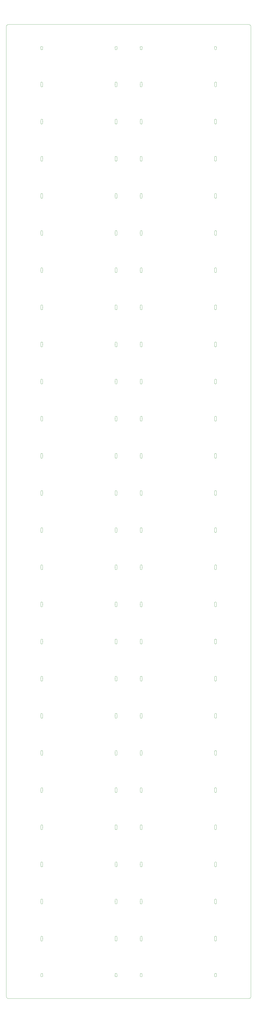
<source format=gm1>
G04 #@! TF.GenerationSoftware,KiCad,Pcbnew,6.0.0-rc2-unknown-a17a58203b~144~ubuntu21.04.1*
G04 #@! TF.CreationDate,2022-06-23T18:37:23+02:00*
G04 #@! TF.ProjectId,out,6f75742e-6b69-4636-9164-5f7063625858,rev?*
G04 #@! TF.SameCoordinates,Original*
G04 #@! TF.FileFunction,Profile,NP*
%FSLAX46Y46*%
G04 Gerber Fmt 4.6, Leading zero omitted, Abs format (unit mm)*
G04 Created by KiCad (PCBNEW 6.0.0-rc2-unknown-a17a58203b~144~ubuntu21.04.1) date 2022-06-23 18:37:23*
%MOMM*%
%LPD*%
G01*
G04 APERTURE LIST*
G04 #@! TA.AperFunction,Profile*
%ADD10C,0.100000*%
G04 #@! TD*
G04 APERTURE END LIST*
D10*
X15055157Y-319299551D02*
X15049116Y-319261780D01*
X91265790Y-401484857D02*
X91246196Y-401451728D01*
X91977199Y-334688613D02*
X91992503Y-334743915D01*
X58733539Y-367131077D02*
X58759229Y-367103002D01*
X15898717Y-74433604D02*
X15895839Y-74870242D01*
X91903940Y-141130532D02*
X91862319Y-141170503D01*
X92035129Y-221463448D02*
X92044841Y-221500446D01*
X59349672Y-90456363D02*
X59383446Y-90503115D01*
X59500009Y-416931763D02*
X59494096Y-416969337D01*
X15883147Y-123143494D02*
X15892027Y-123180537D01*
X47630029Y-58673746D02*
X47643871Y-58630337D01*
X58764230Y-108605769D02*
X58738528Y-108577411D01*
X91874453Y-253156081D02*
X91901005Y-253183079D01*
X58872238Y-285647354D02*
X58907992Y-285633168D01*
X47645025Y-238029719D02*
X47625880Y-237979125D01*
X91690244Y-11052418D02*
X91652176Y-11058097D01*
X48502943Y-91395530D02*
X48499630Y-91433638D01*
X48307410Y-301968527D02*
X48335769Y-301994229D01*
X15183554Y-139284105D02*
X15209267Y-139255464D01*
X48432848Y-123133012D02*
X48442343Y-123170506D01*
X15186732Y-255052485D02*
X15164381Y-255021919D01*
X15853946Y-10863843D02*
X15834270Y-10896670D01*
X48141652Y-285611366D02*
X48178252Y-285621083D01*
X48351005Y-285733079D02*
X48374813Y-285762525D01*
X58793144Y-90400842D02*
X58824880Y-90378426D01*
X91153244Y-351735374D02*
X91158421Y-351697474D01*
X91285266Y-385234355D02*
X91263344Y-385203656D01*
X107080424Y-426071310D02*
X107089073Y-426021651D01*
X91929765Y-59720755D02*
X91905977Y-59750485D01*
X91983203Y-269606790D02*
X91992503Y-269643915D01*
X91164138Y-42641555D02*
X91156243Y-42602993D01*
X48501753Y-319264624D02*
X48492600Y-319321237D01*
X91436262Y-57789304D02*
X91471746Y-57776084D01*
X15904102Y-10204629D02*
X15900839Y-10229756D01*
X91407896Y-9623058D02*
X91444710Y-9611823D01*
X48494841Y-140125446D02*
X48500882Y-140163218D01*
X91620206Y-287732199D02*
X91560153Y-287731389D01*
X58642041Y-42291187D02*
X58640428Y-42251999D01*
X91265790Y-238734857D02*
X91246196Y-238701728D01*
X48502506Y-107632281D02*
X48502943Y-107670530D01*
X59489842Y-367975446D02*
X59495883Y-368013218D01*
X15099999Y-368729876D02*
X15099160Y-368279755D01*
X47792678Y-303920503D02*
X47764267Y-303894535D01*
X58823329Y-336504270D02*
X58792588Y-336481471D01*
X47647847Y-74882847D02*
X47649820Y-74857850D01*
X15165729Y-141096669D02*
X15146053Y-141063842D01*
X47606243Y-58877993D02*
X47602275Y-58838831D01*
X59213735Y-157510695D02*
X59178251Y-157523915D01*
X59096626Y-253065271D02*
X59134946Y-253071709D01*
X59394511Y-75980498D02*
X59373248Y-76012320D01*
X15808381Y-417192521D02*
X15761633Y-417225180D01*
X48378208Y-43450657D02*
X48340731Y-43494535D01*
X15760225Y-320201418D02*
X15730035Y-320224275D01*
X15898717Y-41883604D02*
X15895839Y-42320242D01*
X91199999Y-351092512D02*
X91204313Y-351034560D01*
X91169868Y-351886549D02*
X91160156Y-351849551D01*
X91958801Y-368901728D02*
X91939207Y-368934858D01*
X48102176Y-304008097D02*
X48063609Y-304009999D01*
X47747315Y-255048874D02*
X47723934Y-255019271D01*
X15165729Y-303846670D02*
X15146053Y-303813843D01*
X91997133Y-92119250D02*
X91988421Y-92155953D01*
X59439020Y-106938526D02*
X59441220Y-106976639D01*
X59402710Y-204460995D02*
X59417508Y-204496055D01*
X59276669Y-369054270D02*
X59243842Y-369073946D01*
X91686083Y-139137496D02*
X91723209Y-139146795D01*
X47647847Y-139982847D02*
X47649820Y-139957850D01*
X15862552Y-108496745D02*
X15844511Y-108530498D01*
X92009215Y-367867626D02*
X92035129Y-367938448D01*
X15899999Y-287352157D02*
X15898158Y-287390100D01*
X92014215Y-303132372D02*
X92000121Y-303200994D01*
X48449999Y-399920123D02*
X48450838Y-400370243D01*
X58969499Y-124986183D02*
X58931852Y-124977314D01*
X15051244Y-400535306D02*
X15059139Y-400496744D01*
X58601244Y-107702993D02*
X58597276Y-107663831D01*
X59489842Y-58750447D02*
X59495883Y-58788218D01*
X58735418Y-383401168D02*
X58775717Y-383359916D01*
X15813267Y-287597486D02*
X15788057Y-287625741D01*
X91723209Y-139146795D02*
X91759244Y-139159689D01*
X47826717Y-285665877D02*
X47860107Y-285646357D01*
X91181365Y-417059205D02*
X91166553Y-417024172D01*
X15888309Y-303724761D02*
X15870310Y-303779245D01*
X58838059Y-122915006D02*
X58872244Y-122897362D01*
X59385617Y-124816919D02*
X59351005Y-124861919D01*
X91342677Y-238820502D02*
X91314267Y-238794534D01*
X59134946Y-383271709D02*
X59172436Y-383281929D01*
X15095897Y-221779628D02*
X15090099Y-221754963D01*
X91476789Y-269346796D02*
X91513914Y-269337496D01*
X91883462Y-318269330D02*
X91909659Y-318297785D01*
X15376788Y-206353202D02*
X15340753Y-206340309D01*
X92044841Y-91300447D02*
X92050882Y-91338219D01*
X47654159Y-254354756D02*
X47651332Y-254332094D01*
X59335768Y-141155769D02*
X59307410Y-141181471D01*
X47995714Y-57760246D02*
X48053376Y-57757443D01*
X15047276Y-270374468D02*
X15051244Y-270335306D01*
X59440572Y-253429743D02*
X59445861Y-253895495D01*
X15939842Y-75025447D02*
X15947507Y-75082281D01*
X15723281Y-385334122D02*
X15672510Y-385362137D01*
X91992503Y-367293915D02*
X91998118Y-367331773D01*
X58635849Y-221392381D02*
X58641333Y-221367904D01*
X15190340Y-92302215D02*
X15167089Y-92271305D01*
X58598245Y-123885374D02*
X58603422Y-123847474D01*
X15047276Y-140174468D02*
X15051244Y-140135306D01*
X15059139Y-221471744D02*
X15075030Y-221423745D01*
X15070881Y-303079125D02*
X15059139Y-303041555D01*
X58683842Y-25435521D02*
X58702719Y-25401561D01*
X59104283Y-352839753D02*
X59046621Y-352842555D01*
X15937601Y-107746238D02*
X15926921Y-107782969D01*
X15900549Y-124158707D02*
X15899999Y-124602157D01*
X47963913Y-236787496D02*
X48001771Y-236781880D01*
X92000121Y-42800994D02*
X92003716Y-43216395D01*
X47654971Y-270652973D02*
X47653157Y-270619634D01*
X15895839Y-172520242D02*
X15899102Y-172545369D01*
X48070184Y-385382200D02*
X48010224Y-385381388D01*
X91476789Y-399546796D02*
X91513914Y-399537496D01*
X59282629Y-9637867D02*
X59316524Y-9656107D01*
X91201558Y-222257987D02*
X91204159Y-221804755D01*
X59334798Y-122984928D02*
X59360026Y-123014478D01*
X15954675Y-9974243D02*
X15954331Y-10012732D01*
X91981840Y-140998821D02*
X91967349Y-141034479D01*
X47890753Y-301909689D02*
X47926788Y-301896796D01*
X48002822Y-108708097D02*
X47964753Y-108702418D01*
X15071074Y-384454647D02*
X15059559Y-384418169D01*
X91297226Y-157398848D02*
X91273846Y-157369240D01*
X47950566Y-25212783D02*
X47988607Y-25205791D01*
X58682289Y-237010995D02*
X58700434Y-236977544D01*
X15897159Y-106945023D02*
X15898717Y-106983605D01*
X59480130Y-367938448D02*
X59489842Y-367975446D01*
X15116796Y-368843209D02*
X15107496Y-368806083D01*
X91204313Y-25534560D02*
X91211938Y-25496641D01*
X47602275Y-270374468D02*
X47606243Y-270335306D01*
X48418106Y-352605066D02*
X48390543Y-352655055D01*
X91208179Y-336243094D02*
X91202839Y-336204977D01*
X91831488Y-108643543D02*
X91798535Y-108663432D01*
X47738555Y-108565894D02*
X47715790Y-108534858D01*
X48389207Y-10884858D02*
X48366443Y-10915894D01*
X91577154Y-25202602D02*
X91616377Y-25202773D01*
X58701643Y-383447912D02*
X58735418Y-383401168D01*
X59297465Y-41577563D02*
X59325769Y-41603001D01*
X59454216Y-302767626D02*
X59480130Y-302838449D01*
X58666796Y-43343210D02*
X58657496Y-43306084D01*
X15899999Y-319902157D02*
X15895864Y-319958900D01*
X91382873Y-190022294D02*
X91351996Y-190000617D01*
X15895656Y-221342746D02*
X15898666Y-221367904D01*
X15168797Y-57925881D02*
X15192162Y-57896283D01*
X58926788Y-206353202D02*
X58890753Y-206340309D01*
X91620206Y-352832199D02*
X91560153Y-352831389D01*
X15891820Y-237106905D02*
X15897159Y-237145022D01*
X92053084Y-9916914D02*
X92059674Y-9974243D01*
X15895656Y-384092746D02*
X15898666Y-384117904D01*
X92014215Y-400782371D02*
X92000121Y-400850994D01*
X15834270Y-303846670D02*
X15811471Y-303877411D01*
X15097848Y-10217151D02*
X15093312Y-10192223D01*
X47891215Y-271429975D02*
X47856462Y-271413431D01*
X91288555Y-76015894D02*
X91265790Y-75984858D01*
X58860108Y-222598641D02*
X58826717Y-222579121D01*
X91316536Y-220614329D02*
X91345424Y-220588609D01*
X15622569Y-269356986D02*
X15658783Y-269370023D01*
X47856463Y-336513432D02*
X47823510Y-336493543D01*
X15900839Y-221804755D02*
X15899999Y-222252157D01*
X91410107Y-383296357D02*
X91445268Y-383280240D01*
X47645782Y-221757371D02*
X47619868Y-221686549D01*
X15895839Y-91145243D02*
X15899102Y-91170370D01*
X15877199Y-141011385D02*
X15862552Y-141046745D01*
X58963915Y-11062503D02*
X58926789Y-11053203D01*
X15897173Y-351073058D02*
X15898665Y-351110859D01*
X15745408Y-27263213D02*
X15714143Y-27284578D01*
X48454101Y-384120369D02*
X48459215Y-384142626D01*
X91199999Y-172070122D02*
X91204223Y-172012775D01*
X58826717Y-157479121D02*
X58795424Y-157456389D01*
X48315149Y-222540382D02*
X48284880Y-222563479D01*
X91977199Y-302138613D02*
X91992503Y-302193915D01*
X15854899Y-27134328D02*
X15835617Y-27166919D01*
X47650472Y-367350863D02*
X47657495Y-367293915D01*
X48501753Y-123964624D02*
X48492600Y-124021237D01*
X59136084Y-43612503D02*
X59098226Y-43618118D01*
X48442503Y-41793915D02*
X48448118Y-41831773D01*
X92003704Y-352438680D02*
X92000028Y-352495769D01*
X15623208Y-206353203D02*
X15586083Y-206362503D01*
X91167287Y-286560264D02*
X91190848Y-286492381D01*
X47606243Y-286727992D02*
X47602275Y-286688830D01*
X48449999Y-334820122D02*
X48450838Y-335270242D01*
X92014215Y-42732372D02*
X92000121Y-42800994D01*
X91924813Y-220662525D02*
X91945654Y-220694141D01*
X92031920Y-368182968D02*
X92014215Y-368232371D01*
X15623209Y-11053203D02*
X15586084Y-11062503D01*
X48453716Y-336166395D02*
X48452158Y-336204977D01*
X47606243Y-172685306D02*
X47614138Y-172646744D01*
X47649820Y-237607850D02*
X47649999Y-237170122D01*
X91538606Y-285605791D02*
X91577152Y-285602601D01*
X15165729Y-75996670D02*
X15146053Y-75963843D01*
X47792678Y-43520503D02*
X47764267Y-43494535D01*
X47963914Y-269337496D02*
X48001773Y-269331881D01*
X91831488Y-10993543D02*
X91798535Y-11013432D01*
X91551771Y-366981880D02*
X91609875Y-366979999D01*
X91551773Y-269331881D02*
X91590122Y-269330000D01*
X47643871Y-302755336D02*
X47647847Y-302732847D01*
X92052506Y-237832280D02*
X92052943Y-237870529D01*
X58852227Y-385349096D02*
X58819963Y-385329275D01*
X58995756Y-269341859D02*
X59033887Y-269340000D01*
X91229963Y-173566829D02*
X91217250Y-173530500D01*
X91288555Y-10915894D02*
X91255584Y-10868535D01*
X91999516Y-188328049D02*
X92000860Y-188795496D01*
X91992503Y-74343915D02*
X91998118Y-74381773D01*
X48450125Y-124170693D02*
X48453704Y-124588680D01*
X59433131Y-302200928D02*
X59439019Y-302238525D01*
X58651880Y-303668226D02*
X58649999Y-303629877D01*
X15051244Y-237785306D02*
X15059139Y-237746744D01*
X15841998Y-9715467D02*
X15867711Y-9744110D01*
X59297465Y-367077563D02*
X59338957Y-367116725D01*
X59001773Y-336568118D02*
X58963915Y-336562503D01*
X47641266Y-10167884D02*
X47631430Y-10143383D01*
X48427199Y-334688613D02*
X48442503Y-334743915D01*
X30837Y-426120962D02*
X44539Y-426169734D01*
X91273846Y-189919240D02*
X91244405Y-189870944D01*
X48374814Y-350862526D02*
X48395654Y-350894142D01*
X48141654Y-90311367D02*
X48178253Y-90321084D01*
X58645897Y-172954629D02*
X58640099Y-172929964D01*
X58644557Y-172513634D02*
X58642041Y-172491187D01*
X15909216Y-26457371D02*
X15904102Y-26479628D01*
X15209267Y-367105464D02*
X15237678Y-367079496D01*
X15591652Y-320283632D02*
X15554283Y-320289753D01*
X48492600Y-319321237D02*
X48481920Y-319357968D01*
X91229963Y-206116828D02*
X91217250Y-206080499D01*
X59136084Y-173812503D02*
X59098226Y-173818118D01*
X58746663Y-417204164D02*
X58717159Y-417180159D01*
X91793843Y-106626053D02*
X91826670Y-106645729D01*
X58649160Y-238079755D02*
X58645897Y-238054628D01*
X59449999Y-303629877D02*
X59448118Y-303668226D01*
X58907992Y-220533168D02*
X58944969Y-220522572D01*
X91175880Y-172879125D02*
X91164138Y-172841555D01*
X15547177Y-399541902D02*
X15585246Y-399547582D01*
X59297465Y-171777563D02*
X59325769Y-171803001D01*
X92052943Y-205320529D02*
X92049630Y-205358637D01*
X58982811Y-383265670D02*
X59021148Y-383262530D01*
X48481920Y-335632968D02*
X48464215Y-335682372D01*
X58885325Y-269369357D02*
X58921180Y-269356607D01*
X59454216Y-205117626D02*
X59480130Y-205188448D01*
X91839210Y-188031855D02*
X91869337Y-188056111D01*
X58821658Y-253125057D02*
X58854929Y-253105753D01*
X92044841Y-367975446D02*
X92052506Y-368032280D01*
X47694405Y-124770944D02*
X47678799Y-124736597D01*
X47969500Y-90308815D02*
X48007841Y-90303718D01*
X58588415Y-416912805D02*
X58588045Y-416874771D01*
X59385617Y-320116919D02*
X59351005Y-320161919D01*
X91410108Y-90346357D02*
X91445269Y-90330240D01*
X58640390Y-91076695D02*
X58643744Y-90704400D01*
X47736731Y-123002514D02*
X47761941Y-122974258D01*
X59173209Y-11053203D02*
X59136084Y-11062503D01*
X47604115Y-221611779D02*
X47601803Y-221573598D01*
X91798535Y-173763432D02*
X91763782Y-173779976D01*
X59445685Y-385065439D02*
X59432848Y-385121988D01*
X59417073Y-90572213D02*
X59433024Y-90627638D01*
X91477429Y-401643012D02*
X91441215Y-401629975D01*
X91199999Y-416192511D02*
X91204313Y-416134560D01*
X47723846Y-157369240D02*
X47703436Y-157337512D01*
X48494841Y-205225446D02*
X48500882Y-205263218D01*
X48326845Y-238807870D02*
X48281487Y-238843543D01*
X47640848Y-351592382D02*
X47646332Y-351567905D01*
X59130498Y-255191184D02*
X59092157Y-255196281D01*
X58640390Y-25976695D02*
X58643744Y-25604400D01*
X58656180Y-106882391D02*
X58674462Y-106828345D01*
X48346913Y-57883232D02*
X48371668Y-57912951D01*
X91983203Y-106856790D02*
X91992503Y-106893915D01*
X15093312Y-10192223D02*
X15086267Y-10167884D01*
X48494841Y-302875447D02*
X48502506Y-302932281D01*
X15051244Y-367985306D02*
X15059139Y-367946744D01*
X91202839Y-140904976D02*
X91201281Y-140866394D01*
X15242588Y-43531471D02*
X15214230Y-43505769D01*
X91204159Y-352004755D02*
X91201332Y-351982093D01*
X91265790Y-108534858D02*
X91246196Y-108501728D01*
X15090026Y-351954719D02*
X15071074Y-351904647D01*
X48010153Y-190081389D02*
X47972736Y-190076565D01*
X15944631Y-368108637D02*
X15937601Y-368146237D01*
X59417508Y-41746055D02*
X59433131Y-41800928D01*
X15209267Y-204355464D02*
X15237678Y-204329496D01*
X47653157Y-335719635D02*
X47645025Y-335679720D01*
X59051111Y-74039999D02*
X59089243Y-74041859D01*
X15059014Y-416762975D02*
X15070940Y-416732795D01*
X91652175Y-141258097D02*
X91613608Y-141259999D01*
X15899102Y-91170370D02*
X15904216Y-91192627D01*
X47666585Y-59600903D02*
X47657877Y-59564195D01*
X15944631Y-42608638D02*
X15937601Y-42646238D01*
X59454216Y-221392626D02*
X59480130Y-221463448D01*
X15098186Y-384544888D02*
X15090026Y-384504720D01*
X58715729Y-271296669D02*
X58696053Y-271263842D01*
X92044841Y-75025447D02*
X92052506Y-75082281D01*
X92004101Y-221370369D02*
X92009215Y-221392626D01*
X91862319Y-141170503D02*
X91831487Y-141193543D01*
X59266818Y-269405005D02*
X59297466Y-269427564D01*
X91916443Y-271315894D02*
X91890730Y-271344535D01*
X91199999Y-253442511D02*
X91204313Y-253384560D01*
X15099988Y-351054174D02*
X15111940Y-350998328D01*
X15262066Y-155483329D02*
X15293937Y-155463167D01*
X59335768Y-401555769D02*
X59307410Y-401581471D01*
X92049630Y-26333637D02*
X92042600Y-26371237D01*
X91746155Y-25227263D02*
X91780956Y-25242190D01*
X58697015Y-320088243D02*
X58680314Y-320053356D01*
X15898717Y-204633604D02*
X15895839Y-205070242D01*
X15774319Y-383367239D02*
X15800910Y-383394510D01*
X48209244Y-334459689D02*
X48243842Y-334476052D01*
X91658321Y-190079691D02*
X91620206Y-190082199D01*
X15297631Y-350766330D02*
X15331830Y-350749552D01*
X91199820Y-172507850D02*
X91199999Y-172070122D01*
X48509330Y-10012732D02*
X48501713Y-10069933D01*
X15417550Y-253068551D02*
X15454951Y-253063710D01*
X48453665Y-172542904D02*
X48459215Y-172567626D01*
X48374813Y-383412525D02*
X48395654Y-383444141D01*
X48450121Y-303200994D02*
X48453716Y-303616395D01*
X91992745Y-238611909D02*
X91981840Y-238648821D01*
X314607Y-426603017D02*
X345057Y-426630528D01*
X58596805Y-26273598D02*
X58598245Y-26235374D01*
X48450838Y-302720242D02*
X48454101Y-302745369D01*
X48020862Y-366980472D02*
X48059875Y-366979999D01*
X91199820Y-107407850D02*
X91199999Y-106970123D01*
X91768324Y-352800296D02*
X91732673Y-352813666D01*
X91169868Y-124036549D02*
X91160156Y-123999551D01*
X15663736Y-92410695D02*
X15628252Y-92423915D01*
X91216585Y-352550903D02*
X91207877Y-352514195D01*
X15090783Y-319407371D02*
X15064869Y-319336549D01*
X91723209Y-301896795D02*
X91759244Y-301909689D01*
X59497943Y-58845530D02*
X59494631Y-58883637D01*
X91654284Y-383255245D02*
X91691652Y-383261366D01*
X15514990Y-220512868D02*
X15553120Y-220515356D01*
X47826717Y-253115877D02*
X47860107Y-253096357D01*
X15876841Y-74301177D02*
X15891820Y-74356905D01*
X59280035Y-59824275D02*
X59247770Y-59844096D01*
X91216795Y-74306790D02*
X91237445Y-74253255D01*
X48063609Y-304009999D02*
X48002822Y-304008097D01*
X91167287Y-156360264D02*
X91190848Y-156292381D01*
X91967367Y-417139057D02*
X91941679Y-417167107D01*
X59412368Y-417139057D02*
X59372840Y-417180159D01*
X83054Y-601270D02*
X60608Y-657489D01*
X91153243Y-286635373D02*
X91158421Y-286597474D01*
X48303003Y-92355635D02*
X48272127Y-92377307D01*
X15190339Y-189952214D02*
X15167089Y-189921304D01*
X91158421Y-286597474D02*
X91167287Y-286560264D01*
X92049630Y-156533637D02*
X92042600Y-156571237D01*
X59309373Y-350815103D02*
X59336923Y-350841952D01*
X91485960Y-27318148D02*
X91450170Y-27306218D01*
X15627507Y-415831351D02*
X15663176Y-415844710D01*
X91890731Y-76044535D02*
X91862320Y-76070503D01*
X58612288Y-123810264D02*
X58635849Y-123742382D01*
X48449527Y-204600863D02*
X48450860Y-205070495D01*
X59134872Y-187971707D02*
X59172358Y-187981925D01*
X48059875Y-204229999D02*
X48098225Y-204231880D01*
X91923248Y-367137678D02*
X91944511Y-367169501D01*
X91152275Y-91349469D02*
X91156243Y-91310307D01*
X59007840Y-59891280D02*
X58969499Y-59886183D01*
X92042600Y-384421238D02*
X92031920Y-384457968D01*
X47963913Y-171687496D02*
X48001771Y-171681880D01*
X47927430Y-11043013D02*
X47891216Y-11029976D01*
X58921180Y-269356607D02*
X58958108Y-269347412D01*
X15204891Y-383382389D02*
X15232291Y-383356475D01*
X92002158Y-336204977D02*
X91992745Y-336261909D01*
X91164138Y-400496744D02*
X91180029Y-400448746D01*
X48235618Y-124942323D02*
X48182673Y-124963666D01*
X58666796Y-140993209D02*
X58657496Y-140956083D01*
X47657953Y-385064248D02*
X47651626Y-385008047D01*
X15585246Y-399547582D02*
X15622569Y-399556986D01*
X15726669Y-401604270D02*
X15693842Y-401623946D01*
X15167089Y-92271305D02*
X15147015Y-92238244D01*
X58638872Y-140005336D02*
X58644557Y-139963634D01*
X59454216Y-335317626D02*
X59480130Y-335388449D01*
X59321200Y-220621154D02*
X59360116Y-220664506D01*
X15870696Y-188207493D02*
X15883147Y-188243494D01*
X15124964Y-106833170D02*
X15150585Y-106781464D01*
X91596621Y-415802443D02*
X91654284Y-415805245D01*
X48420928Y-220744977D02*
X48433555Y-220780677D01*
X91385854Y-122915422D02*
X91419043Y-122897190D01*
X47823510Y-76093543D02*
X47792678Y-76070503D01*
X59163818Y-236806606D02*
X59199674Y-236819356D01*
X59234116Y-334485540D02*
X59266817Y-334505004D01*
X91981840Y-75898822D02*
X91967349Y-75934479D01*
X91285266Y-255034355D02*
X91263344Y-255003656D01*
X59163818Y-367006606D02*
X59199674Y-367019356D01*
X91342587Y-204318528D02*
X91373327Y-204295729D01*
X91169868Y-26386549D02*
X91160156Y-26349551D01*
X91759244Y-74059689D02*
X91793842Y-74076052D01*
X59382909Y-255026305D02*
X59359659Y-255057215D01*
X58642041Y-74841187D02*
X58640428Y-74801999D01*
X47606243Y-335435306D02*
X47614138Y-335396744D01*
X15936976Y-10107171D02*
X15909900Y-10179964D01*
X59001773Y-304018118D02*
X58963915Y-304012503D01*
X91286731Y-188102514D02*
X91325545Y-188061082D01*
X58737128Y-350854559D02*
X58778153Y-350813207D01*
X15926921Y-140332968D02*
X15909216Y-140382371D01*
X47963913Y-301887496D02*
X48001771Y-301881880D01*
X15098186Y-156694887D02*
X15090026Y-156654719D01*
X48431840Y-303748822D02*
X48417349Y-303784479D01*
X59459150Y-254307617D02*
X59453666Y-254332094D01*
X91654284Y-415805245D02*
X91691652Y-415811366D01*
X91199999Y-155792511D02*
X91204313Y-155734560D01*
X91522736Y-352826565D02*
X91485960Y-352818148D01*
X47788474Y-9656107D02*
X47822369Y-9637867D01*
X15904102Y-75304629D02*
X15900839Y-75329756D01*
X91164138Y-270491555D02*
X91156243Y-270452993D01*
X58620881Y-58954125D02*
X58609139Y-58916555D01*
X10926Y-853348D02*
X5770Y-893804D01*
X15130314Y-59653356D02*
X15117151Y-59616987D01*
X15895864Y-319958900D02*
X15883555Y-320014322D01*
X91944511Y-334619501D02*
X91962552Y-334653254D01*
X48173209Y-171696795D02*
X48209244Y-171709689D01*
X91798535Y-43563432D02*
X91763782Y-43579976D01*
X48450028Y-189745769D02*
X48438077Y-189801589D01*
X91916443Y-401515894D02*
X91890730Y-401544535D01*
X15088252Y-74908022D02*
X15099878Y-74849006D01*
X15340753Y-401640309D02*
X15306155Y-401623945D01*
X59459216Y-303132372D02*
X59453666Y-303157094D01*
X15888554Y-222346055D02*
X15877675Y-222382325D01*
X91373510Y-336493543D02*
X91342678Y-336470503D01*
X91440753Y-301909689D02*
X91476788Y-301896796D01*
X47654134Y-58091099D02*
X47661444Y-58053945D01*
X15099160Y-91604756D02*
X15095897Y-91579629D01*
X47926789Y-399546796D02*
X47963914Y-399537496D01*
X58650462Y-254826212D02*
X58649138Y-254354503D01*
X47964753Y-108702418D02*
X47927430Y-108693013D01*
X15726670Y-173754270D02*
X15693843Y-173773946D01*
X92014899Y-221754963D02*
X92000125Y-221820693D01*
X91207877Y-59564195D02*
X91202757Y-59526818D01*
X91203185Y-384544888D02*
X91195025Y-384504720D01*
X92002158Y-108354977D02*
X91992745Y-108411909D01*
X91156243Y-58760306D02*
X91164138Y-58721744D01*
X48448118Y-302231773D02*
X48449999Y-302270122D01*
X48235618Y-222592323D02*
X48182673Y-222613666D01*
X48454101Y-351570370D02*
X48459215Y-351592627D01*
X48340731Y-43494535D02*
X48312320Y-43520503D01*
X15106770Y-188262409D02*
X15117240Y-188226182D01*
X48464899Y-221754963D02*
X48450125Y-221820693D01*
X15183554Y-171834105D02*
X15209267Y-171805464D01*
X59438309Y-108424761D02*
X59427199Y-108461386D01*
X15945883Y-237813218D02*
X15947944Y-237870529D01*
X47759962Y-124862770D02*
X47735178Y-124834327D01*
X91564577Y-187958553D02*
X91603376Y-187957443D01*
X15947944Y-254145530D02*
X15944631Y-254183638D01*
X59445861Y-253895495D02*
X59449102Y-253920369D01*
X91445268Y-253080240D02*
X91481851Y-253067684D01*
X59480130Y-270288449D02*
X59489842Y-270325447D01*
X47856155Y-171726053D02*
X47890753Y-171709689D01*
X15909216Y-254307372D02*
X15904102Y-254329629D01*
X91201281Y-205966394D02*
X91204971Y-205552973D01*
X91342587Y-334518528D02*
X91373327Y-334495729D01*
X15897159Y-367345022D02*
X15898717Y-367383604D01*
X59413330Y-157317370D02*
X59385617Y-157366919D01*
X91314229Y-139244230D02*
X91342587Y-139218528D01*
X58696053Y-75963843D02*
X58679689Y-75929245D01*
X92014899Y-351954963D02*
X92000125Y-352020693D01*
X91949413Y-238718535D02*
X91928208Y-238750657D01*
X91175880Y-140329125D02*
X91164138Y-140291555D01*
X15188527Y-271327410D02*
X15165729Y-271296669D01*
X47738527Y-204372588D02*
X47764229Y-204344230D01*
X48264144Y-383310421D02*
X48295408Y-383331785D01*
X58648621Y-90646229D02*
X58662086Y-90589556D01*
X47640848Y-205117381D02*
X47646332Y-205092904D01*
X47657877Y-189764195D02*
X47651558Y-189707987D01*
X91508345Y-57766367D02*
X91545714Y-57760246D01*
X59126891Y-334447411D02*
X59163818Y-334456606D01*
X47873253Y-367017446D02*
X47926788Y-366996796D01*
X91198157Y-384105363D02*
X91199798Y-384082245D01*
X59172436Y-383281929D02*
X59208723Y-383295829D01*
X91199820Y-74857850D02*
X91199999Y-74420122D01*
X59046622Y-92442556D02*
X59007841Y-92441281D01*
X15242587Y-141181470D02*
X15214229Y-141155768D01*
X48108321Y-124979691D02*
X48070206Y-124982199D01*
X91783832Y-9616986D02*
X91820047Y-9630024D01*
X91968106Y-222405066D02*
X91940543Y-222455055D01*
X58625030Y-367898745D02*
X58638872Y-367855336D01*
X15623209Y-173803203D02*
X15586084Y-173812503D01*
X58700434Y-106777544D02*
X58733540Y-106731077D01*
X47913405Y-350723508D02*
X47950566Y-350712783D01*
X91207877Y-189764195D02*
X91201558Y-189707987D01*
X15047276Y-237824468D02*
X15051244Y-237785306D01*
X91265790Y-271284857D02*
X91246196Y-271251728D01*
X91658321Y-157529691D02*
X91620206Y-157532199D01*
X47661938Y-350996641D02*
X47673281Y-350959664D01*
X58625030Y-400448746D02*
X58638872Y-400405337D01*
X91180029Y-302798745D02*
X91193871Y-302755336D01*
X58700434Y-74227544D02*
X58733539Y-74181077D01*
X91522736Y-59876565D02*
X91485960Y-59868148D01*
X59450549Y-26508707D02*
X59449999Y-26952157D01*
X91820047Y-9630024D02*
X91871523Y-9656107D01*
X47870214Y-417263409D02*
X47834375Y-417250672D01*
X59491577Y-286752523D02*
X59482711Y-286789733D01*
X91500566Y-350712783D02*
X91538607Y-350705791D01*
X91879403Y-222527753D02*
X91834880Y-222563479D01*
X91175880Y-107779126D02*
X91164138Y-107741556D01*
X48442343Y-123170506D02*
X48449516Y-123228049D01*
X47610156Y-221649551D02*
X47604115Y-221611779D01*
X91500565Y-285612783D02*
X91538606Y-285605791D01*
X59449999Y-319902157D02*
X59445864Y-319958900D01*
X59427199Y-43361386D02*
X59403946Y-43413843D01*
X47606243Y-42602993D02*
X47602275Y-42563831D01*
X58640428Y-367751999D02*
X58643780Y-367376639D01*
X15771905Y-206268968D02*
X15742320Y-206293248D01*
X47661689Y-74325238D02*
X47679688Y-74270754D01*
X59420309Y-238679245D02*
X59403946Y-238713843D01*
X58643780Y-302276639D02*
X58648465Y-302219655D01*
X91728252Y-383271083D02*
X91763736Y-383284303D01*
X15895839Y-335270242D02*
X15899102Y-335295369D01*
X48040122Y-399530000D02*
X48098226Y-399531881D01*
X15534146Y-155413650D02*
X15571987Y-155417986D01*
X15774408Y-188067261D02*
X15813264Y-188109116D01*
X91199999Y-269720123D02*
X91204223Y-269662776D01*
X15760226Y-92351418D02*
X15730036Y-92374275D01*
X47646332Y-26067905D02*
X47649296Y-26043372D01*
X58852897Y-9623058D02*
X58889711Y-9611823D01*
X58931166Y-350731520D02*
X58969114Y-350723182D01*
X15937601Y-384421238D02*
X15926921Y-384457968D01*
X91727567Y-238893013D02*
X91690243Y-238902417D01*
X91151803Y-156473598D02*
X91153243Y-156435373D01*
X92035129Y-58713449D02*
X92044841Y-58750447D01*
X15870310Y-336329245D02*
X15853946Y-336363843D01*
X91255487Y-106769501D02*
X91288527Y-106722588D01*
X91216795Y-204506790D02*
X91237445Y-204453255D01*
X47900170Y-352806218D02*
X47865700Y-352790885D01*
X59384565Y-41677544D02*
X59402710Y-41710995D01*
X58792588Y-76081471D02*
X58764230Y-76055769D01*
X47654159Y-352004755D02*
X47650896Y-351979628D01*
X91342587Y-269418528D02*
X91373328Y-269395729D01*
X47795424Y-285688609D02*
X47826717Y-285665877D01*
X48459215Y-172567626D02*
X48485129Y-172638449D01*
X47849062Y-287681986D02*
X47817172Y-287661829D01*
X48063609Y-173809999D02*
X48002822Y-173808097D01*
X48394511Y-269519501D02*
X48420310Y-269570755D01*
X47738554Y-238765893D02*
X47715790Y-238734857D01*
X91152275Y-107624469D02*
X91156243Y-107585307D01*
X58860108Y-59848641D02*
X58826717Y-59829121D01*
X47651281Y-238516394D02*
X47654971Y-238102973D01*
X58666796Y-368843209D02*
X58657496Y-368806083D01*
X47819962Y-188025724D02*
X47852227Y-188005903D01*
X92035129Y-335388449D02*
X92044841Y-335425447D01*
X47856155Y-74076053D02*
X47890753Y-74059689D01*
X59393122Y-25419746D02*
X59409956Y-25454337D01*
X15242587Y-271381470D02*
X15214229Y-271355768D01*
X238201Y-352360D02*
X212268Y-384164D01*
X47651269Y-59489000D02*
X47654970Y-59077981D01*
X47649296Y-156243371D02*
X47649999Y-155792511D01*
X58640099Y-270579963D02*
X58620881Y-270529125D01*
X59297466Y-106677564D02*
X59338957Y-106716726D01*
X48335769Y-41594229D02*
X48361471Y-41622587D01*
X15232291Y-155506475D02*
X15262066Y-155483329D01*
X15146053Y-173613843D02*
X15129689Y-173579245D01*
X48442503Y-74343915D02*
X48448118Y-74381773D01*
X47614138Y-140096744D02*
X47630029Y-140048745D01*
X91928208Y-336400657D02*
X91903940Y-336430532D01*
X15948085Y-9916914D02*
X15954675Y-9974243D01*
X47678799Y-157286597D02*
X47666585Y-157250903D01*
X91211444Y-318453945D02*
X91222323Y-318417674D01*
X91285178Y-124834327D02*
X91263257Y-124803623D01*
X182235Y-426450352D02*
X212268Y-426490835D01*
X48063609Y-43609999D02*
X48002822Y-43608097D01*
X47773357Y-352726059D02*
X47747226Y-352698848D01*
X47972736Y-320276565D02*
X47935960Y-320268148D01*
X91410107Y-155446357D02*
X91445268Y-155430240D01*
X91481852Y-90317685D02*
X91519500Y-90308815D01*
X15609225Y-285625993D02*
X15645504Y-285637594D01*
X91901005Y-155533079D02*
X91924813Y-155562525D01*
X59359659Y-255057215D02*
X59319337Y-255098888D01*
X91197847Y-400382848D02*
X91199820Y-400357850D01*
X91223281Y-253309663D02*
X91247014Y-253256755D01*
X91968106Y-157305066D02*
X91940543Y-157355055D01*
X15730035Y-124924275D02*
X15680954Y-124952809D01*
X15937601Y-140296237D02*
X15926921Y-140332968D01*
X58717089Y-27171304D02*
X58697015Y-27138243D01*
X15051244Y-107585307D02*
X15059139Y-107546745D01*
X48145889Y-190073495D02*
X48108321Y-190079691D01*
X47789760Y-92345363D02*
X47761886Y-92319420D01*
X58682289Y-269560995D02*
X58710709Y-269511523D01*
X15059139Y-91466556D02*
X15051244Y-91427993D01*
X47789772Y-188048581D02*
X47819962Y-188025724D01*
X91169868Y-156586549D02*
X91160156Y-156549551D01*
X48108321Y-59879691D02*
X48070206Y-59882199D01*
X91916443Y-76015894D02*
X91890731Y-76044535D01*
X47715790Y-108534858D02*
X47696196Y-108501728D01*
X15362752Y-318182516D02*
X15399056Y-318172320D01*
X59449999Y-26952157D02*
X59445864Y-27008900D01*
X47625880Y-286804125D02*
X47614138Y-286766555D01*
X47614138Y-75191555D02*
X47606243Y-75152993D01*
X47891216Y-108679976D02*
X47856463Y-108663432D01*
X47856155Y-41526053D02*
X47890753Y-41509689D01*
X58635849Y-286492381D02*
X58641333Y-286467904D01*
X15870696Y-58007493D02*
X15883147Y-58043494D01*
X58609139Y-42641555D02*
X58601244Y-42602993D01*
X58766537Y-189980669D02*
X58740339Y-189952214D01*
X15895839Y-270170243D02*
X15899102Y-270195370D01*
X15945883Y-123888218D02*
X15948194Y-123926400D01*
X59335769Y-10955769D02*
X59307411Y-10981471D01*
X91288554Y-271315893D02*
X91265790Y-271284857D01*
X92003716Y-43216395D02*
X92002158Y-43254977D01*
X47891215Y-141229975D02*
X47856462Y-141213431D01*
X15496622Y-92442556D02*
X15457841Y-92441281D01*
X48098225Y-204231880D02*
X48136083Y-204237496D01*
X58642041Y-302691187D02*
X58640428Y-302651999D01*
X15899999Y-238529876D02*
X15898118Y-238568226D01*
X15051244Y-205352992D02*
X15047276Y-205313830D01*
X15909216Y-286857371D02*
X15904102Y-286879628D01*
X106747639Y-238201D02*
X106715835Y-212268D01*
X59449102Y-416670369D02*
X59454900Y-416695034D01*
X48145889Y-27323495D02*
X48108321Y-27329691D01*
X47643871Y-400405337D02*
X47647847Y-400382848D01*
X91970928Y-383494977D02*
X91983555Y-383530677D01*
X15941577Y-58902524D02*
X15932711Y-58939734D01*
X58890753Y-141240309D02*
X58856155Y-141223945D01*
X58889948Y-57789826D02*
X58926361Y-57777417D01*
X48494841Y-188950447D02*
X48500882Y-188988218D01*
X48368234Y-59735910D02*
X48343023Y-59764443D01*
X47891216Y-173779976D02*
X47856463Y-173763432D01*
X15409753Y-41497581D02*
X15447821Y-41491902D01*
X58737128Y-25354559D02*
X58763796Y-25326304D01*
X91780955Y-220542189D02*
X91814144Y-220560421D01*
X15051673Y-351830740D02*
X15047492Y-351792717D01*
X58854934Y-318205762D02*
X58908001Y-318183172D01*
X47643925Y-91180088D02*
X47648157Y-91155364D01*
X48378208Y-108550657D02*
X48353940Y-108580532D01*
X59199675Y-399569357D02*
X59234117Y-399585541D01*
X47913404Y-383273508D02*
X47950565Y-383262783D01*
X15863752Y-90545974D02*
X15877672Y-90581020D01*
X59209245Y-43590310D02*
X59173209Y-43603203D01*
X47645782Y-254307372D02*
X47619868Y-254236549D01*
X59121270Y-25223824D02*
X59158728Y-25232585D01*
X15926921Y-400732968D02*
X15909216Y-400782371D01*
X91831487Y-238843543D02*
X91798534Y-238863432D01*
X58666796Y-75893210D02*
X58657496Y-75856084D01*
X58645897Y-107854629D02*
X58640099Y-107829964D01*
X15139376Y-383474197D02*
X15168797Y-383425912D01*
X59454216Y-319042627D02*
X59480130Y-319113449D01*
X58597276Y-91349469D02*
X58601244Y-91310307D01*
X15376789Y-336553203D02*
X15340754Y-336540310D01*
X106498729Y-83054D02*
X106442510Y-60608D01*
X91918233Y-385235883D02*
X91893022Y-385264421D01*
X794012Y-426853438D02*
X843834Y-426862616D01*
X59126892Y-269347412D02*
X59163819Y-269356607D01*
X59476921Y-205432968D02*
X59459216Y-205482371D01*
X15909216Y-384507372D02*
X15904102Y-384529629D01*
X91152275Y-140174468D02*
X91156243Y-140135306D01*
X59209245Y-336540310D02*
X59173209Y-336553203D01*
X59126891Y-74047411D02*
X59163818Y-74056606D01*
X92005680Y-9791470D02*
X92023615Y-9825527D01*
X91382959Y-255122305D02*
X91352083Y-255100633D01*
X47680313Y-285841642D02*
X47706641Y-285789976D01*
X91654284Y-220505245D02*
X91691652Y-220511366D01*
X15926921Y-237982968D02*
X15909216Y-238032371D01*
X91373328Y-106645729D02*
X91406156Y-106626053D01*
X92035129Y-302838449D02*
X92044841Y-302875447D01*
X59449999Y-173429877D02*
X59448118Y-173468226D01*
X15926921Y-270532968D02*
X15909216Y-270582371D01*
X15845504Y-220706159D02*
X15863081Y-220739949D01*
X48283034Y-417243007D02*
X48247858Y-417257478D01*
X15051244Y-172802993D02*
X15047276Y-172763831D01*
X91342587Y-367068528D02*
X91373327Y-367045729D01*
X58625030Y-140048745D02*
X58638872Y-140005336D01*
X59459150Y-319407616D02*
X59453666Y-319432093D01*
X47602275Y-172763831D02*
X47602275Y-172724468D01*
X58963914Y-271462502D02*
X58926788Y-271453202D01*
X15099863Y-220849534D02*
X15111575Y-220794218D01*
X15900549Y-189258707D02*
X15899999Y-189702157D01*
X58668016Y-318417045D02*
X58691967Y-318364578D01*
X59325769Y-139253001D02*
X59351459Y-139281076D01*
X91238231Y-350923992D02*
X91256641Y-350889976D01*
X58605157Y-189099551D02*
X58599116Y-189061780D01*
X15104314Y-124660438D02*
X15100482Y-124621951D01*
X15658782Y-74070023D02*
X15693536Y-74086566D01*
X48492600Y-400696237D02*
X48481920Y-400732968D01*
X58609139Y-400496744D02*
X58625030Y-400448746D01*
X48321905Y-204331030D02*
X48361471Y-204372587D01*
X91962552Y-334653254D02*
X91977199Y-334688613D01*
X47678883Y-254936640D02*
X47666666Y-254900951D01*
X91845409Y-350781786D02*
X91874454Y-350806082D01*
X15876841Y-399801178D02*
X15891820Y-399856905D01*
X48431840Y-140998821D02*
X48417349Y-141034479D01*
X15798968Y-206241905D02*
X15771905Y-206268968D01*
X47643871Y-335305336D02*
X47647847Y-335282847D01*
X92042600Y-107746238D02*
X92031920Y-107782969D01*
X58667151Y-92166988D02*
X58657656Y-92129493D01*
X15413914Y-238912502D02*
X15376788Y-238903202D01*
X12383Y-426031165D02*
X21561Y-426080987D01*
X47625880Y-107779126D02*
X47614138Y-107741556D01*
X91193871Y-140005336D02*
X91197847Y-139982847D01*
X15898717Y-172083604D02*
X15895839Y-172520242D01*
X48213781Y-271429976D02*
X48177567Y-271443013D01*
X92031920Y-303082968D02*
X92014215Y-303132372D01*
X15099160Y-75329756D02*
X15095897Y-75304629D01*
X58651880Y-43268226D02*
X58649999Y-43229877D01*
X47801996Y-352750617D02*
X47773357Y-352726059D01*
X92004101Y-123720370D02*
X92009215Y-123742627D01*
X47740339Y-220642784D02*
X47766536Y-220614329D01*
X15547177Y-106591902D02*
X15585246Y-106597582D01*
X15099874Y-58579308D02*
X15096248Y-58156021D01*
X48433203Y-204506789D02*
X48442503Y-204543915D01*
X15100039Y-334775898D02*
X15112250Y-334719499D01*
X47603243Y-156435373D02*
X47608421Y-156397474D01*
X15742320Y-238843248D02*
X15693842Y-238873946D01*
X91860226Y-415893580D02*
X91888057Y-415919258D01*
X15876841Y-171951177D02*
X15891820Y-172006905D01*
X59412552Y-108496745D02*
X59394511Y-108530498D01*
X15610070Y-157529218D02*
X15573042Y-157537146D01*
X91158421Y-254047474D02*
X91167286Y-254010264D01*
X58680314Y-189853356D02*
X58667151Y-189816987D01*
X15051244Y-140135306D02*
X15059139Y-140096744D01*
X47826717Y-155465877D02*
X47860107Y-155446357D01*
X893804Y-426869229D02*
X1004115Y-426879999D01*
X58682289Y-139360995D02*
X58700434Y-139327544D01*
X48335769Y-171794229D02*
X48361471Y-171822587D01*
X91970928Y-285844977D02*
X91983555Y-285880677D01*
X47658179Y-108393094D02*
X47652839Y-108354977D01*
X15547177Y-269341902D02*
X15585246Y-269347582D01*
X48450838Y-107420243D02*
X48453665Y-107442905D01*
X15301462Y-236836567D02*
X15336215Y-236820023D01*
X91962552Y-237003254D02*
X91977199Y-237038613D01*
X48449527Y-367350863D02*
X48449999Y-367797760D01*
X15693536Y-301936566D02*
X15726489Y-301956455D01*
X15268509Y-301956456D02*
X15301462Y-301936567D01*
X15891820Y-367306905D02*
X15897159Y-367345022D01*
X15944631Y-270458637D02*
X15937601Y-270496237D01*
X15101880Y-336218226D02*
X15099999Y-336179877D01*
X91354590Y-188036786D02*
X91385854Y-188015422D01*
X91981840Y-336298822D02*
X91967349Y-336334479D01*
X92003680Y-384988619D02*
X92002162Y-385026790D01*
X47939927Y-122870781D02*
X47976955Y-122862853D01*
X15150584Y-41681464D02*
X15183554Y-41634105D01*
X91907772Y-92303875D02*
X91881640Y-92331081D01*
X15877672Y-25481020D02*
X15892051Y-25535698D01*
X91273846Y-352669240D02*
X91244405Y-352620944D01*
X47643871Y-140005336D02*
X47647847Y-139982847D01*
X91695889Y-222623495D02*
X91658321Y-222629691D01*
X91911471Y-269472588D02*
X91944511Y-269519501D01*
X91921668Y-188112951D02*
X91943357Y-188144976D01*
X91202839Y-43254977D02*
X91201281Y-43216395D01*
X58885324Y-367019357D02*
X58921179Y-367006606D01*
X91306542Y-9677598D02*
X91338474Y-9656107D01*
X59115794Y-57768011D02*
X59153742Y-57776349D01*
X48394511Y-236969501D02*
X48412552Y-237003254D01*
X15214229Y-141155768D02*
X15188527Y-141127410D01*
X58787533Y-334527564D02*
X58818181Y-334505005D01*
X91613609Y-43609999D02*
X91552822Y-43608097D01*
X91203185Y-59044887D02*
X91195025Y-59004719D01*
X58609139Y-107546745D02*
X58625030Y-107498746D01*
X15111445Y-254901055D02*
X15104135Y-254863900D01*
X15438606Y-352839207D02*
X15400565Y-352832215D01*
X15260789Y-157468143D02*
X15230662Y-157443887D01*
X15937601Y-286771237D02*
X15926921Y-286807968D01*
X15948194Y-189026400D02*
X15946754Y-189064624D01*
X182088Y-424853D02*
X154143Y-466804D01*
X48502506Y-400582281D02*
X48502942Y-400620530D01*
X91203157Y-140419634D02*
X91195025Y-140379719D01*
X48503194Y-384326400D02*
X48501754Y-384364625D01*
X91954899Y-285810670D02*
X91970928Y-285844977D01*
X91311941Y-57874258D02*
X91339772Y-57848581D01*
X91285178Y-59734327D02*
X91263257Y-59703623D01*
X59410537Y-74278344D02*
X59423607Y-74314084D01*
X58667151Y-27066987D02*
X58654314Y-27010438D01*
X91616377Y-350702773D02*
X91654285Y-350705246D01*
X47667250Y-173530500D02*
X47658179Y-173493094D01*
X15150585Y-399731464D02*
X15183555Y-399684105D01*
X58609139Y-237941555D02*
X58601244Y-237902992D01*
X59401066Y-123080350D02*
X59422822Y-123134385D01*
X47630029Y-91223746D02*
X47643925Y-91180088D01*
X91373509Y-401593542D02*
X91342677Y-401570502D01*
X15811471Y-336427411D02*
X15785769Y-336455769D01*
X48218324Y-320250296D02*
X48182673Y-320263666D01*
X15870310Y-303779245D02*
X15853946Y-303813843D01*
X58823328Y-141204269D02*
X58792587Y-141181470D01*
X48418106Y-157305066D02*
X48390543Y-157355055D01*
X91440753Y-106609689D02*
X91476789Y-106596796D01*
X15801005Y-222511919D02*
X15774453Y-222538917D01*
X48499630Y-303008638D02*
X48492600Y-303046238D01*
X15165729Y-173646670D02*
X15146053Y-173613843D01*
X58715729Y-303846670D02*
X58696053Y-303813843D01*
X91590122Y-106580000D02*
X91648226Y-106581881D01*
X58625030Y-302798745D02*
X58638872Y-302755336D01*
X91806828Y-318210703D02*
X91854574Y-318243610D01*
X59445839Y-367820242D02*
X59449102Y-367845369D01*
X47964753Y-43602418D02*
X47927430Y-43593013D01*
X15451773Y-76168118D02*
X15413915Y-76162503D01*
X48503194Y-368051399D02*
X48499630Y-368108637D01*
X59121270Y-350723824D02*
X59158728Y-350732585D01*
X15899999Y-385007488D02*
X15898078Y-385046243D01*
X47926789Y-269346796D02*
X47963914Y-269337496D01*
X15945883Y-156438218D02*
X15947944Y-156495529D01*
X15697771Y-92394097D02*
X15663736Y-92410695D01*
X58890754Y-173790310D02*
X58856156Y-173773946D01*
X47738527Y-334572588D02*
X47764229Y-334544230D01*
X58926789Y-11053203D02*
X58890754Y-11040310D01*
X58682289Y-399760995D02*
X58710709Y-399711523D01*
X15099878Y-270149006D02*
X15096282Y-269733605D01*
X91522736Y-157526565D02*
X91485960Y-157518148D01*
X58764230Y-173705769D02*
X58738528Y-173677411D01*
X58651880Y-108368226D02*
X58649999Y-108329877D01*
X58679071Y-254955022D02*
X58666444Y-254919322D01*
X91441216Y-336529976D02*
X91406463Y-336513432D01*
X15870035Y-41733169D02*
X15882749Y-41769499D01*
X59046621Y-124992555D02*
X59007840Y-124991280D01*
X48453716Y-140866394D02*
X48452158Y-140904976D01*
X91905977Y-222500485D02*
X91879403Y-222527753D01*
X754037Y-30837D02*
X705265Y-44539D01*
X59487601Y-368146237D02*
X59476921Y-368182968D01*
X58766537Y-92330670D02*
X58740340Y-92302215D01*
X91246196Y-368901728D02*
X91229963Y-368866828D01*
X91200896Y-189229628D02*
X91195782Y-189207371D01*
X91616376Y-220502772D02*
X91654284Y-220505245D01*
X48453704Y-287338680D02*
X48452180Y-287376847D01*
X59310225Y-287651418D02*
X59264143Y-287684578D01*
X15900839Y-75329756D02*
X15899999Y-75779877D01*
X15892051Y-25535698D02*
X15897173Y-25573058D01*
X48098226Y-399531881D02*
X48136084Y-399537496D01*
X15726670Y-43554270D02*
X15693843Y-43573946D01*
X91620206Y-320282199D02*
X91560153Y-320281389D01*
X15112250Y-237069499D02*
X15132649Y-237015520D01*
X47646332Y-416667904D02*
X47649313Y-416643085D01*
X91924813Y-383412525D02*
X91945654Y-383444141D01*
X15939842Y-91300447D02*
X15945883Y-91338219D01*
X59266817Y-139205004D02*
X59297465Y-139227563D01*
X91216795Y-269606790D02*
X91237446Y-269553255D01*
X91204971Y-75352974D02*
X91203157Y-75319635D01*
X47655039Y-10724101D02*
X47651281Y-10666395D01*
X91944511Y-236969501D02*
X91962552Y-237003254D01*
X48400541Y-124788847D02*
X48368234Y-124835910D01*
X47703436Y-320087512D02*
X47678799Y-320036597D01*
X15844414Y-367181464D02*
X15870035Y-367233169D01*
X91211938Y-285896641D02*
X91223281Y-285859663D01*
X91999537Y-25573788D02*
X92000860Y-26045496D01*
X91885769Y-269444230D02*
X91911471Y-269472588D01*
X47856462Y-238863431D02*
X47823509Y-238843542D01*
X15693843Y-76123946D02*
X15659245Y-76140310D01*
X48442745Y-238611909D02*
X48431840Y-238648821D01*
X59453666Y-124132093D02*
X59450549Y-124158707D01*
X48412552Y-302103254D02*
X48427199Y-302138613D01*
X91204971Y-107902974D02*
X91203157Y-107869635D01*
X91652175Y-206358097D02*
X91613608Y-206359999D01*
X58638872Y-172555336D02*
X58644557Y-172513634D01*
X59498195Y-156476399D02*
X59496755Y-156514624D01*
X48494841Y-367975446D02*
X48500882Y-368013218D01*
X15051244Y-303002993D02*
X15047276Y-302963831D01*
X92042600Y-26371237D02*
X92031920Y-26407968D01*
X15562132Y-417280000D02*
X15427867Y-417280000D01*
X15098158Y-254344635D02*
X15090026Y-254304720D01*
X91195782Y-286857371D02*
X91169868Y-286786549D01*
X58931852Y-352827314D02*
X58895268Y-352814758D01*
X48284880Y-59813479D02*
X48252502Y-59833514D01*
X59454216Y-58642627D02*
X59480130Y-58713449D01*
X47606243Y-400535306D02*
X47614138Y-400496744D01*
X58599116Y-26311780D02*
X58596805Y-26273598D01*
X48059875Y-236779999D02*
X48098225Y-236781880D01*
X15898666Y-221367904D02*
X15904216Y-221392626D01*
X15684350Y-350759094D02*
X15717157Y-350777688D01*
X91382873Y-287672294D02*
X91351996Y-287650617D01*
X48404899Y-253260670D02*
X48420928Y-253294977D01*
X91797858Y-417257478D02*
X91761440Y-417268452D01*
X91256641Y-415989976D02*
X91290339Y-415942784D01*
X59422905Y-220784433D02*
X59436363Y-220841114D01*
X59001772Y-238918118D02*
X58963914Y-238912502D01*
X47604115Y-123961780D02*
X47601804Y-123923598D01*
X58601244Y-172685306D02*
X58609139Y-172646744D01*
X15895839Y-351545243D02*
X15899102Y-351570370D01*
X47651626Y-385008047D02*
X47654159Y-384554756D01*
X91952984Y-123061755D02*
X91969685Y-123096642D01*
X106887731Y-384164D02*
X106861798Y-352360D01*
X91654285Y-90305246D02*
X91691654Y-90311367D01*
X91351996Y-27250617D02*
X91323357Y-27226059D01*
X91164138Y-107546745D02*
X91180029Y-107498746D01*
X58926361Y-57777417D02*
X58963820Y-57768656D01*
X15132649Y-334665520D02*
X15160790Y-334615142D01*
X91763781Y-401629976D02*
X91727567Y-401643013D01*
X15277755Y-57822850D02*
X15310562Y-57804257D01*
X59260113Y-220573267D02*
X59291851Y-220595687D01*
X59438309Y-238624761D02*
X59420309Y-238679245D01*
X48280035Y-415870723D02*
X48310226Y-415893580D01*
X15798941Y-139269466D02*
X15823209Y-139299342D01*
X15834270Y-401496670D02*
X15811471Y-401527411D01*
X59083130Y-25218796D02*
X59121270Y-25223824D01*
X91151803Y-286673598D02*
X91153243Y-286635373D01*
X91557840Y-415803718D02*
X91596621Y-415802443D01*
X91746154Y-155427262D02*
X91780955Y-155442189D01*
X58609139Y-205196744D02*
X58625030Y-205148745D01*
X91485960Y-157518148D02*
X91450170Y-157506218D01*
X58640099Y-59004963D02*
X58620881Y-58954125D01*
X91345424Y-90388609D02*
X91376717Y-90365877D01*
X58679689Y-43379245D02*
X58666796Y-43343210D01*
X92044841Y-237775446D02*
X92052506Y-237832280D01*
X15888309Y-75874761D02*
X15877199Y-75911386D01*
X48070206Y-27332199D02*
X48010153Y-27331389D01*
X91857411Y-269418528D02*
X91885769Y-269444230D01*
X15181824Y-350863950D02*
X15207051Y-350835408D01*
X91201281Y-368716394D02*
X91204971Y-368302973D01*
X58649138Y-254354503D02*
X58645897Y-254329629D01*
X91924814Y-350862526D02*
X91945654Y-350894142D01*
X58890753Y-401640309D02*
X58856155Y-401623945D01*
X15099999Y-108329877D02*
X15099160Y-107879756D01*
X59260027Y-318223255D02*
X59306755Y-318258036D01*
X58605157Y-351849551D02*
X58599116Y-351811780D01*
X91445268Y-383280240D02*
X91481851Y-383267684D01*
X59449999Y-352452157D02*
X59445864Y-352508900D01*
X91862319Y-369020503D02*
X91831487Y-369043543D01*
X15353844Y-385372736D02*
X15319043Y-385357809D01*
X15112250Y-367269499D02*
X15132649Y-367215520D01*
X91201558Y-26957987D02*
X91204159Y-26504755D01*
X47740339Y-25342784D02*
X47766537Y-25314329D01*
X58644366Y-286442432D02*
X58640390Y-286376695D01*
X15156642Y-352655023D02*
X15138232Y-352621007D01*
X59495883Y-188988218D02*
X59498194Y-189026400D01*
X15230662Y-157443887D02*
X15203085Y-157416766D01*
X91151804Y-189023598D02*
X91153244Y-188985374D01*
X15100482Y-352471951D02*
X15099999Y-352027237D01*
X107100000Y-425877189D02*
X107099999Y-1002533D01*
X47649820Y-139957850D02*
X47649999Y-139520122D01*
X48070206Y-320282199D02*
X48010153Y-320281389D01*
X15099160Y-335729756D02*
X15095897Y-335704629D01*
X92003716Y-140866394D02*
X92002158Y-140904976D01*
X91228799Y-124736597D02*
X91216585Y-124700903D01*
X59077204Y-57763490D02*
X59115794Y-57768011D01*
X58603422Y-286597474D02*
X58612288Y-286560264D01*
X47759962Y-27212770D02*
X47735178Y-27184327D01*
X58643780Y-74426639D02*
X58648465Y-74369655D01*
X48063609Y-336559999D02*
X48002822Y-336558097D01*
X91457124Y-417272595D02*
X91420214Y-417263409D01*
X15146053Y-141063842D02*
X15129689Y-141029244D01*
X91476788Y-204246796D02*
X91513913Y-204237496D01*
X91691652Y-285611366D02*
X91728252Y-285621083D01*
X91382873Y-124922294D02*
X91351996Y-124900617D01*
X48433203Y-399806790D02*
X48442503Y-399843915D01*
X92031920Y-156607968D02*
X92014899Y-156654963D01*
X15075030Y-221423745D02*
X15088312Y-221382775D01*
X47608421Y-123847474D02*
X47617287Y-123810264D01*
X15216537Y-320180669D02*
X15190339Y-320152214D01*
X59098226Y-304018118D02*
X59059876Y-304019999D01*
X15877199Y-108461386D02*
X15862552Y-108496745D01*
X91444710Y-9611823D02*
X91501558Y-9601902D01*
X91763781Y-206329976D02*
X91727567Y-206343013D01*
X91156243Y-91310307D02*
X91164138Y-91271745D01*
X91207877Y-287414195D02*
X91201558Y-287357987D01*
X91230313Y-383491642D02*
X91256641Y-383439976D01*
X58856156Y-76123946D02*
X58823329Y-76104270D01*
X107055460Y-426169734D02*
X107069162Y-426120962D01*
X48464899Y-319404963D02*
X48450125Y-319470693D01*
X58620881Y-107779126D02*
X58609139Y-107741556D01*
X59172358Y-187981925D02*
X59208641Y-187995822D01*
X47667250Y-271180499D02*
X47658179Y-271143093D01*
X15123281Y-27085335D02*
X15111938Y-27048358D01*
X91613609Y-304009999D02*
X91552822Y-304008097D01*
X15148399Y-188157598D02*
X15168797Y-188125881D01*
X58969499Y-222636183D02*
X58931852Y-222627314D01*
X48485129Y-156363448D02*
X48494841Y-156400446D01*
X15237678Y-41579496D02*
X15268509Y-41556456D01*
X47654313Y-220834560D02*
X47661938Y-220796641D01*
X59449102Y-253920369D02*
X59454216Y-253942626D01*
X15854705Y-285822840D02*
X15877279Y-285875293D01*
X59482711Y-26389734D02*
X59459150Y-26457616D01*
X58895268Y-320264758D02*
X58860108Y-320248641D01*
X48481920Y-205432968D02*
X48464215Y-205482371D01*
X15237678Y-367079496D02*
X15268509Y-367056456D01*
X47926788Y-41496796D02*
X47963913Y-41487496D01*
X15310567Y-415854265D02*
X15345019Y-415838924D01*
X48394511Y-41669501D02*
X48420310Y-41720754D01*
X58793144Y-25300842D02*
X58841546Y-25268432D01*
X91552822Y-43608097D02*
X91514753Y-43602418D01*
X91928208Y-206200657D02*
X91903940Y-206230532D01*
X58963820Y-57768656D02*
X59001960Y-57763628D01*
X47764267Y-76044535D02*
X47738555Y-76015894D01*
X91216585Y-59600903D02*
X91207877Y-59564195D01*
X48378208Y-141100657D02*
X48353940Y-141130532D01*
X92000121Y-173000994D02*
X92003716Y-173416395D01*
X15242588Y-108631471D02*
X15214230Y-108605769D01*
X15096282Y-302283604D02*
X15100039Y-302225898D01*
X91265790Y-206184857D02*
X91246196Y-206151728D01*
X92003665Y-302742904D02*
X92009215Y-302767626D01*
X58601244Y-400535306D02*
X58609139Y-400496744D01*
X59307410Y-369031471D02*
X59276669Y-369054270D01*
X15900839Y-91604756D02*
X15899999Y-92052157D01*
X48276670Y-334495728D02*
X48307410Y-334518527D01*
X91207877Y-222314195D02*
X91201558Y-222257987D01*
X47608421Y-254047474D02*
X47617286Y-254010264D01*
X15823247Y-238762320D02*
X15798968Y-238791905D01*
X15340753Y-369090309D02*
X15306155Y-369073945D01*
X58597276Y-107663831D02*
X58597276Y-107624469D01*
X91229282Y-92192528D02*
X91216839Y-92156539D01*
X15099160Y-42779756D02*
X15095897Y-42754629D01*
X47649999Y-237170122D02*
X47654223Y-237112775D01*
X91152275Y-335474468D02*
X91156243Y-335435306D01*
X15586083Y-271462503D02*
X15548224Y-271468118D01*
X91944511Y-41669501D02*
X91970310Y-41720754D01*
X15898158Y-157190100D02*
X15888554Y-157246055D01*
X59382909Y-385226305D02*
X59346913Y-385271767D01*
X15726489Y-269406456D02*
X15757321Y-269429497D01*
X15047276Y-254138831D02*
X15047276Y-254099468D01*
X47654865Y-319945569D02*
X47651558Y-319907987D01*
X15824714Y-253224244D02*
X15845504Y-253256159D01*
X91476788Y-236796796D02*
X91513913Y-236787496D01*
X58644557Y-335263634D02*
X58642041Y-335241187D01*
X15897179Y-416168210D02*
X15898704Y-416206391D01*
X58597276Y-302963831D02*
X58597276Y-302924468D01*
X59497943Y-400620530D02*
X59494631Y-400658637D01*
X518966Y-123427D02*
X466804Y-154143D01*
X15522845Y-385397397D02*
X15464577Y-385396446D01*
X15327607Y-155446178D02*
X15362761Y-155432521D01*
X59439019Y-302238525D02*
X59441220Y-302276639D01*
X48450838Y-400370243D02*
X48454101Y-400395370D01*
X91724126Y-417275827D02*
X91667131Y-417280000D01*
X15899102Y-416670369D02*
X15904900Y-416695034D01*
X15099999Y-384577238D02*
X15098186Y-384544888D01*
X44539Y-426169734D02*
X60693Y-426217749D01*
X91560153Y-352831389D02*
X91522736Y-352826565D01*
X58790452Y-188047562D02*
X58838059Y-188015006D01*
X91190848Y-188842382D02*
X91196332Y-188817905D01*
X58713403Y-350885329D02*
X58737128Y-350854559D01*
X48459215Y-335317626D02*
X48485129Y-335388449D01*
X48340731Y-303894535D02*
X48312320Y-303920503D01*
X47972811Y-255176566D02*
X47936038Y-255168151D01*
X91489927Y-122870781D02*
X91526955Y-122862853D01*
X15895864Y-189758900D02*
X15883555Y-189814322D01*
X48450838Y-270170243D02*
X48454101Y-270195370D01*
X15945883Y-221538218D02*
X15947944Y-221595529D01*
X91175880Y-42679125D02*
X91164138Y-42641555D01*
X91967349Y-336334479D02*
X91949413Y-336368535D01*
X91686084Y-269337496D02*
X91723210Y-269346796D01*
X48145889Y-320273495D02*
X48108321Y-320279691D01*
X48239302Y-92395895D02*
X48204835Y-92411225D01*
X15909216Y-75282372D02*
X15904102Y-75304629D01*
X15237678Y-204329496D02*
X15268509Y-204306456D01*
X91373510Y-173743543D02*
X91342678Y-173720503D01*
X91382873Y-352772294D02*
X91351996Y-352750617D01*
X15548224Y-369118118D02*
X15509875Y-369119999D01*
X91265790Y-303834858D02*
X91246196Y-303801728D01*
X58946559Y-9601902D02*
X58985126Y-9600000D01*
X47643871Y-42355336D02*
X47647847Y-42332847D01*
X91180029Y-400448746D02*
X91193871Y-400405337D01*
X48268935Y-352773892D02*
X48218324Y-352800296D01*
X58612288Y-188910264D02*
X58635849Y-188842382D01*
X91204971Y-173002974D02*
X91203157Y-172969635D01*
X91199296Y-221343371D02*
X91199999Y-220892511D01*
X59306843Y-285708055D02*
X59334887Y-285734952D01*
X92031920Y-237982968D02*
X92014215Y-238032371D01*
X15096282Y-269733605D02*
X15100039Y-269675898D01*
X58872244Y-122897362D02*
X58908001Y-122883172D01*
X48453716Y-401266394D02*
X48452158Y-401304976D01*
X47679963Y-43366829D02*
X47667250Y-43330500D01*
X48442745Y-173511909D02*
X48431840Y-173548822D01*
X47640848Y-384142381D02*
X47646332Y-384117904D01*
X58598775Y-9935907D02*
X58605988Y-9898099D01*
X15547176Y-301891901D02*
X15585245Y-301897581D01*
X15409753Y-171697581D02*
X15447821Y-171691902D01*
X91874453Y-220606081D02*
X91901005Y-220633079D01*
X15260789Y-287668143D02*
X15230662Y-287643887D01*
X48248535Y-303963432D02*
X48213782Y-303979976D01*
X59098226Y-336568118D02*
X59059876Y-336569999D01*
X15209267Y-236905464D02*
X15237678Y-236879496D01*
X15096282Y-74433604D02*
X15100039Y-74375898D01*
X91988077Y-157251589D02*
X91968106Y-157305066D01*
X15090099Y-205479963D02*
X15070881Y-205429125D01*
X48481920Y-107782969D02*
X48464215Y-107832372D01*
X15101880Y-43268226D02*
X15099999Y-43229877D01*
X48027154Y-25202602D02*
X48066377Y-25202773D01*
X47666585Y-352550903D02*
X47654865Y-352495569D01*
X58649999Y-75779877D02*
X58649160Y-75329756D01*
X15111575Y-155694218D02*
X15131163Y-155641177D01*
X59413330Y-287517370D02*
X59385617Y-287566919D01*
X15104224Y-10737224D02*
X15099999Y-10679877D01*
X91164138Y-58721744D02*
X91180029Y-58673746D01*
X91485960Y-320268148D02*
X91450170Y-320256218D01*
X58710709Y-399711523D02*
X58733540Y-399681077D01*
X15327488Y-287707136D02*
X15293170Y-287689295D01*
X91939207Y-10884858D02*
X91916443Y-10915894D01*
X15423027Y-90322824D02*
X15460872Y-90318486D01*
X91151804Y-26273598D02*
X91153244Y-26235374D01*
X47625880Y-335629125D02*
X47614138Y-335591555D01*
X59500748Y-416855786D02*
X59502233Y-416893793D01*
X91160156Y-319299551D02*
X91154115Y-319261780D01*
X15045324Y-9974243D02*
X15048775Y-9935907D01*
X47612693Y-10088672D02*
X47604804Y-10050999D01*
X48141652Y-155411366D02*
X48178252Y-155421083D01*
X48450838Y-74870242D02*
X48453665Y-74892904D01*
X59427199Y-173561386D02*
X59412552Y-173596745D01*
X47603243Y-254085373D02*
X47608421Y-254047474D01*
X15900839Y-400829755D02*
X15899999Y-401279876D01*
X47606243Y-270335306D02*
X47614138Y-270296744D01*
X58850882Y-139185541D02*
X58885324Y-139169357D01*
X48459963Y-417076139D02*
X48440201Y-417108637D01*
X47773357Y-222526059D02*
X47747226Y-222498848D01*
X58650462Y-385026212D02*
X58649138Y-384554503D01*
X92000125Y-59070693D02*
X92003704Y-59488680D01*
X47982773Y-204234223D02*
X48020862Y-204230472D01*
X92044841Y-335425447D02*
X92050882Y-335463218D01*
X59141652Y-222633632D02*
X59104283Y-222639753D01*
X91881640Y-92331081D02*
X91853003Y-92355635D01*
X47764229Y-236894230D02*
X47792587Y-236868528D01*
X48235611Y-255142315D02*
X48182662Y-255163663D01*
X91156243Y-107585307D02*
X91164138Y-107546745D01*
X91494753Y-417278142D02*
X91457124Y-417272595D01*
X15508609Y-236789999D02*
X15547176Y-236791901D01*
X15622568Y-367006985D02*
X15658782Y-367020023D01*
X91616376Y-155402772D02*
X91654284Y-155405245D01*
X15055988Y-9898099D02*
X15066893Y-9861185D01*
X59297465Y-301977563D02*
X59338957Y-302016725D01*
X15904216Y-74917626D02*
X15930130Y-74988449D01*
X91981840Y-303748822D02*
X91967349Y-303784479D01*
X47740339Y-90442784D02*
X47766537Y-90414329D01*
X15099878Y-172499006D02*
X15096282Y-172083604D01*
X58657338Y-254882566D02*
X58650462Y-254826212D01*
X91246196Y-75951728D02*
X91229963Y-75916829D01*
X15590780Y-187971538D02*
X15627585Y-187981356D01*
X47843170Y-383305703D02*
X47877488Y-383287862D01*
X15590704Y-253071535D02*
X15627507Y-253081351D01*
X91654284Y-253055245D02*
X91691652Y-253061366D01*
X91862320Y-108620503D02*
X91831488Y-108643543D01*
X59208723Y-383295829D02*
X59260113Y-383323267D01*
X92050882Y-107613219D02*
X92052943Y-107670530D01*
X91648226Y-269331881D02*
X91686084Y-269337496D01*
X91160156Y-254199551D02*
X91154115Y-254161780D01*
X15939842Y-123850447D02*
X15945883Y-123888218D01*
X47747226Y-157398848D02*
X47723846Y-157369240D01*
X47603243Y-384285373D02*
X47608421Y-384247474D01*
X91229963Y-43366829D02*
X91217250Y-43330500D01*
X58710708Y-367161523D02*
X58733539Y-367131077D01*
X92044841Y-58750447D02*
X92050882Y-58788218D01*
X48418106Y-222405066D02*
X48390543Y-222455055D01*
X47625939Y-416732795D02*
X47640848Y-416692381D01*
X58697015Y-92238244D02*
X58680314Y-92203357D01*
X47649450Y-188791278D02*
X47649999Y-188347842D01*
X15090783Y-59007371D02*
X15064869Y-58936549D01*
X91217250Y-271180499D02*
X91208179Y-271143093D01*
X48453680Y-384988619D02*
X48450012Y-385045714D01*
X15099999Y-75779877D02*
X15099160Y-75329756D01*
X107066749Y-744719D02*
X107055460Y-705265D01*
X59001773Y-11068118D02*
X58963915Y-11062503D01*
X48499630Y-91433638D02*
X48492600Y-91471238D01*
X15930130Y-335388449D02*
X15939842Y-335425447D01*
X91202828Y-385026876D02*
X91201335Y-384989062D01*
X48331640Y-92331081D02*
X48303003Y-92355635D01*
X59169127Y-417275827D02*
X59112132Y-417280000D01*
X15947507Y-351757281D02*
X15947943Y-351795530D01*
X48485129Y-319113449D02*
X48494841Y-319150447D01*
X59480130Y-237738448D02*
X59489842Y-237775446D01*
X47996605Y-92434690D02*
X47959033Y-92428493D01*
X47972736Y-124976565D02*
X47935960Y-124968148D01*
X48450028Y-124645769D02*
X48438077Y-124701589D01*
X91297226Y-222498848D02*
X91273846Y-222469240D01*
X48438068Y-254901541D02*
X48418102Y-254955026D01*
X91195782Y-124107371D02*
X91169868Y-124036549D01*
X15623209Y-76153203D02*
X15586084Y-76162503D01*
X48343023Y-287614443D02*
X48315149Y-287640382D01*
X15623208Y-141253203D02*
X15586083Y-141262503D01*
X58643744Y-90704400D02*
X58648621Y-90646229D01*
X59450839Y-303179756D02*
X59449999Y-303629877D01*
X59489842Y-42475447D02*
X59497507Y-42532281D01*
X47696196Y-303801728D02*
X47679963Y-303766829D01*
X15883203Y-10793210D02*
X15870310Y-10829245D01*
X47890753Y-236809689D02*
X47926788Y-236796796D01*
X47976955Y-187962853D02*
X48014577Y-187958553D01*
X59449102Y-302745369D02*
X59454216Y-302767626D01*
X91229963Y-303766829D02*
X91217250Y-303730500D01*
X15785768Y-271355769D02*
X15757410Y-271381471D01*
X91175880Y-384454125D02*
X91164138Y-384416555D01*
X15883147Y-318443494D02*
X15895100Y-318499339D01*
X91204223Y-74362775D02*
X91216795Y-74306790D01*
X58654135Y-385063900D02*
X58650462Y-385026212D01*
X15075030Y-172598745D02*
X15088252Y-172558022D01*
X59489842Y-123850447D02*
X59495883Y-123888218D01*
X92049630Y-237908637D02*
X92042600Y-237946237D01*
X59310226Y-92351418D02*
X59280036Y-92374275D01*
X91267088Y-155573694D02*
X91290339Y-155542784D01*
X47649999Y-123247842D02*
X47654134Y-123191099D01*
X58895268Y-124964758D02*
X58860108Y-124948641D01*
X59363587Y-9689499D02*
X59391998Y-9715467D01*
X91207877Y-27014195D02*
X91201558Y-26957987D01*
X47832873Y-27272294D02*
X47801996Y-27250617D01*
X91373509Y-238843542D02*
X91342677Y-238820502D01*
X15051244Y-221510306D02*
X15059139Y-221471744D01*
X58603422Y-221497474D02*
X58612288Y-221460264D01*
X91195782Y-351957371D02*
X91169868Y-351886549D01*
X91992503Y-139443915D02*
X91998118Y-139481773D01*
X91916443Y-368965894D02*
X91890730Y-368994535D01*
X15156642Y-287555023D02*
X15138232Y-287521007D01*
X58640783Y-351957371D02*
X58614869Y-351886549D01*
X59448158Y-59540100D02*
X59438554Y-59596055D01*
X91732673Y-222613666D02*
X91695889Y-222623495D01*
X91376717Y-155465877D02*
X91410107Y-155446357D01*
X91958801Y-10851729D02*
X91939207Y-10884858D01*
X58958107Y-204247411D02*
X58995754Y-204241859D01*
X91654284Y-155405245D02*
X91691652Y-155411366D01*
X58792588Y-43531471D02*
X58764230Y-43505769D01*
X15904102Y-140404628D02*
X15900839Y-140429755D01*
X91406463Y-303963432D02*
X91373510Y-303943543D01*
X91862319Y-206270503D02*
X91831487Y-206293543D01*
X91244405Y-287520944D02*
X91228799Y-287486597D01*
X58649999Y-271079876D02*
X58649160Y-270629755D01*
X91225522Y-9759347D02*
X91249790Y-9729471D01*
X47823327Y-367045729D02*
X47873253Y-367017446D01*
X91905977Y-287600485D02*
X91865149Y-287640382D01*
X91995864Y-155736099D02*
X91999537Y-155773787D01*
X15898118Y-173468226D02*
X15888309Y-173524761D01*
X47761886Y-92319420D02*
X47736675Y-92290882D01*
X15124964Y-399783170D02*
X15150585Y-399731464D01*
X15447822Y-269341902D02*
X15486389Y-269340000D01*
X47890753Y-106609689D02*
X47926789Y-106596796D01*
X91288527Y-74172588D02*
X91314229Y-74144230D01*
X59482712Y-254239734D02*
X59459150Y-254307617D01*
X59489842Y-75025447D02*
X59497507Y-75082281D01*
X47654159Y-26504755D02*
X47651332Y-26482093D01*
X15659245Y-303990310D02*
X15623209Y-304003203D01*
X91190848Y-319042382D02*
X91196332Y-319017905D01*
X91909659Y-318297785D02*
X91932910Y-318328694D01*
X58656460Y-220803689D02*
X58668012Y-220766999D01*
X48102176Y-11058097D02*
X48063609Y-11059999D01*
X58795424Y-320206389D02*
X58766537Y-320180669D01*
X15112250Y-41769499D02*
X15132649Y-41715520D01*
X91834880Y-124913479D02*
X91785618Y-124942323D01*
X15059139Y-367946744D02*
X15075030Y-367898745D01*
X91208179Y-75843094D02*
X91202839Y-75804977D01*
X48169048Y-92423153D02*
X48132275Y-92431567D01*
X15242587Y-206281470D02*
X15214229Y-206255768D01*
X15062288Y-286560264D02*
X15085783Y-286492626D01*
X58667151Y-59616987D02*
X58657656Y-59579493D01*
X91905976Y-255050460D02*
X91879401Y-255077733D01*
X91551773Y-106581881D02*
X91590122Y-106580000D01*
X47651281Y-401266394D02*
X47654971Y-400852973D01*
X59199674Y-367019356D02*
X59234116Y-367035540D01*
X15146053Y-108513843D02*
X15129689Y-108479245D01*
X91727568Y-76143013D02*
X91690244Y-76152418D01*
X47604115Y-351811780D02*
X47601804Y-351773598D01*
X15903666Y-124132093D02*
X15900549Y-124158707D01*
X91999999Y-399920123D02*
X92000838Y-400370243D01*
X47648157Y-286455363D02*
X47649798Y-286432245D01*
X15131163Y-220741177D02*
X15158215Y-220691526D01*
X47764229Y-41594230D02*
X47792587Y-41568528D01*
X58908001Y-122883172D02*
X58944982Y-122872575D01*
X106976693Y-426355810D02*
X106999811Y-426311018D01*
X48450838Y-335270242D02*
X48454101Y-335295369D01*
X15930130Y-188913449D02*
X15939842Y-188950447D01*
X47661938Y-416096641D02*
X47680313Y-416041642D01*
X91160156Y-189099551D02*
X91154115Y-189061780D01*
X106861798Y-426522639D02*
X106893622Y-426483224D01*
X58894235Y-350743593D02*
X58931166Y-350731520D01*
X59098226Y-76168118D02*
X59059876Y-76169999D01*
X91865149Y-287640382D02*
X91818935Y-287673892D01*
X92014215Y-75282372D02*
X92000121Y-75350994D01*
X92044841Y-254050447D02*
X92050882Y-254088218D01*
X47738527Y-74172588D02*
X47764229Y-74144230D01*
X59441220Y-204626639D02*
X59445839Y-205070242D01*
X15190339Y-124852214D02*
X15167089Y-124821304D01*
X91890730Y-271344535D02*
X91862319Y-271370503D01*
X48449999Y-237170122D02*
X48450838Y-237620242D01*
X91164138Y-384221744D02*
X91180029Y-384173745D01*
X48338057Y-90419259D02*
X48363267Y-90447514D01*
X59098224Y-238918118D02*
X59059875Y-238919999D01*
X59321200Y-155521154D02*
X59360116Y-155564506D01*
X47602275Y-335474468D02*
X47606243Y-335435306D01*
X47823509Y-141193542D02*
X47792677Y-141170502D01*
X48140244Y-336552418D02*
X48102176Y-336558097D01*
X59136084Y-108712503D02*
X59098226Y-108718118D01*
X92000838Y-367820242D02*
X92003665Y-367842904D01*
X48453716Y-43216395D02*
X48452158Y-43254977D01*
X58649138Y-286904502D02*
X58645897Y-286879628D01*
X15100462Y-254826212D02*
X15099999Y-254377238D01*
X48295408Y-155481785D02*
X48324453Y-155506081D01*
X91197847Y-205082847D02*
X91199820Y-205057850D01*
X15363404Y-157521490D02*
X15327488Y-157507136D01*
X58680314Y-157303356D02*
X58667151Y-157266987D01*
X58695100Y-254989328D02*
X58679071Y-254955022D01*
X15496621Y-320292555D02*
X15457840Y-320291280D01*
X47673281Y-350959664D02*
X47688231Y-350923992D01*
X91695889Y-59873495D02*
X91658321Y-59879691D01*
X47680313Y-416041642D02*
X47706641Y-415989976D01*
X48481920Y-91507969D02*
X48464899Y-91554964D01*
X92052943Y-172770530D02*
X92049630Y-172808638D01*
X59393122Y-350919746D02*
X59409956Y-350954337D01*
X47801996Y-222550617D02*
X47773357Y-222526059D01*
X59335769Y-336455769D02*
X59307411Y-336481471D01*
X91822127Y-92377307D02*
X91789302Y-92395895D01*
X15904216Y-367867626D02*
X15930130Y-367938448D01*
X47651558Y-222257987D02*
X47654159Y-221804755D01*
X91992745Y-271161909D02*
X91981840Y-271198821D01*
X91763782Y-76129976D02*
X91727568Y-76143013D01*
X15112250Y-302169499D02*
X15132649Y-302115520D01*
X15051244Y-91427993D02*
X15047276Y-91388831D01*
X15508609Y-334439999D02*
X15547176Y-334441901D01*
X59136083Y-271462503D02*
X59098224Y-271468118D01*
X92046604Y-416799498D02*
X92055747Y-416855786D01*
X15895839Y-237620242D02*
X15899102Y-237645369D01*
X47865784Y-255140893D02*
X47832959Y-255122305D01*
X15646154Y-157517736D02*
X15610070Y-157529218D01*
X47679688Y-367220754D02*
X47705487Y-367169501D01*
X59199674Y-204269356D02*
X59234116Y-204285540D01*
X15760057Y-253154610D02*
X15800910Y-253194510D01*
X15096282Y-106983605D02*
X15100039Y-106925898D01*
X15854792Y-123072879D02*
X15870696Y-123107493D01*
X58612288Y-351660264D02*
X58635849Y-351592382D01*
X91228799Y-222386597D02*
X91216585Y-222350903D01*
X47715790Y-238734857D02*
X47696196Y-238701728D01*
X58931166Y-90331520D02*
X58988353Y-90320441D01*
X91314229Y-399644230D02*
X91342587Y-399618528D01*
X15854899Y-352634328D02*
X15835617Y-352666919D01*
X15277758Y-220572863D02*
X15310567Y-220554265D01*
X106675146Y-182088D02*
X106633195Y-154143D01*
X91316536Y-383364329D02*
X91345424Y-383338609D01*
X58651880Y-238568225D02*
X58649999Y-238529876D01*
X15904216Y-335317626D02*
X15930130Y-335388449D01*
X59338957Y-367116725D02*
X59363246Y-367146020D01*
X91759244Y-334459689D02*
X91793842Y-334476052D01*
X58605157Y-254199551D02*
X58599116Y-254161780D01*
X91229963Y-368866828D02*
X91217250Y-368830499D01*
X15771905Y-76068968D02*
X15742320Y-76093248D01*
X48108321Y-320279691D02*
X48070206Y-320282199D01*
X15883066Y-416093443D02*
X15891950Y-416130482D01*
X48324453Y-383356081D02*
X48351005Y-383383079D01*
X91763736Y-383284303D02*
X91797771Y-383300902D01*
X91373510Y-10993543D02*
X91342678Y-10970503D01*
X58764229Y-238805768D02*
X58738527Y-238777410D01*
X107094229Y-425981195D02*
X107098368Y-425930186D01*
X48499095Y-416969337D02*
X48483444Y-417024172D01*
X91195025Y-384504720D02*
X91175880Y-384454125D01*
X15904216Y-188842627D02*
X15930130Y-188913449D01*
X15509875Y-238919999D02*
X15451772Y-238918118D01*
X91204970Y-59077981D02*
X91203185Y-59044887D01*
X48373248Y-106737679D02*
X48394511Y-106769501D01*
X48173209Y-366996795D02*
X48226744Y-367017446D01*
X91290339Y-25342784D02*
X91316537Y-25314329D01*
X92014899Y-189204963D02*
X92000125Y-189270693D01*
X91211938Y-416096641D02*
X91230313Y-416041642D01*
X91440753Y-269359689D02*
X91476789Y-269346796D01*
X15099999Y-92052488D02*
X15099160Y-91604756D01*
X47614138Y-172646744D02*
X47630029Y-172598745D01*
X91658321Y-59879691D02*
X91620206Y-59882199D01*
X58642041Y-172491187D02*
X58640428Y-172451999D01*
X58644364Y-123692463D02*
X58640466Y-123627320D01*
X48449999Y-416192842D02*
X48450838Y-416645242D01*
X58700434Y-41677544D02*
X58733539Y-41631077D01*
X15813175Y-155559086D02*
X15845504Y-155606159D01*
X352360Y-238201D02*
X314792Y-271809D01*
X15586084Y-43612503D02*
X15548226Y-43618118D01*
X59497944Y-91395530D02*
X59494631Y-91433638D01*
X15888309Y-271174761D02*
X15877199Y-271211385D01*
X92042600Y-237946237D02*
X92031920Y-237982968D01*
X106747639Y-426636798D02*
X106785207Y-426603190D01*
X59001773Y-43618118D02*
X58963915Y-43612503D01*
X15380781Y-122876979D02*
X15436176Y-122865678D01*
X15340754Y-336540310D02*
X15306156Y-336523946D01*
X58926350Y-415827414D02*
X58963805Y-415818654D01*
X15099874Y-123679308D02*
X15096248Y-123256021D01*
X58609139Y-303041555D02*
X58601244Y-303002993D01*
X92052506Y-75082281D02*
X92052943Y-75120530D01*
X58683122Y-285831625D02*
X58701643Y-285797912D01*
X47643925Y-286480087D02*
X47648157Y-286455363D01*
X58651880Y-75818226D02*
X58649999Y-75779877D01*
X47792677Y-238820502D02*
X47764267Y-238794534D01*
X15745195Y-383342692D02*
X15774319Y-383367239D01*
X48276670Y-236845728D02*
X48307410Y-236868527D01*
X15336215Y-139170023D02*
X15372430Y-139156986D01*
X47703436Y-352637512D02*
X47678799Y-352586597D01*
X58856156Y-336523946D02*
X58823329Y-336504270D01*
X15131160Y-188191136D02*
X15148399Y-188157598D01*
X48140243Y-206352417D02*
X48102175Y-206358097D01*
X15897173Y-25573058D02*
X15898665Y-25610859D01*
X58995754Y-171691859D02*
X59051111Y-171689999D01*
X48500882Y-26238218D02*
X48503193Y-26276400D01*
X59422905Y-155684433D02*
X59436363Y-155741114D01*
X58697015Y-222438243D02*
X58680314Y-222403356D01*
X15129689Y-271229244D02*
X15116796Y-271193209D01*
X59104283Y-27339753D02*
X59046621Y-27342555D01*
X59450702Y-384556622D02*
X59449999Y-385007488D01*
X47696196Y-108501728D02*
X47679963Y-108466829D01*
X59057730Y-155412672D02*
X59096626Y-155415271D01*
X48136084Y-399537496D02*
X48173210Y-399546796D01*
X58666796Y-206093209D02*
X58657496Y-206056083D01*
X15336215Y-41520023D02*
X15372430Y-41506986D01*
X58643780Y-237176639D02*
X58648465Y-237119655D01*
X212268Y-384164D02*
X182088Y-424853D01*
X48500882Y-205263218D02*
X48503194Y-205301399D01*
X58597276Y-270413831D02*
X58597276Y-270374468D01*
X15844414Y-236981464D02*
X15862350Y-237015519D01*
X91603376Y-57757443D02*
X91642158Y-57758718D01*
X58764229Y-141155768D02*
X58738527Y-141127410D01*
X92031920Y-270532968D02*
X92014215Y-270582371D01*
X91901005Y-350833080D02*
X91924814Y-350862526D01*
X47600667Y-10012732D02*
X47600323Y-9974243D01*
X15473784Y-285612651D02*
X15534146Y-285613650D01*
X58640099Y-368229963D02*
X58620881Y-368179125D01*
X48063609Y-76159999D02*
X48002822Y-76158097D01*
X15188528Y-43477411D02*
X15165729Y-43446670D01*
X58661790Y-58035250D02*
X58683124Y-57981666D01*
X91998118Y-106931774D02*
X91999999Y-106970123D01*
X47654865Y-124645569D02*
X47651558Y-124607987D01*
X91164138Y-335396744D02*
X91180029Y-335348745D01*
X48442745Y-401361909D02*
X48425034Y-401416829D01*
X59402710Y-171910995D02*
X59417508Y-171946055D01*
X15693843Y-108673946D02*
X15659245Y-108690310D01*
X59413330Y-92217370D02*
X59395654Y-92250858D01*
X91204313Y-155734560D02*
X91211938Y-155696641D01*
X92042600Y-58921237D02*
X92031920Y-58957968D01*
X15116796Y-173543210D02*
X15107496Y-173506084D01*
X15585245Y-139147581D02*
X15622568Y-139156985D01*
X59450839Y-59054755D02*
X59449999Y-59502157D01*
X59057663Y-187962672D02*
X59096555Y-187965270D01*
X58944982Y-122872575D02*
X58982828Y-122865672D01*
X59051111Y-139139999D02*
X59089243Y-139141859D01*
X15047276Y-221549468D02*
X15051244Y-221510306D01*
X15237678Y-236879496D02*
X15268509Y-236856456D01*
X48449999Y-139520122D02*
X48450838Y-139970242D01*
X15234943Y-25309464D02*
X15265233Y-25286365D01*
X91204313Y-383584560D02*
X91211938Y-383546641D01*
X91203157Y-107869635D02*
X91195025Y-107829720D01*
X59454964Y-417076139D02*
X59435202Y-417108637D01*
X91898968Y-334558093D02*
X91923248Y-334587678D01*
X15336215Y-334470023D02*
X15372430Y-334456986D01*
X92042600Y-319321237D02*
X92031920Y-319357968D01*
X58982811Y-285615670D02*
X59021148Y-285612530D01*
X91967349Y-303784479D02*
X91949413Y-303818535D01*
X15862552Y-75946745D02*
X15844511Y-75980498D01*
X58635849Y-26092382D02*
X58641333Y-26067905D01*
X58599116Y-286711779D02*
X58596804Y-286673598D01*
X15897159Y-334795022D02*
X15898717Y-334833604D01*
X48326845Y-206257870D02*
X48281487Y-206293543D01*
X91983555Y-155680677D02*
X91995864Y-155736099D01*
X91406156Y-269376053D02*
X91440753Y-269359689D01*
X47604115Y-26311780D02*
X47601804Y-26273598D01*
X91169868Y-254236549D02*
X91160156Y-254199551D01*
X58712127Y-318331814D02*
X58735417Y-318301195D01*
X59173208Y-271453203D02*
X59136083Y-271462503D01*
X48363267Y-155547513D02*
X48385618Y-155578080D01*
X58738527Y-368977410D02*
X58715729Y-368946669D01*
X47646332Y-221367904D02*
X47649296Y-221343371D01*
X107095254Y-903884D02*
X107087574Y-843584D01*
X15939842Y-367975446D02*
X15947507Y-368032280D01*
X91620206Y-124982199D02*
X91560153Y-124981389D01*
X15898717Y-399933605D02*
X15895839Y-400370243D01*
X47649999Y-334820122D02*
X47654223Y-334762775D01*
X47651281Y-271066394D02*
X47654971Y-270652973D01*
X91415700Y-190040885D02*
X91382873Y-190022294D01*
X91197847Y-302732847D02*
X91199820Y-302707850D01*
X15776635Y-25323917D02*
X15814791Y-25365637D01*
X91201332Y-26482093D02*
X91195782Y-26457371D01*
X15899102Y-367845369D02*
X15904216Y-367867626D01*
X91728252Y-415821083D02*
X91763736Y-415834303D01*
X91254344Y-318349142D02*
X91286731Y-318302514D01*
X15090099Y-238029963D02*
X15070881Y-237979125D01*
X58931852Y-190077314D02*
X58895268Y-190064758D01*
X47604115Y-384361780D02*
X47601803Y-384323598D01*
X48502943Y-42570530D02*
X48499630Y-42608638D01*
X15249806Y-90397544D02*
X15281187Y-90375952D01*
X15730035Y-59824275D02*
X15680954Y-59852809D01*
X15926921Y-205432968D02*
X15909216Y-205482371D01*
X15070881Y-107779126D02*
X15059139Y-107741556D01*
X91314267Y-141144534D02*
X91288554Y-141115893D01*
X59178251Y-124973915D02*
X59141652Y-124983632D01*
X59439019Y-334788525D02*
X59441220Y-334826639D01*
X47723846Y-320119240D02*
X47703436Y-320087512D01*
X15242588Y-303931471D02*
X15214230Y-303905769D01*
X92035129Y-42438449D02*
X92044841Y-42475447D01*
X58766537Y-287630669D02*
X58740339Y-287602214D01*
X91152275Y-140213830D02*
X91152275Y-140174468D01*
X15129689Y-43379245D02*
X15116796Y-43343210D01*
X59449999Y-336179877D02*
X59448118Y-336218226D01*
X91658321Y-287729691D02*
X91620206Y-287732199D01*
X15051244Y-254177993D02*
X15047276Y-254138831D01*
X91577152Y-220502601D02*
X91616376Y-220502772D01*
X48420928Y-253294977D02*
X48433555Y-253330677D01*
X48307410Y-171768527D02*
X48335769Y-171794229D01*
X15301463Y-399586567D02*
X15336216Y-399570023D01*
X15100482Y-157171951D02*
X15099999Y-156727237D01*
X47654971Y-140452973D02*
X47653157Y-140419634D01*
X59427675Y-92182325D02*
X59413330Y-92217370D01*
X15926921Y-221707968D02*
X15909216Y-221757371D01*
X48335769Y-236894229D02*
X48361471Y-236922587D01*
X1004115Y-426879999D02*
X106097597Y-426874999D01*
X59392051Y-318363135D02*
X59409213Y-318397993D01*
X92014899Y-10179964D02*
X92000121Y-10250994D01*
X92031920Y-286807968D02*
X92014899Y-286854963D01*
X91342678Y-10970503D02*
X91314267Y-10944535D01*
X58982828Y-187965672D02*
X59021169Y-187962531D01*
X59260027Y-57823255D02*
X59291763Y-57845671D01*
X91288527Y-204372588D02*
X91314229Y-204344230D01*
X15903666Y-59032093D02*
X15900549Y-59058707D01*
X15099878Y-237599006D02*
X15096282Y-237183604D01*
X91323357Y-27226059D02*
X91297226Y-27198848D01*
X48178252Y-415821083D02*
X48213736Y-415834303D01*
X59307411Y-173731471D02*
X59276670Y-173754270D01*
X48431840Y-75898822D02*
X48417349Y-75934479D01*
X59498194Y-189026400D02*
X59496754Y-189064624D01*
X47666585Y-27050903D02*
X47657877Y-27014195D01*
X92042600Y-351871237D02*
X92031920Y-351907968D01*
X47601803Y-156473598D02*
X47603243Y-156435373D01*
X15548224Y-401668118D02*
X15509875Y-401669999D01*
X15268509Y-236856456D02*
X15301462Y-236836567D01*
X15190339Y-222502214D02*
X15167089Y-222471304D01*
X47886262Y-57789304D02*
X47921746Y-57776084D01*
X58674462Y-106828345D02*
X58700434Y-106777544D01*
X15659244Y-369090310D02*
X15623208Y-369103203D01*
X58821658Y-155475057D02*
X58854929Y-155455753D01*
X15945883Y-91338219D02*
X15947944Y-91395530D01*
X15457840Y-59891280D02*
X15419499Y-59886183D01*
X58824880Y-90378426D02*
X58858689Y-90359280D01*
X58696053Y-141063842D02*
X58679689Y-141029244D01*
X59449999Y-254807488D02*
X59445685Y-254865439D01*
X48371668Y-188112951D02*
X48393357Y-188144976D01*
X92000125Y-319470693D02*
X92003704Y-319888680D01*
X15939842Y-302875447D02*
X15945883Y-302913218D01*
X91514752Y-141252417D02*
X91477429Y-141243012D01*
X58761611Y-253172998D02*
X58790451Y-253147545D01*
X59384565Y-269527545D02*
X59402710Y-269560995D01*
X58921180Y-106606607D02*
X58958108Y-106597412D01*
X15947944Y-172770530D02*
X15944631Y-172808638D01*
X48393357Y-57944976D02*
X48411767Y-57978992D01*
X59361471Y-238777411D02*
X59335768Y-238805769D01*
X15659245Y-11040310D02*
X15623209Y-11053203D01*
X48145889Y-352823495D02*
X48108321Y-352829691D01*
X15477153Y-287742397D02*
X15438606Y-287739207D01*
X58701643Y-188147947D02*
X58735417Y-188101195D01*
X106097466Y0D02*
X1002406Y0D01*
X91968106Y-27105066D02*
X91940543Y-27155055D01*
X15038415Y-416912805D02*
X15038045Y-416874771D01*
X47649999Y-399920123D02*
X47654223Y-399862776D01*
X15813264Y-188109116D02*
X15835587Y-188139982D01*
X47602275Y-91349469D02*
X47606243Y-91310307D01*
X91415784Y-385340893D02*
X91382959Y-385322305D01*
X15834270Y-336396670D02*
X15811471Y-336427411D01*
X48053376Y-187957443D02*
X48092158Y-187958718D01*
X91204313Y-416134560D02*
X91211938Y-416096641D01*
X58668016Y-123117045D02*
X58683124Y-123081666D01*
X48502506Y-75082281D02*
X48502943Y-75120530D01*
X91237446Y-399753255D02*
X91255487Y-399719501D01*
X48001773Y-269331881D02*
X48040122Y-269330000D01*
X59449999Y-157152157D02*
X59445864Y-157208900D01*
X15146053Y-368913842D02*
X15129689Y-368879244D01*
X15214230Y-173705769D02*
X15188528Y-173677411D01*
X58680314Y-320053356D02*
X58667151Y-320016987D01*
X15389928Y-385384218D02*
X15353844Y-385372736D01*
X15100039Y-41825898D02*
X15112250Y-41769499D01*
X59141652Y-59883632D02*
X59104283Y-59889753D01*
X58645897Y-91579629D02*
X58640099Y-91554964D01*
X58597276Y-335513831D02*
X58597276Y-335474468D01*
X91987748Y-10780500D02*
X91975034Y-10816829D01*
X15367503Y-25236191D02*
X15404309Y-25226373D01*
X59496755Y-384364625D02*
X59491577Y-384402524D01*
X91477430Y-108693013D02*
X91441216Y-108679976D01*
X15436176Y-122865678D02*
X15473764Y-122862651D01*
X59266817Y-171755004D02*
X59297465Y-171777563D01*
X92003665Y-74892904D02*
X92009215Y-74917626D01*
X48070184Y-255182200D02*
X48010224Y-255181388D01*
X59438949Y-416160376D02*
X59441232Y-416199292D01*
X15107496Y-401356083D02*
X15101880Y-401318225D01*
X59266817Y-41555004D02*
X59297465Y-41577563D01*
X15930130Y-107538449D02*
X15939842Y-107575447D01*
X47895268Y-155430240D02*
X47931851Y-155417684D01*
X91193871Y-270205337D02*
X91197847Y-270182848D01*
X48338057Y-415919258D02*
X48363267Y-415947513D01*
X59478445Y-417024172D02*
X59454964Y-417076139D01*
X91410108Y-350746357D02*
X91463405Y-350723508D01*
X47667250Y-336280500D02*
X47658179Y-336243094D01*
X47823510Y-108643543D02*
X47792678Y-108620503D01*
X47891215Y-206329975D02*
X47856462Y-206313431D01*
X91879403Y-157427753D02*
X91834880Y-157463479D01*
X15883555Y-320014322D02*
X15863330Y-320067370D01*
X48136083Y-334437496D02*
X48173209Y-334446795D01*
X59495883Y-351738218D02*
X59498194Y-351776400D01*
X92042600Y-286771237D02*
X92031920Y-286807968D01*
X48502943Y-172770530D02*
X48499630Y-172808638D01*
X48353940Y-141130532D02*
X48326845Y-141157870D01*
X91609875Y-74029999D02*
X91648225Y-74031880D01*
X47792678Y-108620503D02*
X47764267Y-108594535D01*
X15123281Y-157285335D02*
X15111938Y-157248358D01*
X91245175Y-92227132D02*
X91229282Y-92192528D01*
X48145889Y-157523495D02*
X48108321Y-157529691D01*
X91246196Y-141051728D02*
X91229963Y-141016828D01*
X59413330Y-189867370D02*
X59385617Y-189916919D01*
X15726489Y-74106455D02*
X15757321Y-74129496D01*
X15745195Y-155492692D02*
X15774319Y-155517239D01*
X48140243Y-238902417D02*
X48102175Y-238908097D01*
X15693843Y-336523946D02*
X15659245Y-336540310D01*
X58761611Y-155522998D02*
X58790451Y-155497545D01*
X91732673Y-27313666D02*
X91695889Y-27323495D01*
X58657496Y-75856084D02*
X58651880Y-75818226D01*
X15895656Y-416642746D02*
X15899102Y-416670369D01*
X91560153Y-157531389D02*
X91522736Y-157526565D01*
X58662086Y-90589556D02*
X58683842Y-90535521D01*
X92042600Y-91471238D02*
X92031920Y-91507969D01*
X59494631Y-42608638D02*
X59487601Y-42646238D01*
X59385617Y-222466919D02*
X59351005Y-222511919D01*
X47667250Y-75880500D02*
X47658179Y-75843094D01*
X91267089Y-90473694D02*
X91290339Y-90442784D01*
X15946754Y-189064624D02*
X15941577Y-189102524D01*
X48453716Y-238516394D02*
X48452158Y-238554976D01*
X107069162Y-426120962D02*
X107080424Y-426071310D01*
X48442503Y-106893915D02*
X48448118Y-106931774D01*
X91998158Y-383604898D02*
X91999999Y-383642842D01*
X48450028Y-319945769D02*
X48438077Y-320001589D01*
X48182673Y-190063666D02*
X48145889Y-190073495D01*
X15438606Y-27339207D02*
X15400565Y-27332215D01*
X91732673Y-124963666D02*
X91695889Y-124973495D01*
X59445839Y-335270242D02*
X59449102Y-335295369D01*
X91153243Y-156435373D02*
X91158421Y-156397474D01*
X91373509Y-369043542D02*
X91342677Y-369020502D01*
X59491605Y-416799498D02*
X59500748Y-416855786D01*
X15898665Y-25610859D02*
X15895839Y-26045243D01*
X58795424Y-352756389D02*
X58766537Y-352730669D01*
X91288527Y-302022588D02*
X91314229Y-301994230D01*
X47735178Y-287584327D02*
X47713257Y-287553623D01*
X47792677Y-271370502D02*
X47764267Y-271344534D01*
X15899999Y-75779877D02*
X15898118Y-75818226D01*
X15862552Y-43396745D02*
X15844511Y-43430498D01*
X58764230Y-43505769D02*
X58738528Y-43477411D01*
X48102175Y-271458097D02*
X48063608Y-271459999D01*
X58601244Y-58877993D02*
X58597276Y-58838831D01*
X47654159Y-189254755D02*
X47651332Y-189232093D01*
X15632161Y-90337354D02*
X15667311Y-90351009D01*
X15730035Y-222574275D02*
X15697770Y-222594096D01*
X15853946Y-336363843D02*
X15834270Y-336396670D01*
X59449999Y-287352157D02*
X59445864Y-287408900D01*
X91406463Y-108663432D02*
X91373510Y-108643543D01*
X48500882Y-368013218D02*
X48503194Y-368051399D01*
X15904216Y-172567626D02*
X15930130Y-172638449D01*
X15381852Y-124977314D02*
X15345268Y-124964758D01*
X48104284Y-155405245D02*
X48141652Y-155411366D01*
X59411767Y-254976008D02*
X59382909Y-255026305D01*
X15573042Y-27337146D02*
X15535420Y-27341446D01*
X15310108Y-320248641D02*
X15276717Y-320229121D01*
X15098186Y-26494887D02*
X15090026Y-26454719D01*
X15183554Y-74184105D02*
X15209267Y-74155464D01*
X91658321Y-320279691D02*
X91620206Y-320282199D01*
X92044841Y-188950447D02*
X92050882Y-188988218D01*
X91195782Y-156657371D02*
X91169868Y-156586549D01*
X91288554Y-401515893D02*
X91265790Y-401484857D01*
X47738527Y-106722588D02*
X47764229Y-106694230D01*
X48494841Y-156400446D02*
X48500882Y-156438218D01*
X59433024Y-351027638D02*
X59440626Y-351084810D01*
X15336215Y-367020023D02*
X15372430Y-367006986D01*
X59158728Y-90332585D02*
X59195142Y-90344994D01*
X47661444Y-188253945D02*
X47672323Y-188217674D01*
X91992503Y-41793915D02*
X91998118Y-41831773D01*
X91798534Y-238863432D02*
X91763781Y-238879976D01*
X92049630Y-107708638D02*
X92042600Y-107746238D01*
X15745408Y-352763213D02*
X15714143Y-352784578D01*
X48177567Y-401643013D02*
X48140243Y-401652417D01*
X91654284Y-285605245D02*
X91691652Y-285611366D01*
X58701643Y-285797912D02*
X58735418Y-285751168D01*
X59402710Y-399760995D02*
X59417508Y-399796055D01*
X91151803Y-254123598D02*
X91153243Y-254085373D01*
X47766537Y-350814329D02*
X47795424Y-350788609D01*
X15939842Y-188950447D02*
X15945883Y-188988218D01*
X91373327Y-41545729D02*
X91406155Y-41526053D01*
X47675522Y-9759347D02*
X47699790Y-9729471D01*
X58717089Y-157371304D02*
X58697015Y-157338243D01*
X58596805Y-319223598D02*
X58598245Y-319185374D01*
X91216839Y-92156539D02*
X91207966Y-92119508D01*
X48333462Y-318269330D02*
X48359659Y-318297785D01*
X15095897Y-368254628D02*
X15090099Y-368229963D01*
X47823510Y-336493543D02*
X47792678Y-336470503D01*
X15904102Y-270604628D02*
X15900839Y-270629755D01*
X15535420Y-287741446D02*
X15477153Y-287742397D01*
X47619868Y-124036549D02*
X47610156Y-123999551D01*
X48287628Y-9637867D02*
X48321523Y-9656107D01*
X48442503Y-269643915D02*
X48448118Y-269681774D01*
X15345011Y-122888918D02*
X15380781Y-122876979D01*
X15047276Y-302963831D02*
X15047276Y-302924468D01*
X15898666Y-384117904D02*
X15904216Y-384142626D01*
X48454101Y-302745369D02*
X48459215Y-302767626D01*
X58612288Y-221460264D02*
X58635849Y-221392381D01*
X15774319Y-155517239D02*
X15813175Y-155559086D01*
X91509033Y-92428493D02*
X91472245Y-92418661D01*
X91193871Y-367855336D02*
X91197847Y-367832847D01*
X91314229Y-204344230D02*
X91342587Y-204318528D01*
X58841546Y-25268432D02*
X58876267Y-25250993D01*
X15051244Y-42485306D02*
X15059139Y-42446744D01*
X47832873Y-124922294D02*
X47801996Y-124900617D01*
X47652757Y-287376818D02*
X47651269Y-287339000D01*
X91728252Y-285621083D02*
X91763736Y-285634303D01*
X59384270Y-10896670D02*
X59361471Y-10927411D01*
X48394511Y-334619501D02*
X48412552Y-334653254D01*
X59213735Y-222610695D02*
X59178251Y-222623915D01*
X91970928Y-25444978D02*
X91983555Y-25480677D01*
X58795424Y-124906389D02*
X58766537Y-124880669D01*
X15112250Y-171969499D02*
X15132649Y-171915520D01*
X58717089Y-352671304D02*
X58697015Y-352638243D01*
X91217250Y-238630499D02*
X91208179Y-238593093D01*
X59438554Y-59596055D02*
X59427675Y-59632325D01*
X47826717Y-90365877D02*
X47860108Y-90346357D01*
X91552822Y-11058097D02*
X91514753Y-11052418D01*
X91406462Y-238863431D02*
X91373509Y-238843542D01*
X91195025Y-172929720D02*
X91175880Y-172879125D01*
X91477429Y-141243012D02*
X91441215Y-141229975D01*
X15937601Y-42646238D02*
X15926921Y-42682968D01*
X48418102Y-254955026D02*
X48390541Y-255005023D01*
X48452180Y-287376847D02*
X48442968Y-287433184D01*
X59351459Y-269481077D02*
X59384565Y-269527545D01*
X59335769Y-303905769D02*
X59307411Y-303931471D01*
X59046621Y-320292555D02*
X59007840Y-320291280D01*
X91967349Y-141034479D02*
X91949413Y-141068535D01*
X48002822Y-11058097D02*
X47964753Y-11052418D01*
X15813267Y-352697486D02*
X15788057Y-352725741D01*
X15654730Y-255169759D02*
X15618146Y-255182314D01*
X58710708Y-302061523D02*
X58733539Y-302031077D01*
X91793842Y-334476052D02*
X91826670Y-334495728D01*
X48426203Y-92191642D02*
X48410595Y-92225984D01*
X15947944Y-286695529D02*
X15944631Y-286733637D01*
X92000121Y-270650994D02*
X92003716Y-271066394D01*
X48132275Y-92431567D02*
X48094862Y-92436390D01*
X91513914Y-106587496D02*
X91551773Y-106581881D01*
X58612287Y-384210264D02*
X58635849Y-384142381D01*
X59448666Y-237642904D02*
X59454216Y-237667626D01*
X15939014Y-9879507D02*
X15948085Y-9916914D01*
X91415700Y-124940885D02*
X91382873Y-124922294D01*
X59243842Y-206323946D02*
X59209244Y-206340310D01*
X91609875Y-366979999D02*
X91648225Y-366981880D01*
X91928208Y-141100657D02*
X91903940Y-141130532D01*
X58679689Y-303779245D02*
X58666796Y-303743210D01*
X15095897Y-140404628D02*
X15090099Y-140379963D01*
X59178251Y-320273915D02*
X59141652Y-320283632D01*
X48390543Y-352655055D02*
X48355977Y-352700485D01*
X15947944Y-91395530D02*
X15944631Y-91433638D01*
X58679071Y-385155022D02*
X58666444Y-385119322D01*
X58640428Y-172451999D02*
X58643780Y-172076639D01*
X91195782Y-189207371D02*
X91169868Y-189136549D01*
X15515058Y-57762869D02*
X15553192Y-57765358D01*
X58609139Y-367946744D02*
X58625030Y-367898745D01*
X15823247Y-206212320D02*
X15798968Y-206241905D01*
X91513913Y-74037496D02*
X91551771Y-74031880D01*
X15944631Y-156533637D02*
X15937601Y-156571237D01*
X15268509Y-139206456D02*
X15301462Y-139186567D01*
X15279376Y-417250672D02*
X15244948Y-417234503D01*
X58717089Y-222471304D02*
X58697015Y-222438243D01*
X59323479Y-90428188D02*
X59349672Y-90456363D01*
X47679963Y-173566829D02*
X47667250Y-173530500D01*
X47715790Y-43434858D02*
X47696196Y-43401728D01*
X47860108Y-90346357D02*
X47895269Y-90330240D01*
X58679689Y-173579245D02*
X58666796Y-173543210D01*
X48046621Y-415802443D02*
X48104284Y-415805245D01*
X47651587Y-368735766D02*
X47654137Y-368279502D01*
X15509875Y-401669999D02*
X15451772Y-401668118D01*
X15904216Y-107467627D02*
X15930130Y-107538449D01*
X92049630Y-75158638D02*
X92042600Y-75196238D01*
X48014577Y-318158553D02*
X48053376Y-318157443D01*
X15547176Y-41491901D02*
X15585245Y-41497581D01*
X47823509Y-271393542D02*
X47792677Y-271370502D01*
X58792588Y-303931471D02*
X58764230Y-303905769D01*
X91211444Y-188253945D02*
X91222323Y-188217674D01*
X15376789Y-76153203D02*
X15340754Y-76140310D01*
X59412552Y-75946745D02*
X59394511Y-75980498D01*
X15891820Y-41806905D02*
X15897159Y-41845022D01*
X58609139Y-58916555D02*
X58601244Y-58877993D01*
X91798535Y-336513432D02*
X91763782Y-336529976D01*
X91963330Y-253277629D02*
X91983555Y-253330677D01*
X48264144Y-25260422D02*
X48295409Y-25281786D01*
X91323357Y-124876059D02*
X91285178Y-124834327D01*
X15899102Y-400395370D02*
X15904216Y-400417627D01*
X47649999Y-172070122D02*
X47654223Y-172012775D01*
X15823210Y-106749343D02*
X15844415Y-106781464D01*
X58790451Y-415897545D02*
X58821658Y-415875057D01*
X59454216Y-140017626D02*
X59480130Y-140088448D01*
X91441215Y-401629975D02*
X91406462Y-401613431D01*
X59089243Y-139141859D02*
X59126891Y-139147411D01*
X47964753Y-336552418D02*
X47927430Y-336543013D01*
X91202839Y-271104976D02*
X91201281Y-271066394D01*
X59001773Y-173818118D02*
X58963915Y-173812503D01*
X15099999Y-43229877D02*
X15099160Y-42779756D01*
X48399413Y-75968535D02*
X48378208Y-76000657D01*
X15107496Y-140956083D02*
X15101880Y-140918225D01*
X59136084Y-76162503D02*
X59098226Y-76168118D01*
X59403946Y-10863843D02*
X59384270Y-10896670D01*
X48368234Y-124835910D02*
X48329403Y-124877753D01*
X91237445Y-74253255D02*
X91255487Y-74219501D01*
X128223Y-426364669D02*
X154007Y-426407982D01*
X15926921Y-351907968D02*
X15909216Y-351957371D01*
X59226219Y-318204109D02*
X59260027Y-318223255D01*
X15774453Y-222538917D02*
X15730035Y-222574275D01*
X58818181Y-334505005D02*
X58850882Y-334485541D01*
X48363267Y-90447514D02*
X48395654Y-90494142D01*
X15204891Y-155532389D02*
X15232291Y-155506475D01*
X91164138Y-205196744D02*
X91180029Y-205148745D01*
X15090099Y-400779963D02*
X15070881Y-400729125D01*
X91834880Y-222563479D02*
X91785618Y-222592323D01*
X48440201Y-417108637D02*
X48417367Y-417139057D01*
X91814144Y-220560421D02*
X91845408Y-220581785D01*
X48448158Y-90654899D02*
X48449999Y-90692842D01*
X58645897Y-400804628D02*
X58640099Y-400779963D01*
X91406463Y-11013432D02*
X91373510Y-10993543D01*
X15281187Y-90375952D02*
X15314526Y-90357523D01*
X48182662Y-255163663D02*
X48145874Y-255173494D01*
X15068078Y-123792030D02*
X15085099Y-123745035D01*
X92052942Y-58845530D02*
X92049630Y-58883637D01*
X47651558Y-352457987D02*
X47654159Y-352004755D01*
X15277755Y-122922850D02*
X15310562Y-122904257D01*
X91999999Y-90692842D02*
X92000838Y-91145243D01*
X91727567Y-141243013D02*
X91690243Y-141252417D01*
X15093379Y-351554348D02*
X15099954Y-351515257D01*
X91211938Y-155696641D02*
X91223281Y-155659663D01*
X47738555Y-336415894D02*
X47715790Y-336384858D01*
X47657877Y-222314195D02*
X47651558Y-222257987D01*
X15441897Y-25220193D02*
X15480030Y-25217704D01*
X15409753Y-74047581D02*
X15447821Y-74041902D01*
X47726885Y-9702133D02*
X47756542Y-9677598D01*
X48442660Y-285917433D02*
X48448158Y-285954898D01*
X48281487Y-238843543D02*
X48248534Y-238863432D01*
X47764267Y-238794534D02*
X47738554Y-238765893D01*
X91834880Y-157463479D02*
X91785618Y-157492323D01*
X47608421Y-367972474D02*
X47617287Y-367935264D01*
X48450838Y-172520242D02*
X48453665Y-172542904D01*
X59104283Y-287739753D02*
X59046621Y-287742555D01*
X15038045Y-416874771D02*
X15041382Y-416836882D01*
X92009215Y-335317626D02*
X92035129Y-335388449D01*
X15064869Y-319336549D02*
X15055157Y-319299551D01*
X91406463Y-43563432D02*
X91373510Y-43543543D01*
X59098226Y-173818118D02*
X59059876Y-173819999D01*
X47738527Y-399672588D02*
X47764229Y-399644230D01*
X59173208Y-401653203D02*
X59136083Y-401662503D01*
X92051754Y-286714624D02*
X92042600Y-286771237D01*
X91217250Y-303730500D02*
X91208179Y-303693094D01*
X47895269Y-90330240D02*
X47931852Y-90317685D01*
X47667250Y-303730500D02*
X47658179Y-303693094D01*
X47988607Y-350705791D02*
X48027154Y-350702602D01*
X59423607Y-106864085D02*
X59433131Y-106900929D01*
X91609875Y-334429999D02*
X91648225Y-334431880D01*
X91759244Y-301909689D02*
X91793842Y-301926052D01*
X15891820Y-172006905D02*
X15897159Y-172045022D01*
X48213736Y-155434303D02*
X48264144Y-155460421D01*
X15413915Y-43612503D02*
X15376789Y-43603203D01*
X59459216Y-91557372D02*
X59453666Y-91582094D01*
X59448118Y-401318226D02*
X59438309Y-401374761D01*
X91228799Y-189836597D02*
X91216585Y-189800903D01*
X58764229Y-401555768D02*
X58738527Y-401527410D01*
X59453666Y-172957094D02*
X59450839Y-172979756D01*
X58601244Y-172802993D02*
X58597276Y-172763831D01*
X15051673Y-286730739D02*
X15047492Y-286692717D01*
X58626431Y-10143383D02*
X58607694Y-10088672D01*
X48324453Y-253156081D02*
X48363267Y-253197513D01*
X48442660Y-383567433D02*
X48449537Y-383623787D01*
X59325769Y-171803001D02*
X59351459Y-171831076D01*
X91152275Y-400613831D02*
X91152275Y-400574468D01*
X59395654Y-92250858D02*
X59374814Y-92282474D01*
X92049630Y-58883637D02*
X92042600Y-58921237D01*
X15245424Y-320206389D02*
X15216537Y-320180669D01*
X58643814Y-318548995D02*
X58648591Y-318491395D01*
X58710708Y-334611523D02*
X58733539Y-334581077D01*
X47652839Y-75804977D02*
X47651281Y-75766395D01*
X15099160Y-400829755D02*
X15095897Y-400804628D01*
X59321905Y-108618968D02*
X59292320Y-108643248D01*
X58908001Y-318183172D02*
X58944982Y-318172575D01*
X15680954Y-352802809D02*
X15646154Y-352817736D01*
X47865700Y-157490885D02*
X47832873Y-157472294D01*
X48002820Y-206358096D02*
X47964752Y-206352417D01*
X15218277Y-415919101D02*
X15246898Y-415894542D01*
X47696196Y-75951728D02*
X47679963Y-75916829D01*
X58601244Y-140252992D02*
X58597276Y-140213830D01*
X58648579Y-285941338D02*
X58656460Y-285903689D01*
X58860108Y-352798641D02*
X58826717Y-352779121D01*
X15220680Y-90422096D02*
X15249806Y-90397544D01*
X47773446Y-255076079D02*
X47747315Y-255048874D01*
X47658179Y-271143093D02*
X47652839Y-271104976D01*
X91695889Y-287723495D02*
X91658321Y-287729691D01*
X91613609Y-11059999D02*
X91552822Y-11058097D01*
X58649999Y-303629877D02*
X58649160Y-303179756D01*
X48453411Y-368735766D02*
X48449959Y-368774101D01*
X47652839Y-173454977D02*
X47651281Y-173416395D01*
X59234116Y-204285540D02*
X59266817Y-204305004D01*
X59459150Y-124107616D02*
X59453666Y-124132093D01*
X15085783Y-351592627D02*
X15093379Y-351554348D01*
X15090783Y-124107371D02*
X15064869Y-124036549D01*
X91373327Y-74095729D02*
X91406155Y-74076053D01*
X59178252Y-92423915D02*
X59141653Y-92433632D01*
X58661392Y-302164085D02*
X58682289Y-302110995D01*
X48420310Y-399770755D02*
X48433203Y-399806790D01*
X91156243Y-368102992D02*
X91152275Y-368063830D01*
X91419043Y-122897190D02*
X91453843Y-122882263D01*
X48307410Y-41568527D02*
X48335769Y-41594229D01*
X59445861Y-318995496D02*
X59449102Y-319020370D01*
X15895839Y-58595243D02*
X15899102Y-58620370D01*
X15051244Y-254060306D02*
X15059139Y-254021744D01*
X48417349Y-336334479D02*
X48389207Y-336384858D01*
X58603422Y-188947474D02*
X58612288Y-188910264D01*
X59098224Y-369118118D02*
X59059875Y-369119999D01*
X58931852Y-157527314D02*
X58895268Y-157514758D01*
X91156243Y-205235306D02*
X91164138Y-205196744D01*
X91476788Y-366996796D02*
X91513913Y-366987496D01*
X59243843Y-303973946D02*
X59209245Y-303990310D01*
X59114873Y-9600000D02*
X59153440Y-9601902D01*
X91204313Y-90634560D02*
X91217151Y-90578012D01*
X59361471Y-401527411D02*
X59335768Y-401555769D01*
X58958108Y-106597412D02*
X58995756Y-106591859D01*
X48427199Y-237038613D02*
X48442503Y-237093915D01*
X15336215Y-74070023D02*
X15372430Y-74056986D01*
X59436363Y-155741114D02*
X59440572Y-155779743D01*
X48186594Y-318178508D02*
X48222510Y-318192862D01*
X59046621Y-59892555D02*
X59007840Y-59891280D01*
X48209244Y-74059689D02*
X48243842Y-74076052D01*
X48256828Y-122910703D02*
X48304574Y-122943610D01*
X15835617Y-320116919D02*
X15801005Y-320161919D01*
X48442745Y-271161909D02*
X48425034Y-271216829D01*
X15904102Y-303154629D02*
X15900839Y-303179756D01*
X58715729Y-43446670D02*
X58696053Y-43413843D01*
X91152275Y-75074468D02*
X91156243Y-75035306D01*
X15862350Y-204465519D02*
X15876841Y-204501177D01*
X47963913Y-334437496D02*
X48001771Y-334431880D01*
X91481851Y-253067684D02*
X91538606Y-253055791D01*
X15844511Y-108530498D02*
X15823248Y-108562320D01*
X48454101Y-319020370D02*
X48459215Y-319042627D01*
X58598245Y-351735374D02*
X58603422Y-351697474D01*
X58640390Y-156176695D02*
X58643793Y-155798932D01*
X91890731Y-173694535D02*
X91862320Y-173720503D01*
X48173209Y-74046795D02*
X48209244Y-74059689D01*
X58649138Y-319454502D02*
X58645897Y-319429628D01*
X58601244Y-42602993D02*
X58597276Y-42563831D01*
X91265728Y-41653329D02*
X91288527Y-41622588D01*
X59153742Y-57776349D02*
X59190673Y-57788422D01*
X58620881Y-237979125D02*
X58609139Y-237941555D01*
X48059875Y-74029999D02*
X48098225Y-74031880D01*
X15591652Y-59883632D02*
X15554283Y-59889753D01*
X59433131Y-139450928D02*
X59439019Y-139488525D01*
X15116796Y-238643209D02*
X15107496Y-238606083D01*
X107039391Y-657489D02*
X107016842Y-601039D01*
X58701643Y-415997912D02*
X58735418Y-415951168D01*
X91977675Y-90562674D02*
X91992660Y-90617433D01*
X48368586Y-9689499D02*
X48396997Y-9715467D01*
X92000121Y-335750994D02*
X92003716Y-336166395D01*
X91850050Y-417234503D02*
X91797858Y-417257478D01*
X58696053Y-336363843D02*
X58679689Y-336329245D01*
X15898118Y-238568226D02*
X15888309Y-238624761D01*
X92052506Y-368032280D02*
X92052943Y-368070529D01*
X91244491Y-385170982D02*
X91228883Y-385136640D01*
X91208179Y-43293094D02*
X91202839Y-43254977D01*
X47654223Y-74362775D02*
X47661689Y-74325238D01*
X106394734Y-426830460D02*
X106442510Y-426814391D01*
X48092158Y-318158718D02*
X48130499Y-318163815D01*
X47666585Y-222350903D02*
X47657877Y-222314195D01*
X59163818Y-204256606D02*
X59199674Y-204269356D01*
X59403946Y-303813843D02*
X59384270Y-303846670D01*
X59059876Y-11069999D02*
X59001773Y-11068118D01*
X91204223Y-367312775D02*
X91211689Y-367275238D01*
X58642041Y-139941187D02*
X58640428Y-139901999D01*
X15051244Y-205235306D02*
X15059139Y-205196744D01*
X15898717Y-269733605D02*
X15895839Y-270170243D01*
X91793842Y-236826052D02*
X91826670Y-236845728D01*
X59163818Y-139156606D02*
X59199674Y-139169356D01*
X58635849Y-188842382D02*
X58641333Y-188817905D01*
X15760145Y-57854630D02*
X15788037Y-57880574D01*
X48390541Y-255005023D02*
X48355976Y-255050460D01*
X15771905Y-141168968D02*
X15742320Y-141193248D01*
X91314229Y-269444230D02*
X91342587Y-269418528D01*
X58605157Y-319299551D02*
X58599116Y-319261780D01*
X91237446Y-269553255D02*
X91255487Y-269519501D01*
X15059559Y-286768169D02*
X15051673Y-286730739D01*
X92044841Y-123850447D02*
X92050882Y-123888218D01*
X91905977Y-157400485D02*
X91879403Y-157427753D01*
X91609875Y-41479999D02*
X91648225Y-41481880D01*
X47600323Y-9974243D02*
X47603774Y-9935907D01*
X59489842Y-237775446D02*
X59495883Y-237813218D01*
X91648225Y-366981880D02*
X91686083Y-366987496D01*
X15937601Y-205396237D02*
X15926921Y-205432968D01*
X91351996Y-190000617D02*
X91323357Y-189976059D01*
X47715790Y-336384858D02*
X47696196Y-336351728D01*
X15070881Y-75229125D02*
X15059139Y-75191555D01*
X58817370Y-9637867D02*
X58852897Y-9623058D01*
X47658179Y-303693094D02*
X47652839Y-303654977D01*
X59441220Y-106976639D02*
X59445839Y-107420243D01*
X91153244Y-123885374D02*
X91158421Y-123847474D01*
X91244405Y-59670944D02*
X91228799Y-59636597D01*
X47619868Y-156586549D02*
X47610156Y-156549551D01*
X58656460Y-383553689D02*
X58668012Y-383516999D01*
X48452180Y-59526847D02*
X48442968Y-59583184D01*
X91968106Y-320055066D02*
X91940543Y-320105055D01*
X58759229Y-171803002D02*
X58787533Y-171777564D01*
X91691654Y-25211367D02*
X91746155Y-25227263D01*
X58612288Y-319110264D02*
X58635849Y-319042382D01*
X91798535Y-11013432D02*
X91763782Y-11029976D01*
X91175880Y-270529125D02*
X91164138Y-270491555D01*
X48447133Y-92119250D02*
X48438421Y-92155953D01*
X58819963Y-385329275D02*
X58789773Y-385306418D01*
X47608421Y-205222474D02*
X47617287Y-205185264D01*
X58680314Y-352603356D02*
X58667151Y-352566987D01*
X59453666Y-189232093D02*
X59450549Y-189258707D01*
X58649160Y-303179756D02*
X58645897Y-303154629D01*
X15085783Y-156292626D02*
X15093379Y-156254348D01*
X15088252Y-335308022D02*
X15099878Y-335249006D01*
X92050882Y-384288218D02*
X92052943Y-384345530D01*
X59449999Y-271079876D02*
X59448118Y-271118226D01*
X15904102Y-384529629D02*
X15900839Y-384554756D01*
X91244405Y-27120944D02*
X91228799Y-27086597D01*
X15899999Y-173429877D02*
X15898118Y-173468226D01*
X15306155Y-238873945D02*
X15273328Y-238854269D01*
X58926788Y-141253202D02*
X58890753Y-141240309D01*
X15099878Y-367799006D02*
X15096282Y-367383604D01*
X91945654Y-350894142D02*
X91963330Y-350927630D01*
X59459216Y-75282372D02*
X59453666Y-75307094D01*
X58787533Y-106677564D02*
X58818181Y-106655005D01*
X58641333Y-286467904D02*
X58644366Y-286442432D01*
X58598244Y-221535373D02*
X58603422Y-221497474D01*
X15331830Y-25249552D02*
X15367503Y-25236191D01*
X106296310Y-19575D02*
X106246651Y-10926D01*
X59297465Y-204327563D02*
X59325769Y-204353001D01*
X15939842Y-107575447D02*
X15945883Y-107613219D01*
X47673281Y-155659663D02*
X47697014Y-155606755D01*
X15646154Y-352817736D02*
X15610070Y-352829218D01*
X47860107Y-253096357D02*
X47895268Y-253080240D01*
X91203185Y-91594888D02*
X91195025Y-91554720D01*
X15203085Y-287616766D02*
X15178331Y-287587047D01*
X15571987Y-155417986D02*
X15609225Y-155425993D01*
X91551771Y-41481880D02*
X91609875Y-41479999D01*
X58614869Y-26386549D02*
X58605157Y-26349551D01*
X15090099Y-303129964D02*
X15070881Y-303079125D01*
X59498194Y-26276400D02*
X59496754Y-26314624D01*
X91223281Y-285859663D02*
X91238231Y-285823991D01*
X91686083Y-366987496D02*
X91723209Y-366996795D01*
X47673281Y-253309663D02*
X47697014Y-253256755D01*
X15050226Y-416987862D02*
X15042488Y-416950622D01*
X47667250Y-368830499D02*
X47658179Y-368793093D01*
X91552820Y-141258096D02*
X91514752Y-141252417D01*
X47657495Y-367293915D02*
X47666795Y-367256790D01*
X47773446Y-385276079D02*
X47747315Y-385248874D01*
X794012Y-21561D02*
X754037Y-30837D01*
X58944982Y-187972575D02*
X58982828Y-187965672D01*
X48366443Y-271315894D02*
X48340730Y-271344535D01*
X15692859Y-417257478D02*
X15656441Y-417268452D01*
X15903666Y-319432093D02*
X15900549Y-319458707D01*
X15447821Y-236791902D02*
X15508609Y-236789999D01*
X15047055Y-384304468D02*
X15053422Y-384247474D01*
X91201335Y-384989062D02*
X91204971Y-384577966D01*
X48007840Y-285603718D02*
X48046621Y-285602443D01*
X15104314Y-319960438D02*
X15100482Y-319921951D01*
X48218324Y-59850296D02*
X48182673Y-59863666D01*
X59433131Y-399850929D02*
X59439020Y-399888526D01*
X48281487Y-401593543D02*
X48248534Y-401613432D01*
X91463404Y-285623508D02*
X91500565Y-285612783D01*
X48361471Y-41622587D02*
X48394511Y-41669501D01*
X59410537Y-106828345D02*
X59423607Y-106864085D01*
X58640783Y-189207371D02*
X58614869Y-189136549D01*
X48295408Y-220581785D02*
X48324453Y-220606081D01*
X47873634Y-369072132D02*
X47823509Y-369043542D01*
X91180029Y-270248746D02*
X91193871Y-270205337D01*
X48027154Y-350702602D02*
X48066377Y-350702773D01*
X91208179Y-303693094D02*
X91202839Y-303654977D01*
X92035129Y-286563448D02*
X92044841Y-286600446D01*
X15051244Y-302885306D02*
X15059139Y-302846744D01*
X48235618Y-190042323D02*
X48182673Y-190063666D01*
X15897173Y-90673058D02*
X15898665Y-90710859D01*
X92000125Y-221820693D02*
X92003704Y-222238680D01*
X91501558Y-9601902D02*
X91540125Y-9600000D01*
X47610156Y-156549551D02*
X47604115Y-156511779D01*
X91680499Y-187963815D02*
X91718146Y-187972685D01*
X91874454Y-350806082D02*
X91901005Y-350833080D01*
X58620881Y-335629125D02*
X58609139Y-335591555D01*
X59057730Y-253062672D02*
X59096626Y-253065271D01*
X92000838Y-384095242D02*
X92003665Y-384117904D01*
X91652176Y-76158097D02*
X91613609Y-76159999D01*
X58625030Y-42398745D02*
X58638872Y-42355336D01*
X15659244Y-401640310D02*
X15623208Y-401653203D01*
X91992503Y-237093915D02*
X91998118Y-237131773D01*
X91415700Y-222590885D02*
X91382873Y-222572294D01*
X15160790Y-236965142D02*
X15183554Y-236934105D01*
X15100482Y-189721951D02*
X15099138Y-189254502D01*
X47653157Y-303169635D02*
X47645025Y-303129720D01*
X59495883Y-123888218D02*
X59498194Y-123926400D01*
X58609139Y-91271745D02*
X58625030Y-91223746D01*
X48355977Y-27200485D02*
X48315149Y-27240382D01*
X15409753Y-366997581D02*
X15447821Y-366991902D01*
X59242859Y-417257478D02*
X59206441Y-417268452D01*
X58638872Y-302755336D02*
X58644557Y-302713634D01*
X92052506Y-205282280D02*
X92052943Y-205320529D01*
X48500882Y-384288218D02*
X48503194Y-384326400D01*
X91658321Y-124979691D02*
X91620206Y-124982199D01*
X91204159Y-221804755D02*
X91200896Y-221779628D01*
X15585245Y-41497581D02*
X15622568Y-41506985D01*
X15515058Y-122862869D02*
X15553192Y-122865358D01*
X47764267Y-141144534D02*
X47738554Y-141115893D01*
X58740339Y-59752214D02*
X58717089Y-59721304D01*
X15904216Y-270217627D02*
X15930130Y-270288449D01*
X15813267Y-157397486D02*
X15788057Y-157425741D01*
X15071074Y-156604646D02*
X15059559Y-156568169D01*
X48119872Y-9600000D02*
X48158439Y-9601902D01*
X92052943Y-42570530D02*
X92049630Y-42608638D01*
X15075030Y-253973745D02*
X15088312Y-253932775D01*
X47606243Y-270452993D02*
X47602275Y-270413831D01*
X47606243Y-302885306D02*
X47614138Y-302846744D01*
X91208179Y-401343093D02*
X91202839Y-401304976D01*
X58642001Y-91115897D02*
X58640390Y-91076695D01*
X15904216Y-351592627D02*
X15930130Y-351663449D01*
X15877672Y-350981020D02*
X15892051Y-351035698D01*
X47826717Y-415865877D02*
X47860107Y-415846357D01*
X15926921Y-303082968D02*
X15909216Y-303132372D01*
X58648591Y-188291395D02*
X58656468Y-188253740D01*
X91152275Y-91388831D02*
X91152275Y-91349469D01*
X47900170Y-287706218D02*
X47849062Y-287681986D01*
X91690243Y-401652417D02*
X91652175Y-401658097D01*
X47697014Y-25406755D02*
X47717089Y-25373694D01*
X58680314Y-287503356D02*
X58667151Y-287466987D01*
X58599116Y-319261780D02*
X58596805Y-319223598D01*
X47860107Y-220546357D02*
X47895268Y-220530240D01*
X48485129Y-74988449D02*
X48494841Y-75025447D01*
X15419500Y-92436184D02*
X15381853Y-92427314D01*
X47856155Y-139176053D02*
X47890753Y-139159689D01*
X15066893Y-9861185D02*
X15081383Y-9825527D01*
X59051111Y-366989999D02*
X59089243Y-366991859D01*
X48420928Y-285844977D02*
X48433555Y-285880677D01*
X15310109Y-92398642D02*
X15276718Y-92379122D01*
X91789302Y-92395895D02*
X91754835Y-92411225D01*
X48002820Y-401658096D02*
X47964752Y-401652417D01*
X47865700Y-124940885D02*
X47832873Y-124922294D01*
X47654313Y-383584560D02*
X47661938Y-383546641D01*
X91944511Y-367169501D02*
X91962552Y-367203254D01*
X15898158Y-287390100D02*
X15888554Y-287446055D01*
X15895100Y-318499339D02*
X15898475Y-318537282D01*
X91998078Y-58108757D02*
X91999999Y-58147512D01*
X58735417Y-123001195D02*
X58761610Y-122973020D01*
X15757321Y-41579496D02*
X15798941Y-41619466D01*
X58717089Y-59721304D02*
X58697015Y-59688243D01*
X48092158Y-187958718D02*
X48130499Y-187963815D01*
X59126891Y-171697411D02*
X59163818Y-171706606D01*
X15273329Y-43554270D02*
X15242588Y-43531471D01*
X15096282Y-399933605D02*
X15100039Y-399875898D01*
X48419685Y-123096642D02*
X48432848Y-123133012D01*
X47761941Y-122974258D02*
X47789772Y-122948581D01*
X59126892Y-106597412D02*
X59163819Y-106606607D01*
X47823327Y-204295729D02*
X47856155Y-204276053D01*
X48196155Y-25227263D02*
X48230956Y-25242190D01*
X47614138Y-270296744D02*
X47630029Y-270248746D01*
X47927430Y-108693013D02*
X47891216Y-108679976D01*
X15939842Y-172675447D02*
X15945883Y-172713218D01*
X15047492Y-286692717D02*
X15048244Y-286635373D01*
X47640848Y-221392381D02*
X47646332Y-221367904D01*
X47823510Y-43543543D02*
X47792678Y-43520503D01*
X15813264Y-57909116D02*
X15835587Y-57939982D01*
X15138232Y-27121007D02*
X15123281Y-27085335D01*
X48213737Y-90334304D02*
X48247771Y-90350903D01*
X15165729Y-108546670D02*
X15146053Y-108513843D01*
X15937601Y-368146237D02*
X15926921Y-368182968D01*
X91814144Y-285660421D02*
X91845408Y-285681785D01*
X15146053Y-336363843D02*
X15129689Y-336329245D01*
X91718146Y-57772685D02*
X91754730Y-57785240D01*
X15813267Y-27197486D02*
X15788057Y-27225741D01*
X48361471Y-269472588D02*
X48394511Y-269519501D01*
X47651281Y-336166395D02*
X47654971Y-335752974D01*
X58638872Y-42355336D02*
X58644557Y-42313634D01*
X48459215Y-400417627D02*
X48485129Y-400488449D01*
X92003716Y-401266394D02*
X92002158Y-401304976D01*
X58885324Y-41519357D02*
X58921179Y-41506606D01*
X91609875Y-139129999D02*
X91648225Y-139131880D01*
X15809659Y-385257215D02*
X15783461Y-385285670D01*
X47935960Y-59868148D02*
X47900170Y-59856218D01*
X91999999Y-58147512D02*
X92000838Y-58595243D01*
X15340754Y-108690310D02*
X15306156Y-108673946D01*
X15099138Y-189254502D02*
X15095897Y-189229628D01*
X92050882Y-26238218D02*
X92053193Y-26276400D01*
X15363404Y-27321490D02*
X15327488Y-27307136D01*
X107099999Y-1002533D02*
X107098835Y-954163D01*
X91648225Y-74031880D02*
X91686083Y-74037496D01*
X59433131Y-269650929D02*
X59439020Y-269688526D01*
X91199798Y-91132246D02*
X91199999Y-90692512D01*
X91551771Y-236781880D02*
X91609875Y-236779999D01*
X59480130Y-286563448D02*
X59489842Y-286600446D01*
X59476921Y-75232968D02*
X59459216Y-75282372D01*
X47679963Y-10816829D02*
X47662253Y-10761909D01*
X59360116Y-155564506D02*
X59382278Y-155596425D01*
X15948194Y-123926400D02*
X15946754Y-123964624D01*
X48295409Y-25281786D02*
X48324454Y-25306082D01*
X91723209Y-74046795D02*
X91759244Y-74059689D01*
X15160790Y-302065142D02*
X15183554Y-302034105D01*
X15853946Y-368913843D02*
X15834270Y-368946670D01*
X48453665Y-74892904D02*
X48459215Y-74917626D01*
X59496714Y-10069933D02*
X59486976Y-10107171D01*
X91382873Y-59822294D02*
X91351996Y-59800617D01*
X15641510Y-9607582D02*
X15697102Y-9623058D01*
X15059139Y-302846744D02*
X15075030Y-302798745D01*
X91818935Y-320223892D02*
X91768324Y-320250296D01*
X91154115Y-189061780D02*
X91151804Y-189023598D01*
X47610156Y-368124551D02*
X47604115Y-368086779D01*
X59234116Y-171735540D02*
X59266817Y-171755004D01*
X106256415Y-426862574D02*
X106305987Y-426853438D01*
X15055157Y-58899551D02*
X15049116Y-58861780D01*
X59450839Y-270629755D02*
X59449999Y-271079876D01*
X47654159Y-319454755D02*
X47650896Y-319429628D01*
X59445861Y-384095495D02*
X59449102Y-384120369D01*
X59445861Y-221345495D02*
X59449102Y-221370369D01*
X58649160Y-140429755D02*
X58645897Y-140404628D01*
X15909150Y-319407616D02*
X15903666Y-319432093D01*
X15327607Y-383296178D02*
X15362761Y-383282521D01*
X47625880Y-140329125D02*
X47614138Y-140291555D01*
X91514753Y-173802418D02*
X91477430Y-173793013D01*
X59089243Y-204241859D02*
X59126891Y-204247411D01*
X58614869Y-319336549D02*
X58605157Y-319299551D01*
X15057398Y-58728761D02*
X15068078Y-58692030D01*
X58640783Y-254307372D02*
X58614869Y-254236549D01*
X59209244Y-271440310D02*
X59173208Y-271453203D01*
X48177568Y-76143013D02*
X48140244Y-76152418D01*
X47823509Y-206293542D02*
X47792677Y-206270502D01*
X47939927Y-318170781D02*
X47976955Y-318162853D01*
X91862320Y-303920503D02*
X91831488Y-303943543D01*
X15928445Y-417024172D02*
X15913633Y-417059205D01*
X15107496Y-368806083D02*
X15101880Y-368768225D01*
X47666585Y-320000903D02*
X47654865Y-319945569D01*
X15553120Y-415815356D02*
X15590704Y-415821535D01*
X58735418Y-415951168D02*
X58761611Y-415922998D01*
X91560224Y-385381388D02*
X91522811Y-385376566D01*
X59489842Y-270325447D02*
X59497507Y-270382281D01*
X48098225Y-236781880D02*
X48136083Y-236787496D01*
X15099863Y-253399534D02*
X15111575Y-253344218D01*
X91199296Y-253893371D02*
X91199999Y-253442511D01*
X91156243Y-172685306D02*
X91164138Y-172646744D01*
X48448118Y-334781773D02*
X48449999Y-334820122D01*
X91267088Y-220673694D02*
X91290339Y-220642784D01*
X59351459Y-171831076D02*
X59384565Y-171877544D01*
X15340753Y-141240309D02*
X15306155Y-141223945D01*
X15898475Y-58137282D02*
X15895839Y-58595243D01*
X58683124Y-57981666D02*
X58701643Y-57947947D01*
X58620940Y-416732795D02*
X58631267Y-416707114D01*
X15870928Y-287500022D02*
X15854899Y-287534328D01*
X47969499Y-285608815D02*
X48007840Y-285603718D01*
X91970310Y-399770755D02*
X91983203Y-399806790D01*
X59280035Y-124924275D02*
X59230954Y-124952809D01*
X15209267Y-399655464D02*
X15237678Y-399629496D01*
X15862350Y-139365519D02*
X15876841Y-139401177D01*
X91204971Y-238102973D02*
X91203157Y-238069634D01*
X91603376Y-187957443D02*
X91642158Y-187958718D01*
X91406155Y-204276053D02*
X91440753Y-204259689D01*
X58620881Y-75229125D02*
X58609139Y-75191555D01*
X91203157Y-75319635D02*
X91195025Y-75279720D01*
X47606243Y-91427993D02*
X47602275Y-91388831D01*
X47832873Y-190022294D02*
X47801996Y-190000617D01*
X59445864Y-222308900D02*
X59433555Y-222364322D01*
X91164013Y-416762975D02*
X91175939Y-416732795D01*
X91609875Y-204229999D02*
X91648225Y-204231880D01*
X15809659Y-255057215D02*
X15783461Y-255085670D01*
X91999999Y-237170122D02*
X92000838Y-237620242D01*
X15480030Y-25217704D02*
X15521148Y-25217489D01*
X15944631Y-286733637D02*
X15937601Y-286771237D01*
X15823210Y-269499343D02*
X15844415Y-269531464D01*
X59001772Y-141268118D02*
X58963914Y-141262502D01*
X48140244Y-173802418D02*
X48102176Y-173808097D01*
X48500882Y-58788218D02*
X48502942Y-58845530D01*
X91199999Y-204620122D02*
X91204223Y-204562775D01*
X47976955Y-318162853D02*
X48014577Y-318158553D01*
X58614869Y-351886549D02*
X58605157Y-351849551D01*
X58657496Y-238606083D02*
X58651880Y-238568225D01*
X59440626Y-351084810D02*
X59445861Y-351545496D01*
X47657966Y-92119508D02*
X47652746Y-92081788D01*
X58649138Y-221804502D02*
X58645897Y-221779628D01*
X59001773Y-76168118D02*
X58963915Y-76162503D01*
X15090026Y-26454719D02*
X15071074Y-26404647D01*
X15111938Y-287448358D02*
X15104314Y-287410438D01*
X15327601Y-318196171D02*
X15362752Y-318182516D01*
X91180029Y-384173745D02*
X91193925Y-384130087D01*
X48453704Y-26938680D02*
X48450028Y-26995769D01*
X91999999Y-172070122D02*
X92000838Y-172520242D01*
X47735178Y-124834327D02*
X47713257Y-124803623D01*
X48209245Y-399559689D02*
X48243843Y-399576053D01*
X91203157Y-42769635D02*
X91195025Y-42729720D01*
X15891820Y-334756905D02*
X15897159Y-334795022D01*
X15175185Y-385237473D02*
X15154345Y-385205858D01*
X91949413Y-75968535D02*
X91916443Y-76015894D01*
X106893622Y-426483224D02*
X106917911Y-426450146D01*
X15863081Y-220739949D02*
X15877279Y-220775293D01*
X15183555Y-106734105D02*
X15209267Y-106705464D01*
X15909216Y-42732372D02*
X15904102Y-42754629D01*
X91950541Y-59688847D02*
X91929765Y-59720755D01*
X59433131Y-334750928D02*
X59439019Y-334788525D01*
X91164138Y-75191555D02*
X91156243Y-75152993D01*
X59494631Y-237908637D02*
X59487601Y-237946237D01*
X48140244Y-304002418D02*
X48102176Y-304008097D01*
X47792587Y-399618528D02*
X47823328Y-399595729D01*
X91834876Y-255113466D02*
X91785611Y-255142315D01*
X58715729Y-75996670D02*
X58696053Y-75963843D01*
X59260113Y-383323267D02*
X59306843Y-383358055D01*
X15192162Y-122996283D02*
X15218277Y-122969079D01*
X58657496Y-368806083D02*
X58651880Y-368768225D01*
X48102175Y-141258097D02*
X48063608Y-141259999D01*
X48452158Y-108354977D02*
X48442745Y-108411909D01*
X47926788Y-139146796D02*
X47963913Y-139137496D01*
X91256641Y-350889976D02*
X91290339Y-350842784D01*
X15059139Y-205196744D02*
X15075030Y-205148745D01*
X58644557Y-205063634D02*
X58642041Y-205041187D01*
X58700434Y-236977544D02*
X58733539Y-236931077D01*
X15192162Y-318296283D02*
X15232290Y-318256456D01*
X47640848Y-26092382D02*
X47646332Y-26067905D01*
X47655039Y-206024101D02*
X47651587Y-205985766D01*
X15048245Y-123885374D02*
X15057398Y-123828761D01*
X47736731Y-57902514D02*
X47761941Y-57874258D01*
X48312320Y-43520503D02*
X48281488Y-43543543D01*
X59433555Y-287464322D02*
X59413330Y-287517370D01*
X59427199Y-271211385D02*
X59412552Y-271246745D01*
X15863167Y-318389992D02*
X15883147Y-318443494D01*
X91939207Y-173634858D02*
X91916443Y-173665894D01*
X91175880Y-400729125D02*
X91164138Y-400691555D01*
X59441220Y-41876639D02*
X59445839Y-42320242D01*
X59136083Y-238912503D02*
X59098224Y-238918118D01*
X47694491Y-385170982D02*
X47678883Y-385136640D01*
X59422905Y-253334433D02*
X59436363Y-253391114D01*
X15904216Y-205117626D02*
X15930130Y-205188448D01*
X15855538Y-25428996D02*
X15877672Y-25481020D01*
X15898666Y-156267904D02*
X15904216Y-156292626D01*
X58640099Y-75279964D02*
X58620881Y-75229125D01*
X59173209Y-304003203D02*
X59136084Y-304012503D01*
X15496621Y-190092555D02*
X15457840Y-190091280D01*
X59453666Y-400807093D02*
X59450839Y-400829755D01*
X47603244Y-351735374D02*
X47608421Y-351697474D01*
X92050882Y-123888218D02*
X92053193Y-123926400D01*
X15844511Y-141080498D02*
X15823247Y-141112320D01*
X91551771Y-171681880D02*
X91609875Y-171679999D01*
X91972710Y-9744110D02*
X92005680Y-9791470D01*
X47643871Y-74905336D02*
X47647847Y-74882847D01*
X48329401Y-385277733D02*
X48284876Y-385313466D01*
X47766536Y-155514329D02*
X47795424Y-155488609D01*
X92003680Y-254788619D02*
X92000012Y-254845714D01*
X47602275Y-42524468D02*
X47606243Y-42485306D01*
X91826670Y-301945728D02*
X91857410Y-301968527D01*
X58599116Y-254161780D02*
X58596804Y-254123598D01*
X92003704Y-124588680D02*
X92000028Y-124645769D01*
X58694791Y-9729471D02*
X58721886Y-9702133D01*
X91999999Y-367370122D02*
X92000838Y-367820242D01*
X48002822Y-43608097D02*
X47964753Y-43602418D01*
X48385618Y-220678080D02*
X48404899Y-220710670D01*
X59449999Y-205979876D02*
X59448118Y-206018226D01*
X91373510Y-76093543D02*
X91342678Y-76070503D01*
X15085783Y-286492626D02*
X15093379Y-286454348D01*
X15099878Y-42299006D02*
X15096282Y-41883604D01*
X15399069Y-285622322D02*
X15436192Y-285615678D01*
X58674462Y-41728345D02*
X58700434Y-41677544D01*
X58790451Y-253147545D02*
X58821658Y-253125057D01*
X15904102Y-238054628D02*
X15900839Y-238079755D01*
X47654223Y-334762775D02*
X47661689Y-334725238D01*
X58805777Y-285685916D02*
X58838056Y-285664994D01*
X58620881Y-172879125D02*
X58609139Y-172841555D01*
X47602275Y-237863830D02*
X47602275Y-237824468D01*
X92000860Y-221345495D02*
X92004101Y-221370369D01*
X91691652Y-415811366D02*
X91728252Y-415821083D01*
X58649999Y-10679877D02*
X58649821Y-10242157D01*
X92014215Y-335682372D02*
X92000121Y-335750994D01*
X48500882Y-156438218D02*
X48503194Y-156476399D01*
X58735417Y-318301195D02*
X58761610Y-318273020D01*
X15900839Y-303179756D02*
X15899999Y-303629877D01*
X91201228Y-92043617D02*
X91204970Y-91627982D01*
X15306155Y-271423945D02*
X15273328Y-271404269D01*
X15050368Y-319166361D02*
X15057398Y-319128761D01*
X92031920Y-205432968D02*
X92014215Y-205482371D01*
X92003716Y-205966394D02*
X92002158Y-206004976D01*
X91577154Y-350702602D02*
X91616377Y-350702773D01*
X59454216Y-42367626D02*
X59480130Y-42438449D01*
X58644557Y-74863634D02*
X58642041Y-74841187D01*
X58645897Y-59029628D02*
X58640099Y-59004963D01*
X15188528Y-336427411D02*
X15165729Y-336396670D01*
X15068078Y-58692030D02*
X15085099Y-58645035D01*
X48454101Y-205095369D02*
X48459215Y-205117626D01*
X47606243Y-58760306D02*
X47614138Y-58721744D01*
X15183554Y-302034105D02*
X15209267Y-302005464D01*
X47764267Y-108594535D02*
X47738555Y-108565894D01*
X48209244Y-171709689D02*
X48243842Y-171726052D01*
X48450121Y-75350994D02*
X48453716Y-75766395D01*
X48438077Y-352551589D02*
X48418106Y-352605066D01*
X15138232Y-157321007D02*
X15123281Y-157285335D01*
X48312319Y-271370503D02*
X48281487Y-271393543D01*
X15051244Y-237902992D02*
X15047276Y-237863830D01*
X59494631Y-172808638D02*
X59487601Y-172846238D01*
X59403946Y-141063843D02*
X59384270Y-141096670D01*
X91164138Y-302846744D02*
X91180029Y-302798745D01*
X15100039Y-367325898D02*
X15112250Y-367269499D01*
X48394511Y-367169501D02*
X48420310Y-367220754D01*
X15059139Y-400496744D02*
X15075030Y-400448746D01*
X58640783Y-26457371D02*
X58614869Y-26386549D01*
X47921746Y-187976084D02*
X47976955Y-187962853D01*
X15877199Y-206111385D02*
X15862552Y-206146745D01*
X48351005Y-383383079D02*
X48374813Y-383412525D01*
X58854929Y-415855753D02*
X58889940Y-415839820D01*
X91723209Y-204246795D02*
X91759244Y-204259689D01*
X47651332Y-26482093D02*
X47645782Y-26457371D01*
X48454101Y-400395370D02*
X48459215Y-400417627D01*
X15904216Y-91192627D02*
X15930130Y-91263449D01*
X47764229Y-399644230D02*
X47792587Y-399618528D01*
X91690244Y-304002418D02*
X91652176Y-304008097D01*
X92053193Y-26276400D02*
X92049630Y-26333637D01*
X15877279Y-220775293D02*
X15891950Y-220830482D01*
X15129689Y-368879244D02*
X15116796Y-368843209D01*
X15788057Y-352725741D02*
X15745408Y-352763213D01*
X91314229Y-171794230D02*
X91342587Y-171768528D01*
X91263257Y-124803623D02*
X91244405Y-124770944D01*
X15697372Y-415861484D02*
X15729769Y-415881515D01*
X47764267Y-173694535D02*
X47738555Y-173665894D01*
X58611554Y-417024172D02*
X58600226Y-416987862D01*
X48213736Y-220534303D02*
X48264144Y-220560421D01*
X59163818Y-74056606D02*
X59199674Y-74069356D01*
X15745282Y-318242710D02*
X15774408Y-318267261D01*
X91314267Y-108594535D02*
X91288555Y-108565894D01*
X91913267Y-25347514D02*
X91935618Y-25378081D01*
X59423607Y-302164084D02*
X59433131Y-302200928D01*
X91916443Y-43465894D02*
X91890731Y-43494535D01*
X58667151Y-287466987D02*
X58654314Y-287410438D01*
X92014899Y-26454963D02*
X92000125Y-26520693D01*
X58651880Y-206018225D02*
X58649999Y-205979876D01*
X58733539Y-171831077D02*
X58759229Y-171803002D01*
X91814144Y-253110421D02*
X91845408Y-253131785D01*
X48304574Y-122943610D02*
X48333462Y-122969330D01*
X91686083Y-171687496D02*
X91723209Y-171696795D01*
X91885769Y-399644230D02*
X91911471Y-399672588D01*
X48492600Y-351871237D02*
X48481920Y-351907968D01*
X47764229Y-139244230D02*
X47792587Y-139218528D01*
X15944096Y-416969337D02*
X15928445Y-417024172D01*
X15904102Y-91579629D02*
X15900839Y-91604756D01*
X47651558Y-189707987D02*
X47654159Y-189254755D01*
X106624814Y-426726083D02*
X106667037Y-426698552D01*
X15057694Y-10088672D02*
X15049805Y-10050999D01*
X91247014Y-25406755D02*
X91267089Y-25373694D01*
X91193871Y-205105336D02*
X91197847Y-205082847D01*
X91476789Y-106596796D02*
X91513914Y-106587496D01*
X59363246Y-367146020D02*
X59384565Y-367177544D01*
X59297465Y-236877563D02*
X59325769Y-236903001D01*
X47857896Y-9623058D02*
X47894710Y-9611823D01*
X91154804Y-10050999D02*
X91150667Y-10012732D01*
X15836680Y-417167107D02*
X15808381Y-417192521D01*
X15310108Y-59848641D02*
X15276717Y-59829121D01*
X15075030Y-107498746D02*
X15088252Y-107458023D01*
X91596621Y-383252443D02*
X91654284Y-383255245D01*
X92000125Y-26520693D02*
X92003704Y-26938680D01*
X91244405Y-352620944D02*
X91228799Y-352586597D01*
X15099954Y-351515257D02*
X15096318Y-351111289D01*
X15945883Y-302913218D02*
X15947944Y-302970530D01*
X59441220Y-399926639D02*
X59445839Y-400370243D01*
X15897179Y-253418210D02*
X15898704Y-253456391D01*
X58649999Y-205979876D02*
X58649160Y-205529755D01*
X58656460Y-155703689D02*
X58668012Y-155666999D01*
X15585245Y-236797581D02*
X15622568Y-236806985D01*
X48395654Y-90494142D02*
X48413330Y-90527630D01*
X48182673Y-59863666D02*
X48145889Y-59873495D01*
X91180029Y-91223746D02*
X91193925Y-91180088D01*
X91513913Y-41487496D02*
X91551771Y-41481880D01*
X91201332Y-286882093D02*
X91195782Y-286857371D01*
X91406155Y-171726053D02*
X91440753Y-171709689D01*
X15131160Y-57991136D02*
X15148399Y-57957598D01*
X48248534Y-141213432D02*
X48213781Y-141229976D01*
X58907992Y-155433168D02*
X58944969Y-155422572D01*
X91552820Y-271458096D02*
X91514752Y-271452417D01*
X58789773Y-385306418D02*
X58761942Y-385280741D01*
X48329401Y-255077733D02*
X48284876Y-255113466D01*
X15207051Y-350835408D02*
X15234943Y-350809464D01*
X92000838Y-400370243D02*
X92003665Y-400392905D01*
X91485960Y-287718148D02*
X91450170Y-287706218D01*
X15947943Y-351795530D02*
X15944631Y-351833637D01*
X59243842Y-369073946D02*
X59209244Y-369090310D01*
X58667151Y-157266987D02*
X58654314Y-157210438D01*
X47740339Y-155542784D02*
X47766536Y-155514329D01*
X15047492Y-26292717D02*
X15048245Y-26235374D01*
X92002158Y-238554976D02*
X91992745Y-238611909D01*
X15139376Y-285824197D02*
X15168797Y-285775912D01*
X58963914Y-369112502D02*
X58926788Y-369103202D01*
X58829376Y-417250672D02*
X58794948Y-417234503D01*
X91195782Y-254307372D02*
X91169868Y-254236549D01*
X91514753Y-336552418D02*
X91477430Y-336543013D01*
X15891950Y-383580482D02*
X15897179Y-383618210D01*
X58988353Y-90320441D02*
X59027245Y-90317843D01*
X59449999Y-385007488D02*
X59445685Y-385065439D01*
X47649999Y-41870122D02*
X47654223Y-41812775D01*
X47645782Y-351957371D02*
X47619868Y-351886549D01*
X15590780Y-122871538D02*
X15645585Y-122887601D01*
X91202839Y-303654977D02*
X91201281Y-303616395D01*
X91406155Y-301926053D02*
X91440753Y-301909689D01*
X91153244Y-26235374D02*
X91158421Y-26197474D01*
X107089073Y-426021651D02*
X107094229Y-425981195D01*
X91339772Y-318248581D02*
X91369962Y-318225724D01*
X91560224Y-255181388D02*
X91522811Y-255176566D01*
X58657496Y-173506084D02*
X58651880Y-173468226D01*
X91201332Y-351982093D02*
X91195782Y-351957371D01*
X15937601Y-351871237D02*
X15926921Y-351907968D01*
X59417508Y-399796055D02*
X59433131Y-399850929D01*
X15046805Y-123923598D02*
X15048245Y-123885374D01*
X15188528Y-76027411D02*
X15165729Y-75996670D01*
X48450028Y-26995769D02*
X48438077Y-27051589D01*
X92009215Y-26092627D02*
X92035129Y-26163449D01*
X15891950Y-155730482D02*
X15897179Y-155768210D01*
X58638872Y-270205337D02*
X58644557Y-270163635D01*
X15862350Y-74265519D02*
X15876841Y-74301177D01*
X59489842Y-172675447D02*
X59495883Y-172713218D01*
X47625880Y-172879125D02*
X47614138Y-172841555D01*
X15268509Y-204306456D02*
X15301462Y-204286567D01*
X47895268Y-253080240D02*
X47931851Y-253067684D01*
X47900170Y-59856218D02*
X47865700Y-59840885D01*
X59448666Y-139992904D02*
X59454216Y-140017626D01*
X47738554Y-271315893D02*
X47715790Y-271284857D01*
X91514753Y-108702418D02*
X91477430Y-108693013D01*
X91376717Y-350765877D02*
X91410108Y-350746357D01*
X91642158Y-57758718D02*
X91680499Y-57763815D01*
X48450121Y-107900994D02*
X48453716Y-108316395D01*
X48066376Y-253052772D02*
X48104284Y-253055245D01*
X15451772Y-271468118D02*
X15413914Y-271462502D01*
X15301462Y-41536567D02*
X15336215Y-41520023D01*
X15548224Y-238918118D02*
X15509875Y-238919999D01*
X58738528Y-43477411D02*
X58715729Y-43446670D01*
X91763781Y-271429976D02*
X91727567Y-271443013D01*
X15939842Y-400525447D02*
X15947507Y-400582281D01*
X91152275Y-58838831D02*
X91152275Y-58799468D01*
X47736731Y-188102514D02*
X47761941Y-188074258D01*
X15165729Y-238746669D02*
X15146053Y-238713842D01*
X92018632Y-417059205D02*
X92000478Y-417092629D01*
X58642041Y-400341185D02*
X58640428Y-400301999D01*
X92035129Y-384213449D02*
X92044841Y-384250447D01*
X47614138Y-400496744D02*
X47630029Y-400448746D01*
X15198994Y-385266919D02*
X15175185Y-385237473D01*
X91180029Y-140048745D02*
X91193871Y-140005336D01*
X48485129Y-400488449D02*
X48494841Y-400525447D01*
X106544659Y-426770573D02*
X106581033Y-426751572D01*
X15883555Y-59614322D02*
X15863330Y-59667370D01*
X58860108Y-124948641D02*
X58826717Y-124929121D01*
X47606243Y-172802993D02*
X47602275Y-172763831D01*
X47649296Y-221343371D02*
X47649999Y-220892511D01*
X58612287Y-254010264D02*
X58635849Y-253942381D01*
X58644557Y-302713634D02*
X58642041Y-302691187D01*
X91342678Y-336470503D02*
X91314267Y-336444535D01*
X91351996Y-222550617D02*
X91323357Y-222526059D01*
X15899102Y-335295369D02*
X15904216Y-335317626D01*
X48264144Y-253110421D02*
X48295408Y-253131785D01*
X59336923Y-350841952D02*
X59361695Y-350871385D01*
X58661392Y-399814085D02*
X58682289Y-399760995D01*
X15897179Y-383618210D02*
X15898704Y-383656391D01*
X47649999Y-155792511D02*
X47654313Y-155734560D01*
X48063608Y-206359999D02*
X48002820Y-206358096D01*
X48092158Y-122858718D02*
X48130499Y-122863815D01*
X92000860Y-26045496D02*
X92004101Y-26070370D01*
X91196332Y-188817905D02*
X91199450Y-188791278D01*
X91342587Y-171768528D02*
X91373327Y-171745729D01*
X58886262Y-255165695D02*
X58852227Y-255149096D01*
X91450170Y-27306218D02*
X91415700Y-27290885D01*
X92042600Y-75196238D02*
X92031920Y-75232968D01*
X91732673Y-190063666D02*
X91695889Y-190073495D01*
X91845408Y-220581785D02*
X91874453Y-220606081D01*
X15899999Y-368729876D02*
X15898118Y-368768226D01*
X15693536Y-204286566D02*
X15726489Y-204306455D01*
X47614138Y-58916555D02*
X47606243Y-58877993D01*
X48284880Y-157463479D02*
X48235618Y-157492323D01*
X15693842Y-238873946D02*
X15659244Y-238890310D01*
X91723209Y-236796795D02*
X91759244Y-236809689D01*
X15813587Y-9689499D02*
X15841998Y-9715467D01*
X58644557Y-270163635D02*
X58642041Y-270141185D01*
X92000028Y-352495769D02*
X91988077Y-352551589D01*
X47647847Y-172532847D02*
X47649820Y-172507850D01*
X91351996Y-352750617D02*
X91323357Y-352726059D01*
X59089244Y-106591859D02*
X59126892Y-106597412D01*
X48196154Y-383277262D02*
X48230955Y-383292189D01*
X92035129Y-140088448D02*
X92044841Y-140125446D01*
X91763736Y-415834303D02*
X91797771Y-415850902D01*
X59417508Y-171946055D02*
X59433131Y-172000928D01*
X58614869Y-189136549D02*
X58605157Y-189099551D01*
X58601244Y-270335306D02*
X58609139Y-270296744D01*
X91522736Y-190076565D02*
X91485960Y-190068148D01*
X15774408Y-318267261D02*
X15800999Y-318294537D01*
X15093379Y-286454348D02*
X15099954Y-286415257D01*
X48395654Y-350894142D02*
X48413330Y-350927630D01*
X58995754Y-236791859D02*
X59051111Y-236789999D01*
X47679688Y-334670754D02*
X47705487Y-334619501D01*
X48483444Y-417024172D02*
X48459963Y-417076139D01*
X91244405Y-320070944D02*
X91228799Y-320036597D01*
X91981840Y-238648821D02*
X91967349Y-238684479D01*
X48321905Y-367081030D02*
X48361471Y-367122587D01*
X47601803Y-384323598D02*
X47603243Y-384285373D01*
X15509875Y-369119999D02*
X15451772Y-369118118D01*
X91199820Y-205057850D02*
X91199999Y-204620122D01*
X91806828Y-122910703D02*
X91839210Y-122931855D01*
X59438309Y-368824761D02*
X59427199Y-368861385D01*
X48449516Y-188328049D02*
X48450860Y-188795496D01*
X58860108Y-190048641D02*
X58826717Y-190029121D01*
X48295408Y-383331785D02*
X48324453Y-383356081D01*
X15339711Y-9611823D02*
X15396559Y-9601902D01*
X58598245Y-319185374D02*
X58603422Y-319147474D01*
X15099874Y-221319482D02*
X15096271Y-220906083D01*
X47654971Y-400852973D02*
X47653157Y-400819634D01*
X58609139Y-400691555D02*
X58601244Y-400652993D01*
X58738528Y-336427411D02*
X58715729Y-336396670D01*
X15085099Y-123745035D02*
X15099874Y-123679308D01*
X47921746Y-57776084D02*
X47958345Y-57766367D01*
X48070206Y-59882199D02*
X48010153Y-59881389D01*
X48001771Y-139131880D02*
X48059875Y-139129999D01*
X91415700Y-59840885D02*
X91382873Y-59822294D01*
X91943357Y-57944976D02*
X91961767Y-57978992D01*
X47705487Y-334619501D02*
X47738527Y-334572588D01*
X58714381Y-255021919D02*
X58695100Y-254989328D01*
X15331830Y-350749552D02*
X15367503Y-350736191D01*
X91222323Y-123117674D02*
X91236668Y-123082630D01*
X15947944Y-42570530D02*
X15944631Y-42608638D01*
X58823328Y-369054269D02*
X58792587Y-369031470D01*
X15509876Y-43619999D02*
X15451773Y-43618118D01*
X15112250Y-204519499D02*
X15132649Y-204465520D01*
X91151804Y-351773598D02*
X91153244Y-351735374D01*
X91763781Y-141229976D02*
X91727567Y-141243013D01*
X91976717Y-58014664D02*
X91992343Y-58070506D01*
X48010224Y-385381388D02*
X47972811Y-385376566D01*
X59403946Y-206163843D02*
X59384270Y-206196670D01*
X91288527Y-171822588D02*
X91314229Y-171794230D01*
X15048244Y-156435373D02*
X15053422Y-156397474D01*
X58667151Y-320016987D02*
X58654314Y-319960438D01*
X59454216Y-26092627D02*
X59480130Y-26163449D01*
X91164138Y-74996744D02*
X91180029Y-74948745D01*
X91450251Y-385356223D02*
X91415784Y-385340893D01*
X91642158Y-122858718D02*
X91680499Y-122863815D01*
X15096271Y-383656083D02*
X15099863Y-383599534D01*
X15096282Y-139533604D02*
X15100039Y-139475898D01*
X48437748Y-10780500D02*
X48425034Y-10816829D01*
X91998158Y-416154898D02*
X91999999Y-416192842D01*
X91237446Y-106803255D02*
X91255487Y-106769501D01*
X48442660Y-220817433D02*
X48449537Y-220873787D01*
X15104314Y-27010438D02*
X15100482Y-26971951D01*
X58944969Y-253072572D02*
X58982811Y-253065670D01*
X58609139Y-270296744D02*
X58625030Y-270248746D01*
X58640099Y-42729964D02*
X58620881Y-42679125D01*
X15508609Y-41489999D02*
X15547176Y-41491901D01*
X48450838Y-42320242D02*
X48453665Y-42342904D01*
X47792678Y-173720503D02*
X47764267Y-173694535D01*
X15413915Y-108712503D02*
X15376789Y-108703203D01*
X91216795Y-237056790D02*
X91237445Y-237003255D01*
X58661392Y-139414085D02*
X58682289Y-139360995D01*
X91939207Y-43434858D02*
X91916443Y-43465894D01*
X91727568Y-43593013D02*
X91690244Y-43602418D01*
X47704344Y-123049142D02*
X47736731Y-123002514D01*
X15618146Y-255182314D02*
X15580498Y-255191184D01*
X47964753Y-304002418D02*
X47927430Y-303993013D01*
X48130499Y-187963815D02*
X48168146Y-187972685D01*
X59209244Y-401640310D02*
X59173208Y-401653203D01*
X48464215Y-368232371D02*
X48450171Y-368300471D01*
X48307411Y-106668528D02*
X48348968Y-106708094D01*
X91193871Y-74905336D02*
X91197847Y-74882847D01*
X91154115Y-156511779D02*
X91151803Y-156473598D01*
X91204313Y-253384560D02*
X91211938Y-253346641D01*
X59178251Y-222623915D02*
X59141652Y-222633632D01*
X21561Y-426080987D02*
X30837Y-426120962D01*
X15099160Y-107879756D02*
X15095897Y-107854629D01*
X15945883Y-172713218D02*
X15947944Y-172770530D01*
X58787533Y-301977564D02*
X58818181Y-301955005D01*
X91992660Y-285917433D02*
X91999537Y-285973787D01*
X15059139Y-254021744D02*
X15075030Y-253973745D01*
X15586084Y-336562503D02*
X15548226Y-336568118D01*
X91860226Y-25293581D02*
X91888057Y-25319259D01*
X91759244Y-236809689D02*
X91793842Y-236826052D01*
X15376788Y-141253202D02*
X15340753Y-141240309D01*
X91164138Y-237746744D02*
X91180029Y-237698745D01*
X48070206Y-352832199D02*
X48010153Y-352831389D01*
X15898118Y-303668226D02*
X15888309Y-303724761D01*
X59163819Y-106606607D02*
X59199675Y-106619357D01*
X91193871Y-400405337D02*
X91197847Y-400382848D01*
X15436192Y-383265678D02*
X15473784Y-383262651D01*
X15144791Y-9729471D02*
X15171886Y-9702133D01*
X15188527Y-206227410D02*
X15165729Y-206196669D01*
X91526955Y-318162853D02*
X91564577Y-318158553D01*
X91798535Y-303963432D02*
X91763782Y-303979976D01*
X91201281Y-401266394D02*
X91204971Y-400852973D01*
X47704344Y-188149142D02*
X47736731Y-188102514D01*
X15757321Y-269429497D02*
X15798942Y-269469467D01*
X91151804Y-319223598D02*
X91153244Y-319185374D01*
X48204730Y-187985240D02*
X48256828Y-188010703D01*
X15697770Y-222594096D02*
X15663735Y-222610695D01*
X91342678Y-108620503D02*
X91314267Y-108594535D01*
X92044841Y-205225446D02*
X92052506Y-205282280D01*
X15509876Y-173819999D02*
X15451773Y-173818118D01*
X47601804Y-189023598D02*
X47603244Y-188985374D01*
X58666796Y-401393209D02*
X58657496Y-401356083D01*
X47673281Y-25459664D02*
X47697014Y-25406755D01*
X58921179Y-367006606D02*
X58958107Y-366997411D01*
X48453665Y-139992904D02*
X48459215Y-140017626D01*
X15897159Y-74395022D02*
X15898717Y-74433604D01*
X58850882Y-269385541D02*
X58885325Y-269369357D01*
X58666796Y-173543210D02*
X58657496Y-173506084D01*
X92014899Y-319404963D02*
X92000125Y-319470693D01*
X91999537Y-285973787D02*
X92000860Y-286445495D01*
X47715790Y-75984858D02*
X47696196Y-75951728D01*
X58635849Y-123742382D02*
X58641333Y-123717905D01*
X15745408Y-287663213D02*
X15714143Y-287684578D01*
X59476921Y-270532968D02*
X59459216Y-270582371D01*
X15548226Y-108718118D02*
X15509876Y-108719999D01*
X58944969Y-220522572D02*
X58982811Y-220515670D01*
X59448118Y-238568226D02*
X59438309Y-238624761D01*
X15824813Y-222482474D02*
X15801005Y-222511919D01*
X58644557Y-139963634D02*
X58642041Y-139941187D01*
X91949413Y-206168535D02*
X91928208Y-206200657D01*
X59163818Y-334456606D02*
X59199674Y-334469356D01*
X59445839Y-237620242D02*
X59448666Y-237642904D01*
X15451773Y-108718118D02*
X15413915Y-108712503D01*
X48001771Y-334431880D02*
X48059875Y-334429999D01*
X59168146Y-255182314D02*
X59130498Y-255191184D01*
X91217250Y-108430500D02*
X91208179Y-108393094D01*
X91727567Y-401643013D02*
X91690243Y-401652417D01*
X58995754Y-74041859D02*
X59051111Y-74039999D01*
X59306843Y-383358055D02*
X59334887Y-383384952D01*
X91476788Y-139146796D02*
X91513913Y-139137496D01*
X15088252Y-172558022D02*
X15099878Y-172499006D01*
X59482711Y-124039734D02*
X59459150Y-124107616D01*
X91203157Y-335719635D02*
X91195025Y-335679720D01*
X15713815Y-285671104D02*
X15745195Y-285692692D01*
X91229070Y-57999978D02*
X91254344Y-57949142D01*
X91940543Y-287555055D02*
X91905977Y-287600485D01*
X15844414Y-139331464D02*
X15862350Y-139365519D01*
X47650896Y-319429628D02*
X47645782Y-319407371D01*
X15099848Y-318499478D02*
X15106770Y-318462409D01*
X15937601Y-303046238D02*
X15926921Y-303082968D01*
X59104283Y-124989753D02*
X59046621Y-124992555D01*
X92035129Y-26163449D02*
X92044841Y-26200447D01*
X47738527Y-302022588D02*
X47764229Y-301994230D01*
X59361471Y-303877411D02*
X59335769Y-303905769D01*
X91342587Y-74118528D02*
X91373327Y-74095729D01*
X15451772Y-141268118D02*
X15413914Y-141262502D01*
X91652176Y-336558097D02*
X91613609Y-336559999D01*
X59409299Y-416048035D02*
X59422905Y-416084433D01*
X48284880Y-190013479D02*
X48235618Y-190042323D01*
X15898158Y-352490100D02*
X15888554Y-352546055D01*
X48492600Y-335596238D02*
X48481920Y-335632968D01*
X91244405Y-124770944D02*
X91228799Y-124736597D01*
X58738527Y-206227410D02*
X58715729Y-206196669D01*
X15194089Y-90449371D02*
X15220680Y-90422096D01*
X58612288Y-26160264D02*
X58635849Y-26092382D01*
X106945856Y-426408195D02*
X106976693Y-426355810D01*
X91208179Y-238593093D02*
X91202839Y-238554976D01*
X48053376Y-318157443D02*
X48092158Y-318158718D01*
X15276717Y-190029121D02*
X15245424Y-190006389D01*
X15845504Y-155606159D02*
X15863081Y-155639949D01*
X91944511Y-269519501D02*
X91970310Y-269570755D01*
X15509876Y-304019999D02*
X15451773Y-304018118D01*
X15400565Y-287732215D02*
X15363404Y-287721490D01*
X59459216Y-368232371D02*
X59453666Y-368257093D01*
X15048245Y-26235374D02*
X15053422Y-26197474D01*
X15120523Y-9759347D02*
X15144791Y-9729471D01*
X58717089Y-92271305D02*
X58697015Y-92238244D01*
X48104284Y-253055245D02*
X48141652Y-253061366D01*
X59199674Y-139169356D02*
X59234116Y-139185540D01*
X47630029Y-286523745D02*
X47643925Y-286480087D01*
X59276669Y-271404270D02*
X59243842Y-271423946D01*
X91918234Y-27185910D02*
X91879403Y-27227753D01*
X58650482Y-319921951D02*
X58649138Y-319454502D01*
X47601804Y-351773598D02*
X47603244Y-351735374D01*
X58651921Y-59541242D02*
X58649999Y-59502487D01*
X47619868Y-384436549D02*
X47610156Y-384399551D01*
X47964752Y-238902417D02*
X47927429Y-238893012D01*
X92057734Y-10031916D02*
X92051713Y-10069933D01*
X48491975Y-10107171D02*
X48464899Y-10179964D01*
X91485960Y-124968148D02*
X91450170Y-124956218D01*
X15147015Y-124788243D02*
X15130314Y-124753356D01*
X15658783Y-399570023D02*
X15693536Y-399586567D01*
X15609225Y-383275993D02*
X15645504Y-383287594D01*
X15111575Y-253344218D02*
X15131163Y-253291177D01*
X15888309Y-140974761D02*
X15877199Y-141011385D01*
X91199313Y-416643085D02*
X91199999Y-416192511D01*
X48315149Y-27240382D02*
X48284880Y-27263479D01*
X48454101Y-123720370D02*
X48459215Y-123742627D01*
X48053376Y-122857443D02*
X48092158Y-122858718D01*
X15327607Y-285646178D02*
X15362761Y-285632521D01*
X91230313Y-416041642D02*
X91256641Y-415989976D01*
X15107496Y-173506084D02*
X15101880Y-173468226D01*
X15400565Y-352832215D02*
X15363404Y-352821490D01*
X91352083Y-255100633D02*
X91310051Y-255062793D01*
X92002158Y-303654977D02*
X91992745Y-303711909D01*
X15099954Y-156215257D02*
X15096271Y-155806083D01*
X47877488Y-383287862D02*
X47913404Y-383273508D01*
X47717088Y-383423694D02*
X47740339Y-383392784D01*
X59436498Y-25546563D02*
X59440626Y-25584810D01*
X91440753Y-236809689D02*
X91476788Y-236796796D01*
X15558736Y-350720515D02*
X15595856Y-350727158D01*
X15946714Y-10069933D02*
X15936976Y-10107171D01*
X48141652Y-253061366D02*
X48178252Y-253071083D01*
X47747226Y-59748848D02*
X47713257Y-59703623D01*
X47926788Y-236796796D02*
X47963913Y-236787496D01*
X15336216Y-399570023D02*
X15372431Y-399556986D01*
X15096282Y-172083604D02*
X15100039Y-172025898D01*
X91918234Y-124835910D02*
X91879403Y-124877753D01*
X48452158Y-75804977D02*
X48442745Y-75861909D01*
X58640390Y-286376695D02*
X58643793Y-285998932D01*
X92044841Y-107575447D02*
X92050882Y-107613219D01*
X15939842Y-26200447D02*
X15945883Y-26238218D01*
X15571987Y-285617986D02*
X15609225Y-285625993D01*
X91736594Y-318178508D02*
X91772510Y-318192862D01*
X47696196Y-173601728D02*
X47679963Y-173566829D01*
X15436192Y-285615678D02*
X15473784Y-285612651D01*
X59439019Y-139488525D02*
X59441220Y-139526639D01*
X48173209Y-139146795D02*
X48209244Y-139159689D01*
X47604115Y-254161780D02*
X47601803Y-254123598D01*
X58926789Y-108703203D02*
X58890754Y-108690310D01*
X59307410Y-401581471D02*
X59276669Y-401604270D01*
X91152275Y-172763831D02*
X91152275Y-172724468D01*
X58759229Y-41603002D02*
X58787533Y-41577564D01*
X58597276Y-107624469D02*
X58601244Y-107585307D01*
X47603774Y-9935907D02*
X47610987Y-9898099D01*
X48265256Y-369053894D02*
X48213781Y-369079976D01*
X59433555Y-189814322D02*
X59413330Y-189867370D01*
X47647847Y-42332847D02*
X47649820Y-42307850D01*
X47630029Y-107498746D02*
X47643871Y-107455337D01*
X47661444Y-58053945D02*
X47679070Y-57999978D01*
X91167287Y-221460264D02*
X91190848Y-221392381D01*
X48464899Y-26454963D02*
X48450125Y-26520693D01*
X91845408Y-155481785D02*
X91874453Y-155506081D01*
X91164138Y-237941555D02*
X91156243Y-237902992D01*
X48450125Y-189270693D02*
X48453704Y-189688680D01*
X15714143Y-287684578D02*
X15680954Y-287702809D01*
X15062287Y-384210264D02*
X15085783Y-384142626D01*
X91229688Y-334670754D02*
X91255487Y-334619501D01*
X92003704Y-59488680D02*
X92002180Y-59526847D01*
X48448158Y-285954898D02*
X48449999Y-285992842D01*
X91199296Y-286443371D02*
X91199999Y-285992511D01*
X15834270Y-10896670D02*
X15811471Y-10927411D01*
X59007840Y-27341280D02*
X58969499Y-27336183D01*
X15788057Y-287625741D02*
X15745408Y-287663213D01*
X48378208Y-238750657D02*
X48353940Y-238780532D01*
X47705487Y-74219501D02*
X47738527Y-74172588D01*
X47649999Y-253442511D02*
X47654313Y-253384560D01*
X58650482Y-124621951D02*
X58649138Y-124154502D01*
X91402227Y-318205903D02*
X91436262Y-318189304D01*
X58787533Y-367077564D02*
X58818181Y-367055005D01*
X58759230Y-106703002D02*
X58787533Y-106677564D01*
X58740339Y-157402214D02*
X58717089Y-157371304D01*
X15680954Y-190052809D02*
X15628251Y-190073915D01*
X15853946Y-401463843D02*
X15834270Y-401496670D01*
X47823328Y-269395729D02*
X47856156Y-269376053D01*
X15785769Y-303905769D02*
X15757411Y-303931471D01*
X15254590Y-385318213D02*
X15225545Y-385293917D01*
X15877199Y-368861385D02*
X15853946Y-368913843D01*
X47649343Y-205067736D02*
X47649999Y-204620122D01*
X59497944Y-75120530D02*
X59494631Y-75158638D01*
X91384375Y-417250672D02*
X91349947Y-417234503D01*
X91992503Y-399843915D02*
X91998118Y-399881774D01*
X58907992Y-253083168D02*
X58944969Y-253072572D01*
X91265790Y-368934857D02*
X91246196Y-368901728D01*
X58738528Y-108577411D02*
X58715729Y-108546670D01*
X47646332Y-319017905D02*
X47649450Y-318991278D01*
X48098225Y-139131880D02*
X48136083Y-139137496D01*
X15372430Y-139156986D02*
X15409753Y-139147581D01*
X91195025Y-205479719D02*
X91175880Y-205429125D01*
X15273329Y-336504270D02*
X15242588Y-336481471D01*
X91450170Y-287706218D02*
X91415700Y-287690885D01*
X91196332Y-156267904D02*
X91199296Y-156243371D01*
X47679688Y-74270754D02*
X47705487Y-74219501D01*
X91204223Y-237112775D02*
X91216795Y-237056790D01*
X59173209Y-173803203D02*
X59136084Y-173812503D01*
X47801996Y-124900617D02*
X47759962Y-124862770D01*
X91204223Y-269662776D02*
X91216795Y-269606790D01*
X91853003Y-92355635D02*
X91822127Y-92377307D01*
X59306755Y-122958036D02*
X59334798Y-122984928D01*
X59096626Y-220515271D02*
X59134946Y-220521709D01*
X47964752Y-271452417D02*
X47927429Y-271443012D01*
X154007Y-426407982D02*
X182235Y-426450352D01*
X58764229Y-369005768D02*
X58738527Y-368977410D01*
X91962552Y-204453254D02*
X91977199Y-204488613D01*
X15899102Y-319020370D02*
X15904216Y-319042627D01*
X59304574Y-385311390D02*
X59256827Y-385344296D01*
X91727568Y-108693013D02*
X91690244Y-108702418D01*
X15473784Y-155412651D02*
X15534146Y-155413650D01*
X48481920Y-319357968D02*
X48464899Y-319404963D01*
X48499630Y-205358637D02*
X48492600Y-205396237D01*
X48366443Y-173665894D02*
X48340731Y-173694535D01*
X91372369Y-9637867D02*
X91407896Y-9623058D01*
X58982811Y-253065670D02*
X59021148Y-253062530D01*
X44539Y-705265D02*
X30837Y-754037D01*
X91996819Y-10743094D02*
X91987748Y-10780500D01*
X59480130Y-107538449D02*
X59489842Y-107575447D01*
X91916443Y-108565894D02*
X91890731Y-108594535D01*
X47890753Y-399559689D02*
X47926789Y-399546796D01*
X58766537Y-124880669D02*
X58740339Y-124852214D01*
X91254344Y-188149142D02*
X91286731Y-188102514D01*
X92003704Y-157138680D02*
X92000028Y-157195769D01*
X58969499Y-27336183D02*
X58931852Y-27327314D01*
X91156243Y-367985306D02*
X91164138Y-367946744D01*
X48213781Y-141229976D02*
X48177567Y-141243013D01*
X91690244Y-76152418D02*
X91652176Y-76158097D01*
X15246898Y-253144542D02*
X15277758Y-253122863D01*
X15203085Y-157416766D02*
X15178331Y-157387047D01*
X58648465Y-41819655D02*
X58656180Y-41782390D01*
X47602275Y-140213830D02*
X47602275Y-140174468D01*
X47658179Y-368793093D02*
X47651587Y-368735766D01*
X91297226Y-320148848D02*
X91273846Y-320119240D01*
X15138232Y-352621007D02*
X15123281Y-352585335D01*
X15926921Y-368182968D02*
X15909216Y-368232371D01*
X91911471Y-204372587D02*
X91944511Y-204419501D01*
X91977199Y-139388613D02*
X91992503Y-139443915D01*
X48450171Y-368300471D02*
X48453411Y-368735766D01*
X58638872Y-91180337D02*
X58644557Y-91138634D01*
X15081383Y-9825527D02*
X15099318Y-9791470D01*
X59438309Y-303724761D02*
X59420310Y-303779245D01*
X15268509Y-74106456D02*
X15301462Y-74086567D01*
X47679688Y-302120754D02*
X47705487Y-302069501D01*
X15117240Y-318426182D02*
X15131160Y-318391136D01*
X48492600Y-270496237D02*
X48481920Y-270532968D01*
X15904216Y-58642627D02*
X15930130Y-58713449D01*
X15146053Y-43413843D02*
X15129689Y-43379245D01*
X59454216Y-270217627D02*
X59480130Y-270288449D01*
X91190848Y-286492381D02*
X91196332Y-286467904D01*
X47723934Y-255019271D02*
X47694491Y-254970982D01*
X91903940Y-206230532D02*
X91862319Y-206270503D01*
X58643744Y-25604400D02*
X58648621Y-25546229D01*
X48243843Y-106626053D02*
X48276670Y-106645729D01*
X47717089Y-25373694D02*
X47740339Y-25342784D01*
X48182673Y-27313666D02*
X48145889Y-27323495D01*
X59476921Y-58957968D02*
X59459216Y-59007371D01*
X91818935Y-287673892D02*
X91768324Y-287700296D01*
X48499630Y-189083637D02*
X48492600Y-189121237D01*
X47705487Y-302069501D02*
X47738527Y-302022588D01*
X58644366Y-26042432D02*
X58640390Y-25976695D01*
X58657496Y-108406084D02*
X58651880Y-108368226D01*
X47645896Y-367845369D02*
X47649137Y-367820495D01*
X15107496Y-206056083D02*
X15101880Y-206018225D01*
X15336262Y-255165695D02*
X15302227Y-255149096D01*
X59173209Y-76153203D02*
X59136084Y-76162503D01*
X47606243Y-335552993D02*
X47602275Y-335513831D01*
X47667250Y-401380499D02*
X47658179Y-401343093D01*
X15863330Y-189867370D02*
X15835617Y-189916919D01*
X59338957Y-334566725D02*
X59363246Y-334596020D01*
X15586083Y-238912503D02*
X15548224Y-238918118D01*
X48464899Y-124104963D02*
X48450125Y-124170693D01*
X15610070Y-27329218D02*
X15573042Y-27337146D01*
X91831487Y-271393543D02*
X91798534Y-271413432D01*
X48268935Y-320223892D02*
X48218324Y-320250296D01*
X91196332Y-416667904D02*
X91199313Y-416643085D01*
X48235618Y-157492323D02*
X48182673Y-157513666D01*
X47602275Y-91388831D02*
X47602275Y-91349469D01*
X91450170Y-222606218D02*
X91415700Y-222590885D01*
X59291851Y-220595687D02*
X59321200Y-220621154D01*
X48442503Y-204543915D02*
X48449527Y-204600863D01*
X91830035Y-415870723D02*
X91860226Y-415893580D01*
X15477153Y-352842397D02*
X15438606Y-352839207D01*
X48411767Y-188178992D02*
X48432848Y-188233012D01*
X48509674Y-9974243D02*
X48509330Y-10012732D01*
X15262066Y-285683329D02*
X15293937Y-285663167D01*
X59021169Y-318162531D02*
X59057663Y-318162672D01*
X15877199Y-271211385D02*
X15853946Y-271263843D01*
X58631267Y-416707114D02*
X58638252Y-416683022D01*
X15726489Y-301956455D02*
X15757321Y-301979496D01*
X47738527Y-171822588D02*
X47764229Y-171794230D01*
X91981840Y-108448822D02*
X91967349Y-108484479D01*
X15876841Y-139401177D02*
X15891820Y-139456905D01*
X48213736Y-253084303D02*
X48264144Y-253110421D01*
X58761610Y-188073020D02*
X58790452Y-188047562D01*
X59487601Y-172846238D02*
X59476921Y-172882968D01*
X48158439Y-9601902D02*
X48196509Y-9607582D01*
X91156243Y-172802993D02*
X91152275Y-172763831D01*
X58599116Y-123961780D02*
X58596805Y-123923598D01*
X47687446Y-269553255D02*
X47705487Y-269519501D01*
X47614138Y-91466556D02*
X47606243Y-91427993D01*
X15168797Y-188125881D02*
X15192162Y-188096283D01*
X15059139Y-107546745D02*
X15075030Y-107498746D01*
X47649999Y-351092512D02*
X47654313Y-351034560D01*
X58640390Y-221276695D02*
X58643793Y-220898932D01*
X15622569Y-399556986D02*
X15658783Y-399570023D01*
X15899999Y-10679877D02*
X15898118Y-10718226D01*
X91152275Y-384338831D02*
X91152275Y-384299468D01*
X58733539Y-74181077D02*
X58759229Y-74153002D01*
X15899999Y-222252157D02*
X15898158Y-222290100D01*
X15164381Y-255021919D02*
X15145100Y-254989328D01*
X59360026Y-188114478D02*
X59382189Y-188146390D01*
X58640428Y-74801999D02*
X58643780Y-74426639D01*
X15811471Y-271327411D02*
X15785768Y-271355769D01*
X91202839Y-401304976D02*
X91201281Y-401266394D01*
X59422822Y-318434385D02*
X59436286Y-318491058D01*
X58885325Y-106619357D02*
X58921180Y-106606607D01*
X92031920Y-221707968D02*
X92014899Y-221754963D01*
X48243843Y-269376053D02*
X48276670Y-269395729D01*
X91246196Y-401451728D02*
X91229963Y-401416828D01*
X91193871Y-237655336D02*
X91197847Y-237632847D01*
X59361695Y-350871385D02*
X59393122Y-350919746D01*
X91477430Y-336543013D02*
X91441216Y-336529976D01*
X48284880Y-287663479D02*
X48252502Y-287683514D01*
X59453666Y-221782093D02*
X59450549Y-221808707D01*
X48459215Y-42367626D02*
X48485129Y-42438449D01*
X47926789Y-106596796D02*
X47963914Y-106587496D01*
X91992343Y-58070506D02*
X91998078Y-58108757D01*
X48402984Y-123061755D02*
X48419685Y-123096642D01*
X15899102Y-58620370D02*
X15904216Y-58642627D01*
X47766536Y-285714329D02*
X47795424Y-285688609D01*
X48452158Y-271104976D02*
X48442745Y-271161909D01*
X48247771Y-285650902D02*
X48280035Y-285670723D01*
X47856155Y-236826053D02*
X47890753Y-236809689D01*
X58603422Y-156397474D02*
X58612288Y-156360264D01*
X47651332Y-189232093D02*
X47645782Y-189207371D01*
X15203085Y-352716766D02*
X15178331Y-352687047D01*
X59141652Y-287733632D02*
X59104283Y-287739753D01*
X15363404Y-352821490D02*
X15327488Y-352807136D01*
X58643780Y-106976639D02*
X58648465Y-106919655D01*
X91199450Y-318991278D02*
X91199999Y-318547842D01*
X91406156Y-399576053D02*
X91440753Y-399559689D01*
X91202746Y-92081788D02*
X91201228Y-92043617D01*
X91373327Y-301945729D02*
X91406155Y-301926053D01*
X47649820Y-42307850D02*
X47649999Y-41870122D01*
X48361471Y-302022587D02*
X48394511Y-302069501D01*
X92035129Y-319113449D02*
X92044841Y-319150447D01*
X47964753Y-76152418D02*
X47927430Y-76143013D01*
X15900839Y-270629755D02*
X15899999Y-271079876D01*
X58717159Y-417180159D02*
X58690133Y-417153395D01*
X48248535Y-108663432D02*
X48213782Y-108679976D01*
X91513913Y-301887496D02*
X91551771Y-301881880D01*
X91869337Y-188056111D02*
X91896913Y-188083232D01*
X59276670Y-43554270D02*
X59243843Y-43573946D01*
X48353940Y-76030532D02*
X48326846Y-76057870D01*
X48335769Y-399644230D02*
X48361471Y-399672588D01*
X59489842Y-335425447D02*
X59497507Y-335482281D01*
X15900839Y-254354756D02*
X15899999Y-254807488D01*
X15147015Y-59688243D02*
X15130314Y-59653356D01*
X58609139Y-75191555D02*
X58601244Y-75152993D01*
X47651332Y-205507093D02*
X47645782Y-205482371D01*
X48449999Y-74420122D02*
X48450838Y-74870242D01*
X15090783Y-189207371D02*
X15064869Y-189136549D01*
X15090026Y-254304720D02*
X15070881Y-254254125D01*
X15327488Y-157507136D02*
X15293170Y-157489295D01*
X19575Y-803689D02*
X10926Y-853348D01*
X59454216Y-367867626D02*
X59480130Y-367938448D01*
X15190339Y-320152214D02*
X15167089Y-320121304D01*
X15088252Y-302758022D02*
X15099878Y-302699006D01*
X91201626Y-254808047D02*
X91204159Y-254354756D01*
X59360116Y-253214506D02*
X59382278Y-253246425D01*
X47823327Y-236845729D02*
X47856155Y-236826053D01*
X15064869Y-189136549D02*
X15055157Y-189099551D01*
X59445864Y-287408900D02*
X59433555Y-287464322D01*
X106828190Y-426560207D02*
X106861798Y-426522639D01*
X58599116Y-189061780D02*
X58596805Y-189023598D01*
X48500882Y-254088218D02*
X48503194Y-254126400D01*
X47654134Y-123191099D02*
X47661444Y-123153945D01*
X58640428Y-302651999D02*
X58643780Y-302276639D01*
X59266817Y-334505004D02*
X59297465Y-334527563D01*
X92052943Y-107670530D02*
X92049630Y-107708638D01*
X59448118Y-206018226D02*
X59438309Y-206074761D01*
X59480130Y-156363448D02*
X59489842Y-156400446D01*
X15926921Y-42682968D02*
X15909216Y-42732372D01*
X47654971Y-75352974D02*
X47653157Y-75319635D01*
X91680499Y-57763815D02*
X91718146Y-57772685D01*
X91237445Y-41703255D02*
X91265728Y-41653329D01*
X48502506Y-42532281D02*
X48502943Y-42570530D01*
X15099863Y-155749534D02*
X15111575Y-155694218D01*
X48020862Y-204230472D02*
X48059875Y-204229999D01*
X15947944Y-384345530D02*
X15944631Y-384383638D01*
X15659244Y-141240310D02*
X15623208Y-141253203D01*
X59051111Y-334439999D02*
X59089243Y-334441859D01*
X15085783Y-384142626D02*
X15093379Y-384104348D01*
X91204159Y-254354756D02*
X91200896Y-254329629D01*
X15591652Y-190083632D02*
X15554283Y-190089753D01*
X15585245Y-334447581D02*
X15622568Y-334456985D01*
X59001772Y-206368118D02*
X58963914Y-206362502D01*
X48394511Y-139319501D02*
X48412552Y-139353254D01*
X15904102Y-335704629D02*
X15900839Y-335729756D01*
X59445839Y-58595243D02*
X59448666Y-58617905D01*
X48168146Y-57772685D02*
X48204730Y-57785240D01*
X15095897Y-42754629D02*
X15090099Y-42729964D01*
X91690243Y-369102417D02*
X91652175Y-369108097D01*
X91831488Y-173743543D02*
X91798535Y-173763432D01*
X15595856Y-90327158D02*
X15632161Y-90337354D01*
X59487601Y-58921237D02*
X59476921Y-58957968D01*
X48500882Y-319188218D02*
X48503193Y-319226400D01*
X91204971Y-270652973D02*
X91203157Y-270619634D01*
X47651281Y-173416395D02*
X47654971Y-173002974D01*
X92042600Y-189121237D02*
X92031920Y-189157968D01*
X15680954Y-27302809D02*
X15646154Y-27317736D01*
X59134872Y-122871707D02*
X59172358Y-122881925D01*
X58850882Y-399585541D02*
X58885325Y-399569357D01*
X58794948Y-417234503D02*
X58746663Y-417204164D01*
X48464899Y-59004963D02*
X48450125Y-59070693D01*
X15882749Y-334719499D02*
X15891820Y-334756905D01*
X15047492Y-156492717D02*
X15048244Y-156435373D01*
X48464215Y-303132372D02*
X48450121Y-303200994D01*
X48500882Y-188988218D02*
X48503193Y-189026400D01*
X91196332Y-351567905D02*
X91199296Y-351543372D01*
X58666796Y-108443210D02*
X58657496Y-108406084D01*
X47625880Y-237979125D02*
X47614138Y-237941555D01*
X48492600Y-124021237D02*
X48481920Y-124057968D01*
X59234116Y-74085540D02*
X59266817Y-74105004D01*
X91831488Y-303943543D02*
X91798535Y-303963432D01*
X91995685Y-123189561D02*
X91999516Y-123228049D01*
X47895268Y-220530240D02*
X47931851Y-220517684D01*
X91229963Y-271216828D02*
X91217250Y-271180499D01*
X91860226Y-383343580D02*
X91901005Y-383383079D01*
X58601244Y-303002993D02*
X58597276Y-302963831D01*
X91609875Y-236779999D02*
X91648225Y-236781880D01*
X15042488Y-416950622D02*
X15038415Y-416912805D01*
X48413330Y-383477629D02*
X48433555Y-383530677D01*
X48433555Y-383530677D02*
X48442660Y-383567433D01*
X58738528Y-76027411D02*
X58715729Y-75996670D01*
X48366443Y-303865894D02*
X48340731Y-303894535D01*
X15094520Y-417092629D02*
X15076366Y-417059205D01*
X48136083Y-204237496D02*
X48191385Y-204252799D01*
X91199999Y-220892511D02*
X91204313Y-220834560D01*
X58787533Y-204327564D02*
X58818181Y-204305005D01*
X58715729Y-336396670D02*
X58696053Y-336363843D01*
X47679070Y-57999978D02*
X47704344Y-57949142D01*
X47610156Y-26349551D02*
X47604115Y-26311780D01*
X47764267Y-206244534D02*
X47738554Y-206215893D01*
X92014215Y-270582371D02*
X92000121Y-270650994D01*
X91763782Y-108679976D02*
X91727568Y-108693013D01*
X91199820Y-302707850D02*
X91199999Y-302270122D01*
X48209245Y-106609689D02*
X48243843Y-106626053D01*
X91351996Y-157450617D02*
X91323357Y-157426059D01*
X91513913Y-204237496D02*
X91551771Y-204231880D01*
X48464215Y-270582371D02*
X48450121Y-270650994D01*
X48449999Y-41870122D02*
X48450838Y-42320242D01*
X59495883Y-368013218D02*
X59497944Y-368070529D01*
X58818181Y-41555005D02*
X58850882Y-41535541D01*
X15409754Y-269347581D02*
X15447822Y-269341902D01*
X15892027Y-188280537D02*
X15898475Y-188337282D01*
X91652176Y-11058097D02*
X91613609Y-11059999D01*
X92049630Y-140258637D02*
X92042600Y-140296237D01*
X15891820Y-269656905D02*
X15897159Y-269695023D01*
X15853946Y-271263843D02*
X15834270Y-271296670D01*
X48177568Y-11043013D02*
X48140244Y-11052418D01*
X48070206Y-124982199D02*
X48010153Y-124981389D01*
X91342587Y-106668528D02*
X91373328Y-106645729D01*
X58792587Y-238831470D02*
X58764229Y-238805768D01*
X92050882Y-400563218D02*
X92052942Y-400620530D01*
X15400565Y-157532215D02*
X15363404Y-157521490D01*
X47810788Y-383326855D02*
X47843170Y-383305703D01*
X47963914Y-399537496D02*
X48001773Y-399531881D01*
X48191385Y-204252799D02*
X48226744Y-204267446D01*
X59098226Y-11068118D02*
X59059876Y-11069999D01*
X47654313Y-285934560D02*
X47661938Y-285896641D01*
X91727568Y-173793013D02*
X91690244Y-173802418D01*
X91376717Y-25265877D02*
X91410108Y-25246357D01*
X15591652Y-222633632D02*
X15554283Y-222639753D01*
X15947943Y-400620530D02*
X15944631Y-400658637D01*
X48500882Y-123888218D02*
X48503193Y-123926400D01*
X106355280Y-426841749D02*
X106394734Y-426830460D01*
X47823327Y-74095729D02*
X47856155Y-74076053D01*
X91888057Y-415919258D02*
X91913267Y-415947513D01*
X91164138Y-400691555D02*
X91156243Y-400652993D01*
X91477430Y-303993013D02*
X91441216Y-303979976D01*
X91342587Y-301968528D02*
X91373327Y-301945729D01*
X15951584Y-416912805D02*
X15944096Y-416969337D01*
X15059139Y-42446744D02*
X15075030Y-42398745D01*
X15899102Y-172545369D02*
X15904216Y-172567626D01*
X59363267Y-27197486D02*
X59324453Y-27238917D01*
X47614138Y-335591555D02*
X47606243Y-335552993D01*
X91802502Y-59833514D02*
X91768324Y-59850296D01*
X48281487Y-206293543D02*
X48231362Y-206322133D01*
X92000838Y-139970242D02*
X92004101Y-139995369D01*
X91620206Y-190082199D02*
X91560153Y-190081389D01*
X47678799Y-287486597D02*
X47666585Y-287450903D01*
X91406463Y-76113432D02*
X91373510Y-76093543D01*
X48014577Y-122858553D02*
X48053376Y-122857443D01*
X59392139Y-285813172D02*
X59409299Y-285848035D01*
X92003716Y-271066394D02*
X92002158Y-271104976D01*
X15100482Y-124621951D02*
X15099138Y-124154502D01*
X15944631Y-221633637D02*
X15937601Y-221671237D01*
X58944969Y-383272572D02*
X58982811Y-383265670D01*
X91223281Y-155659663D02*
X91247014Y-155606755D01*
X91723210Y-269346796D02*
X91759245Y-269359689D01*
X48450121Y-140450994D02*
X48453716Y-140866394D01*
X47678799Y-59636597D02*
X47666585Y-59600903D01*
X47651558Y-26957987D02*
X47654159Y-26504755D01*
X15926921Y-254257968D02*
X15909216Y-254307372D01*
X58620881Y-400729125D02*
X58609139Y-400691555D01*
X15867711Y-9744110D02*
X15900681Y-9791470D01*
X48449537Y-351073788D02*
X48450860Y-351545496D01*
X15947943Y-270420530D02*
X15944631Y-270458637D01*
X58759229Y-367103002D02*
X58787533Y-367077564D01*
X91648225Y-139131880D02*
X91686083Y-139137496D01*
X58620881Y-303079125D02*
X58609139Y-303041555D01*
X15486389Y-106590000D02*
X15547177Y-106591902D01*
X47645782Y-189207371D02*
X47619868Y-189136549D01*
X92044841Y-156400446D02*
X92050882Y-156438218D01*
X15628251Y-59873915D02*
X15591652Y-59883632D01*
X58696053Y-368913842D02*
X58679689Y-368879244D01*
X91314267Y-368994534D02*
X91288554Y-368965893D01*
X15798942Y-399669467D02*
X15823210Y-399699343D01*
X15862552Y-206146745D02*
X15844511Y-206180498D01*
X15413915Y-76162503D02*
X15376789Y-76153203D01*
X91167287Y-123810264D02*
X91190848Y-123742382D01*
X48494841Y-384250447D02*
X48500882Y-384288218D01*
X15508609Y-74039999D02*
X15547176Y-74041901D01*
X58885324Y-236819357D02*
X58921179Y-236806606D01*
X15059139Y-237941555D02*
X15051244Y-237902992D01*
X58595324Y-9974243D02*
X58598775Y-9935907D01*
X48340731Y-173694535D02*
X48312320Y-173720503D01*
X15622568Y-74056985D02*
X15658782Y-74070023D01*
X47645025Y-75279720D02*
X47625880Y-75229125D01*
X48442745Y-303711909D02*
X48431840Y-303748822D01*
X91195025Y-140379719D02*
X91175880Y-140329125D01*
X15947944Y-335520530D02*
X15944631Y-335558638D01*
X48450125Y-286920693D02*
X48453704Y-287338680D01*
X15167089Y-189921304D02*
X15147015Y-189888243D01*
X48312319Y-369020503D02*
X48265256Y-369053894D01*
X91763782Y-173779976D02*
X91727568Y-173793013D01*
X59044557Y-350717549D02*
X59083130Y-350718796D01*
X106442510Y-60608D02*
X106394734Y-44539D01*
X91410107Y-220546357D02*
X91445268Y-220530240D01*
X15417550Y-220518551D02*
X15454951Y-220513710D01*
X58657656Y-92129493D02*
X58651921Y-92091243D01*
X47823509Y-369043542D02*
X47778151Y-369007869D01*
X15898475Y-188337282D02*
X15895839Y-188795243D01*
X47667250Y-238630499D02*
X47658179Y-238593093D01*
X48002822Y-336558097D02*
X47964753Y-336552418D01*
X15140296Y-25427714D02*
X15170285Y-25379111D01*
X59459150Y-351957616D02*
X59453666Y-351982093D01*
X58614869Y-254236549D02*
X58605157Y-254199551D01*
X91513913Y-334437496D02*
X91551771Y-334431880D01*
X59089243Y-74041859D02*
X59126891Y-74047411D01*
X92023615Y-9825527D02*
X92038105Y-9861185D01*
X15396559Y-9601902D02*
X15435126Y-9600000D01*
X15085783Y-26092627D02*
X15093379Y-26054348D01*
X47865700Y-222590885D02*
X47832873Y-222572294D01*
X48213736Y-285634303D02*
X48247771Y-285650902D01*
X48450012Y-254845714D02*
X48438068Y-254901541D01*
X59454216Y-237667626D02*
X59480130Y-237738448D01*
X47608421Y-384247474D02*
X47617286Y-384210264D01*
X47649137Y-367820495D02*
X47650472Y-367350863D01*
X58687446Y-10846745D02*
X58666796Y-10793210D01*
X48433555Y-350980677D02*
X48445864Y-351036099D01*
X563981Y-426774811D02*
X610349Y-426795837D01*
X15244948Y-417234503D02*
X15212258Y-417215058D01*
X15904102Y-26479628D02*
X15900839Y-26504755D01*
X15586083Y-206362503D02*
X15548224Y-206368118D01*
X91691652Y-155411366D02*
X91746154Y-155427262D01*
X47764267Y-401544534D02*
X47738554Y-401515893D01*
X91682275Y-92431567D02*
X91644862Y-92436390D01*
X15381853Y-92427314D02*
X15345269Y-92414759D01*
X15895656Y-286442746D02*
X15898666Y-286467904D01*
X92000838Y-416645242D02*
X92004101Y-416670369D01*
X48438077Y-320001589D02*
X48418106Y-320055066D01*
X15088252Y-237658022D02*
X15099878Y-237599006D01*
X91156243Y-107702993D02*
X91152275Y-107663831D01*
X58598244Y-254085373D02*
X58603422Y-254047474D01*
X15945883Y-140163218D02*
X15947944Y-140220529D01*
X58890753Y-206340309D02*
X58856155Y-206323945D01*
X91314267Y-401544534D02*
X91288554Y-401515893D01*
X59497944Y-140220529D02*
X59494631Y-140258637D01*
X48492600Y-156571237D02*
X48481920Y-156607968D01*
X91217250Y-206080499D02*
X91208179Y-206043093D01*
X58597276Y-205274468D02*
X58601244Y-205235306D01*
X15099863Y-416149534D02*
X15111575Y-416094218D01*
X58789773Y-255106418D02*
X58761942Y-255080741D01*
X15099999Y-254377238D02*
X15098158Y-254344635D01*
X91545714Y-57760246D02*
X91603376Y-57757443D01*
X15153319Y-417167107D02*
X15127631Y-417139057D01*
X48503194Y-156476399D02*
X48499630Y-156533637D01*
X15117240Y-123126182D02*
X15131160Y-123091136D01*
X48417349Y-75934479D02*
X48399413Y-75968535D01*
X48235611Y-385342315D02*
X48182662Y-385363663D01*
X91992745Y-173511909D02*
X91981840Y-173548822D01*
X15181618Y-417192521D02*
X15153319Y-417167107D01*
X91369962Y-57825724D02*
X91402227Y-57805903D01*
X47856156Y-399576053D02*
X47890753Y-399559689D01*
X15059139Y-303041555D02*
X15051244Y-303002993D01*
X58612288Y-286560264D02*
X58635849Y-286492381D01*
X91288527Y-41622588D02*
X91314229Y-41594230D01*
X91768324Y-59850296D02*
X91732673Y-59863666D01*
X48427199Y-139388613D02*
X48442503Y-139443915D01*
X91983555Y-383530677D02*
X91992660Y-383567433D01*
X15939842Y-384250447D02*
X15945883Y-384288218D01*
X58700434Y-171877544D02*
X58733539Y-171831077D01*
X48502506Y-91357281D02*
X48502943Y-91395530D01*
X59448666Y-42342904D02*
X59454216Y-42367626D01*
X58635849Y-253942381D02*
X58641333Y-253917904D01*
X58588045Y-416874771D02*
X58591382Y-416836882D01*
X48494841Y-254050447D02*
X48500882Y-254088218D01*
X15099999Y-205979876D02*
X15099160Y-205529755D01*
X91723209Y-41496795D02*
X91759244Y-41509689D01*
X59307411Y-43531471D02*
X59276670Y-43554270D01*
X48450838Y-91145243D02*
X48453665Y-91167905D01*
X91237445Y-139353255D02*
X91255487Y-139319501D01*
X58668012Y-383516999D02*
X58683122Y-383481625D01*
X47715790Y-173634858D02*
X47696196Y-173601728D01*
X91152275Y-58799468D02*
X91156243Y-58760306D01*
X15895839Y-188795243D02*
X15899102Y-188820370D01*
X47877488Y-25237862D02*
X47913405Y-25223508D01*
X91759244Y-41509689D02*
X91793842Y-41526052D01*
X48450838Y-286445242D02*
X48454101Y-286470369D01*
X15717157Y-25277688D02*
X15748015Y-25299363D01*
X58649160Y-400829755D02*
X58645897Y-400804628D01*
X58609139Y-140096744D02*
X58625030Y-140048745D01*
X47900170Y-124956218D02*
X47865700Y-124940885D01*
X92003704Y-319888680D02*
X92000028Y-319945769D01*
X15099999Y-286927237D02*
X15098186Y-286894887D01*
X48442503Y-302193915D02*
X48448118Y-302231773D01*
X48499630Y-368108637D02*
X48492600Y-368146237D01*
X47651332Y-124132093D02*
X47645782Y-124107371D01*
X58766537Y-59780669D02*
X58740339Y-59752214D01*
X91204159Y-156704755D02*
X91200896Y-156679628D01*
X15844511Y-75980498D02*
X15823248Y-76012320D01*
X91732673Y-287713666D02*
X91695889Y-287723495D01*
X91199999Y-139520122D02*
X91204223Y-139462775D01*
X47648311Y-10192223D02*
X47641266Y-10167884D01*
X59363246Y-302046020D02*
X59384565Y-302077544D01*
X15877279Y-383525293D02*
X15891950Y-383580482D01*
X91199999Y-285992511D02*
X91204313Y-285934560D01*
X15947507Y-286657280D02*
X15947944Y-286695529D01*
X48284880Y-222563479D02*
X48235618Y-222592323D01*
X47988606Y-220505791D02*
X48027152Y-220502601D01*
X48485129Y-91263449D02*
X48494841Y-91300447D01*
X91156243Y-270452993D02*
X91152275Y-270413831D01*
X48481920Y-156607968D02*
X48464899Y-156654963D01*
X48459215Y-74917626D02*
X48485129Y-74988449D01*
X15899102Y-270195370D02*
X15904216Y-270217627D01*
X15693536Y-236836566D02*
X15726489Y-236856455D01*
X15554284Y-92439753D02*
X15496622Y-92442556D01*
X58638872Y-335305336D02*
X58644557Y-335263634D01*
X48359659Y-122997785D02*
X48382910Y-123028694D01*
X15714143Y-352784578D02*
X15680954Y-352802809D01*
X15623208Y-369103203D02*
X15586083Y-369112503D01*
X15909216Y-303132372D02*
X15904102Y-303154629D01*
X47647847Y-335282847D02*
X47649820Y-335257850D01*
X15801005Y-189961919D02*
X15760225Y-190001418D01*
X47713257Y-287553623D02*
X47694405Y-287520944D01*
X59173209Y-108703203D02*
X59136084Y-108712503D01*
X58644557Y-91138634D02*
X58642001Y-91115897D01*
X59433555Y-27064322D02*
X59413330Y-27117370D01*
X59440500Y-188329683D02*
X59445861Y-188795496D01*
X15628251Y-190073915D02*
X15591652Y-190083632D01*
X91143044Y-416874771D02*
X91146381Y-416836882D01*
X384164Y-212268D02*
X352360Y-238201D01*
X48425632Y-287487572D02*
X48409736Y-287522171D01*
X15218277Y-220619101D02*
X15246898Y-220594542D01*
X15757321Y-204329496D02*
X15798941Y-204369466D01*
X91445268Y-155430240D02*
X91481851Y-155417684D01*
X15870035Y-302133169D02*
X15882749Y-302169499D01*
X59448118Y-43268226D02*
X59438309Y-43324761D01*
X48485129Y-172638449D02*
X48494841Y-172675447D01*
X48366443Y-401515894D02*
X48340730Y-401544535D01*
X48281488Y-108643543D02*
X48248535Y-108663432D01*
X15891950Y-220830482D02*
X15897179Y-220868210D01*
X15757321Y-74129496D02*
X15798941Y-74169466D01*
X91202847Y-10217151D02*
X91198311Y-10192223D01*
X59403946Y-336363843D02*
X59384270Y-336396670D01*
X92009215Y-107467627D02*
X92035129Y-107538449D01*
X59190753Y-253088427D02*
X59226302Y-253104117D01*
X58644557Y-42313634D02*
X58642041Y-42291187D01*
X48102175Y-206358097D02*
X48063608Y-206359999D01*
X58666796Y-10793210D02*
X58654224Y-10737224D01*
X91522811Y-385376566D02*
X91486038Y-385368151D01*
X47747226Y-189948848D02*
X47723846Y-189919240D01*
X59263429Y-90380238D02*
X59294638Y-90402730D01*
X91727568Y-11043013D02*
X91690244Y-11052418D01*
X47651228Y-92043617D02*
X47654970Y-91627982D01*
X15948194Y-319226400D02*
X15946754Y-319264624D01*
X47694405Y-27120944D02*
X47678799Y-27086597D01*
X15823209Y-367149342D02*
X15844414Y-367181464D01*
X15050368Y-58766361D02*
X15057398Y-58728761D01*
X48226744Y-204267446D02*
X48260497Y-204285487D01*
X48209244Y-41509689D02*
X48243842Y-41526052D01*
X91983555Y-416080677D02*
X91992660Y-416117433D01*
X59199674Y-236819356D02*
X59234116Y-236835540D01*
X15130314Y-124753356D02*
X15117151Y-124716987D01*
X58733539Y-334581077D02*
X58759229Y-334553002D01*
X58596804Y-221573598D02*
X58598244Y-221535373D01*
X58640466Y-58527320D02*
X58643814Y-58148995D01*
X91193871Y-335305336D02*
X91197847Y-335282847D01*
X91854574Y-57843610D02*
X91883462Y-57869330D01*
X59335768Y-238805769D02*
X59307410Y-238831471D01*
X91513913Y-139137496D02*
X91551771Y-139131880D01*
X48502506Y-302932281D02*
X48502943Y-302970530D01*
X15801005Y-92311919D02*
X15760226Y-92351418D01*
X58733540Y-269481077D02*
X58759230Y-269453002D01*
X92004101Y-26070370D02*
X92009215Y-26092627D01*
X15726489Y-106656456D02*
X15757321Y-106679497D01*
X58823328Y-401604269D02*
X58792587Y-401581470D01*
X47696196Y-141051728D02*
X47679963Y-141016828D01*
X15148399Y-123057598D02*
X15168797Y-123025881D01*
X610349Y-426795837D02*
X657250Y-426814306D01*
X47787379Y-287638684D02*
X47759962Y-287612770D01*
X91207877Y-157214195D02*
X91201558Y-157157987D01*
X48307411Y-269418528D02*
X48335769Y-269444230D01*
X59104283Y-320289753D02*
X59046621Y-320292555D01*
X92014215Y-368232371D02*
X92000121Y-368300994D01*
X91514753Y-304002418D02*
X91477430Y-303993013D01*
X58657496Y-43306084D02*
X58651880Y-43268226D01*
X59007840Y-124991280D02*
X58969499Y-124986183D01*
X91616377Y-25202773D02*
X91654285Y-25205246D01*
X91160156Y-123999551D02*
X91154115Y-123961780D01*
X15158215Y-253241526D02*
X15192162Y-253196309D01*
X91258318Y-417167107D02*
X91232630Y-417139057D01*
X58667151Y-189816987D02*
X58654314Y-189760438D01*
X15870035Y-106833170D02*
X15882749Y-106869500D01*
X47972736Y-352826565D02*
X47935960Y-352818148D01*
X91931152Y-92274272D02*
X91907772Y-92303875D01*
X48494841Y-42475447D02*
X48502506Y-42532281D01*
X15509876Y-336569999D02*
X15451773Y-336568118D01*
X91247014Y-220706755D02*
X91267088Y-220673694D01*
X91680499Y-122863815D02*
X91736594Y-122878508D01*
X48310226Y-90393581D02*
X48338057Y-90419259D01*
X15729769Y-415881515D02*
X15760057Y-415904610D01*
X47651281Y-303616395D02*
X47654971Y-303202974D01*
X59130498Y-385391184D02*
X59092157Y-385396281D01*
X58939754Y-417278142D02*
X58902125Y-417272595D01*
X59051111Y-41489999D02*
X59089243Y-41491859D01*
X59213735Y-59860695D02*
X59178251Y-59873915D01*
X91981840Y-206098821D02*
X91967349Y-206134479D01*
X58640390Y-253826695D02*
X58643793Y-253448932D01*
X48442745Y-43311909D02*
X48431840Y-43348822D01*
X15075030Y-140048745D02*
X15088252Y-140008022D01*
X47640848Y-319042382D02*
X47646332Y-319017905D01*
X58601244Y-237785306D02*
X58609139Y-237746744D01*
X15269963Y-255129275D02*
X15239773Y-255106418D01*
X59276669Y-238854270D02*
X59243842Y-238873946D01*
X47617287Y-221460264D02*
X47640848Y-221392381D01*
X15888554Y-124696055D02*
X15870928Y-124750022D01*
X15939842Y-237775446D02*
X15945883Y-237813218D01*
X48485129Y-335388449D02*
X48494841Y-335425447D01*
X59046621Y-222642555D02*
X59007840Y-222641280D01*
X92044841Y-221500446D02*
X92050882Y-221538218D01*
X91164138Y-303041555D02*
X91156243Y-303002993D01*
X15599432Y-385387216D02*
X15561391Y-385394208D01*
X15898118Y-43268226D02*
X15888309Y-43324761D01*
X58648465Y-269669655D02*
X58661392Y-269614085D01*
X58601244Y-270452993D02*
X58597276Y-270413831D01*
X47661689Y-139425238D02*
X47679688Y-139370754D01*
X59432742Y-58071951D02*
X59438875Y-58110318D01*
X47625880Y-400729125D02*
X47614138Y-400691555D01*
X58641333Y-319017905D02*
X58644364Y-318992463D01*
X59361471Y-206227411D02*
X59335768Y-206255769D01*
X705265Y-426830460D02*
X744719Y-426841749D01*
X58597276Y-368024468D02*
X58601244Y-367985306D01*
X59440572Y-383629743D02*
X59445861Y-384095495D01*
X91216795Y-171956790D02*
X91237445Y-171903255D01*
X59190673Y-57788422D02*
X59226219Y-57804109D01*
X48494841Y-351700447D02*
X48500882Y-351738218D01*
X47715790Y-206184857D02*
X47696196Y-206151728D01*
X59494631Y-400658637D02*
X59487601Y-400696237D01*
X48494841Y-172675447D02*
X48500882Y-172713218D01*
X91620206Y-157532199D02*
X91560153Y-157531389D01*
X91577152Y-285602601D02*
X91616376Y-285602772D01*
X15059559Y-384418169D02*
X15051673Y-384380740D01*
X15099878Y-400349006D02*
X15096282Y-399933605D01*
X47891215Y-401629975D02*
X47856462Y-401613431D01*
X15898118Y-10718226D02*
X15892503Y-10756084D01*
X47606243Y-237902992D02*
X47602275Y-237863830D01*
X92002158Y-75804977D02*
X91992745Y-75861909D01*
X15245424Y-222556389D02*
X15216537Y-222530669D01*
X58597276Y-400613831D02*
X58597276Y-400574468D01*
X48340731Y-10944535D02*
X48312320Y-10970503D01*
X48427199Y-302138613D02*
X48442503Y-302193915D01*
X15944631Y-254183638D02*
X15937601Y-254221238D01*
X15591653Y-92433632D02*
X15554284Y-92439753D01*
X59325769Y-41603001D02*
X59351459Y-41631076D01*
X15214230Y-108605769D02*
X15188528Y-108577411D01*
X48442660Y-25517433D02*
X48449537Y-25573788D01*
X59439019Y-237138525D02*
X59441220Y-237176639D01*
X15192162Y-188096283D02*
X15218277Y-188069079D01*
X91204223Y-106912776D02*
X91216795Y-106856790D01*
X47832873Y-320222294D02*
X47801996Y-320200617D01*
X15680479Y-155452679D02*
X15713815Y-155471104D01*
X91885769Y-106694230D02*
X91911471Y-106722588D01*
X15757321Y-301979496D02*
X15798941Y-302019466D01*
X48361471Y-171822587D02*
X48394511Y-171869501D01*
X48433203Y-269606790D02*
X48442503Y-269643915D01*
X91217250Y-43330500D02*
X91208179Y-43293094D01*
X15930130Y-270288449D02*
X15939842Y-270325447D01*
X15944631Y-26333637D02*
X15937601Y-26371237D01*
X47625880Y-42679125D02*
X47614138Y-42641555D01*
X59136084Y-304012503D02*
X59098226Y-304018118D01*
X15070881Y-237979125D02*
X15059139Y-237941555D01*
X91441216Y-76129976D02*
X91406463Y-76113432D01*
X91686084Y-106587496D02*
X91723210Y-106596796D01*
X48487711Y-254239734D02*
X48464149Y-254307617D01*
X154143Y-466804D02*
X123306Y-519189D01*
X47645782Y-26457371D02*
X47619868Y-26386549D01*
X15273329Y-108654270D02*
X15242588Y-108631471D01*
X58895268Y-287714758D02*
X58860108Y-287698641D01*
X91981840Y-368848821D02*
X91958801Y-368901728D01*
X58982811Y-155415670D02*
X59021148Y-155412530D01*
X58643312Y-10192223D02*
X58636267Y-10167884D01*
X15076431Y-10143383D02*
X15057694Y-10088672D01*
X15899102Y-123720370D02*
X15904216Y-123742627D01*
X58850882Y-204285541D02*
X58885324Y-204269357D01*
X15111940Y-350998328D02*
X15131921Y-350944827D01*
X91860226Y-90393581D02*
X91888057Y-90419259D01*
X92052943Y-237870529D02*
X92049630Y-237908637D01*
X91514753Y-43602418D02*
X91477430Y-43593013D01*
X91763737Y-90334304D02*
X91797771Y-90350903D01*
X47649849Y-58584061D02*
X47649999Y-58147842D01*
X58597276Y-205313830D02*
X58597276Y-205274468D01*
X58736732Y-385252485D02*
X58714381Y-385221919D01*
X15693536Y-171736566D02*
X15726489Y-171756455D01*
X47705584Y-10868535D02*
X47679963Y-10816829D01*
X91195025Y-400779719D02*
X91175880Y-400729125D01*
X47602275Y-75074468D02*
X47606243Y-75035306D01*
X47717088Y-253223694D02*
X47740339Y-253192784D01*
X15064869Y-124036549D02*
X15055157Y-123999551D01*
X15146053Y-303813843D02*
X15129689Y-303779245D01*
X47694491Y-254970982D02*
X47678883Y-254936640D01*
X1652Y-425930449D02*
X5741Y-425980943D01*
X59445864Y-124658900D02*
X59433555Y-124714322D01*
X91932910Y-318328694D02*
X91952984Y-318361755D01*
X59033887Y-269340000D02*
X59089244Y-269341859D01*
X59077272Y-415813491D02*
X59115866Y-415818012D01*
X15862552Y-173596745D02*
X15844511Y-173630498D01*
X48442660Y-416117433D02*
X48448158Y-416154898D01*
X58640428Y-107351999D02*
X58643780Y-106976639D01*
X91944511Y-204419501D02*
X91962552Y-204453254D01*
X15834270Y-271296670D02*
X15811471Y-271327411D01*
X15909216Y-335682372D02*
X15904102Y-335704629D01*
X15123281Y-352585335D02*
X15111938Y-352548358D01*
X91373327Y-139195729D02*
X91406155Y-139176053D01*
X91613609Y-76159999D02*
X91552822Y-76158097D01*
X15096282Y-204633604D02*
X15100039Y-204575898D01*
X15095897Y-91579629D02*
X15090099Y-91554964D01*
X48412552Y-171903254D02*
X48427199Y-171938613D01*
X47704344Y-318349142D02*
X47736731Y-318302514D01*
X47614013Y-416762975D02*
X47625939Y-416732795D01*
X91201281Y-336166395D02*
X91204971Y-335752974D01*
X92035129Y-205188448D02*
X92044841Y-205225446D01*
X58597276Y-75074468D02*
X58601244Y-75035306D01*
X15904102Y-254329629D02*
X15900839Y-254354756D01*
X58680314Y-92203357D02*
X58667151Y-92166988D01*
X58649160Y-107879756D02*
X58645897Y-107854629D01*
X58609139Y-368141555D02*
X58601244Y-368102992D01*
X58696053Y-238713842D02*
X58679689Y-238679244D01*
X58665843Y-417124126D02*
X58644520Y-417092629D01*
X47697014Y-253256755D02*
X47717088Y-253223694D01*
X91613608Y-271459999D02*
X91552820Y-271458096D01*
X92014899Y-286854963D02*
X92000125Y-286920693D01*
X47678799Y-189836597D02*
X47666585Y-189800903D01*
X15944631Y-107708638D02*
X15937601Y-107746238D01*
X15088252Y-140008022D02*
X15099878Y-139949006D01*
X58926789Y-304003203D02*
X58890754Y-303990310D01*
X15693536Y-399586567D02*
X15726489Y-399606456D01*
X92004101Y-351570370D02*
X92009215Y-351592627D01*
X91345424Y-350788609D02*
X91376717Y-350765877D01*
X91814144Y-25260422D02*
X91860226Y-25293581D01*
X48230956Y-25242190D02*
X48264144Y-25260422D01*
X15909216Y-368232371D02*
X15904102Y-368254628D01*
X59448118Y-368768226D02*
X59438309Y-368824761D01*
X58645897Y-319429628D02*
X58640783Y-319407371D01*
X15800910Y-285744510D02*
X15824714Y-285774244D01*
X59141652Y-352833632D02*
X59104283Y-352839753D01*
X106246651Y-10926D02*
X106206195Y-5770D01*
X15898118Y-368768226D02*
X15888309Y-368824761D01*
X59423300Y-25490418D02*
X59436498Y-25546563D01*
X91216585Y-27050903D02*
X91207877Y-27014195D01*
X59436286Y-318491058D02*
X59440500Y-318529683D01*
X91155225Y-416987862D02*
X91147487Y-416950622D01*
X48464215Y-107832372D02*
X48450121Y-107900994D01*
X59173208Y-141253203D02*
X59136083Y-141262503D01*
X47972736Y-27326565D02*
X47935960Y-27318148D01*
X47826717Y-220565877D02*
X47860107Y-220546357D01*
X92049630Y-91433638D02*
X92042600Y-91471238D01*
X58740339Y-222502214D02*
X58717089Y-222471304D01*
X48002822Y-304008097D02*
X47964753Y-304002418D01*
X91584724Y-92437198D02*
X91546605Y-92434690D01*
X59136084Y-336562503D02*
X59098226Y-336568118D01*
X58790451Y-155497545D02*
X58821658Y-155475057D01*
X15823248Y-108562320D02*
X15798968Y-108591906D01*
X15891820Y-399856905D02*
X15897159Y-399895023D01*
X48046622Y-90302443D02*
X48104285Y-90305246D01*
X48248535Y-76113432D02*
X48213782Y-76129976D01*
X47604115Y-189061780D02*
X47601804Y-189023598D01*
X15116796Y-271193209D02*
X15107496Y-271156083D01*
X91263257Y-59703623D02*
X91244405Y-59670944D01*
X58640099Y-205479963D02*
X58620881Y-205429125D01*
X15090099Y-172929964D02*
X15070881Y-172879125D01*
X91831488Y-76093543D02*
X91798535Y-76113432D01*
X59264143Y-190034578D02*
X59213735Y-190060695D01*
X15148399Y-57957598D02*
X15168797Y-57925881D01*
X91204820Y-10242157D02*
X91202847Y-10217151D01*
X91175880Y-58954125D02*
X91164138Y-58916555D01*
X91999516Y-318528049D02*
X92000860Y-318995496D01*
X48459215Y-58642627D02*
X48485129Y-58713449D01*
X15457841Y-92441281D02*
X15419500Y-92436184D01*
X15188527Y-368977410D02*
X15165729Y-368946669D01*
X91351996Y-287650617D02*
X91323357Y-287626059D01*
X48450121Y-238100994D02*
X48453716Y-238516394D01*
X15844414Y-334631464D02*
X15870035Y-334683169D01*
X903884Y-4745D02*
X843584Y-12425D01*
X15877199Y-75911386D02*
X15862552Y-75946745D01*
X15798941Y-171819466D02*
X15823209Y-171849342D01*
X48450028Y-222295769D02*
X48438077Y-222351589D01*
X48412552Y-237003254D02*
X48427199Y-237038613D01*
X47603243Y-368010373D02*
X47608421Y-367972474D01*
X91255487Y-367169501D02*
X91288527Y-367122588D01*
X59438309Y-140974761D02*
X59420309Y-141029245D01*
X91255584Y-10868535D02*
X91229963Y-10816829D01*
X59280035Y-27274275D02*
X59230954Y-27302809D01*
X48450121Y-270650994D02*
X48453716Y-271066394D01*
X15904216Y-286492626D02*
X15930130Y-286563448D01*
X59438309Y-401374761D02*
X59427199Y-401411385D01*
X15146053Y-271263842D02*
X15129689Y-271229244D01*
X58598244Y-384285373D02*
X58603422Y-384247474D01*
X59480130Y-91263449D02*
X59489842Y-91300447D01*
X92050882Y-58788218D02*
X92052942Y-58845530D01*
X15099160Y-172979756D02*
X15095897Y-172954629D01*
X48459215Y-123742627D02*
X48485129Y-123813449D01*
X15553192Y-57765358D02*
X15590780Y-57771538D01*
X15580498Y-255191184D02*
X15542157Y-255196281D01*
X47679963Y-401416828D02*
X47667250Y-401380499D01*
X15099878Y-74849006D02*
X15096282Y-74433604D01*
X59497943Y-270420530D02*
X59494631Y-270458637D01*
X48442745Y-108411909D02*
X48431840Y-108448822D01*
X58890754Y-11040310D02*
X58856156Y-11023946D01*
X15946754Y-319264624D02*
X15941577Y-319302524D01*
X91999537Y-253423787D02*
X92000860Y-253895495D01*
X15897159Y-172045022D02*
X15898717Y-172083604D01*
X91831488Y-43543543D02*
X91798535Y-43563432D01*
X58683124Y-188181666D02*
X58701643Y-188147947D01*
X15099999Y-303629877D02*
X15099160Y-303179756D01*
X58614869Y-384436549D02*
X58605157Y-384399551D01*
X15245425Y-92356390D02*
X15216537Y-92330670D01*
X15899102Y-26070370D02*
X15904216Y-26092627D01*
X91216795Y-139406790D02*
X91237445Y-139353255D01*
X47658179Y-238593093D02*
X47652839Y-238554976D01*
X48014577Y-187958553D02*
X48053376Y-187957443D01*
X47667250Y-206080499D02*
X47655039Y-206024101D01*
X47780661Y-383351111D02*
X47810788Y-383326855D01*
X48102175Y-238908097D02*
X48063608Y-238909999D01*
X47643871Y-107455337D02*
X47647847Y-107432848D01*
X58649999Y-173429877D02*
X58649160Y-172979756D01*
X48315149Y-320190382D02*
X48268935Y-320223892D01*
X59134946Y-220521709D02*
X59190753Y-220538427D01*
X47625880Y-58954125D02*
X47614138Y-58916555D01*
X58645897Y-384529629D02*
X58640783Y-384507372D01*
X48404899Y-416010670D02*
X48420928Y-416044977D01*
X59476921Y-368182968D02*
X59459216Y-368232371D01*
X15930130Y-254013449D02*
X15939842Y-254050447D01*
X59158728Y-350732585D02*
X59195142Y-350744994D01*
X91246196Y-303801728D02*
X91229963Y-303766829D01*
X15385786Y-90330832D02*
X15423027Y-90322824D01*
X59126891Y-41497411D02*
X59163818Y-41506606D01*
X48213736Y-415834303D02*
X48247771Y-415850902D01*
X91204971Y-303202974D02*
X91203157Y-303169635D01*
X58656180Y-41782390D02*
X58674462Y-41728345D01*
X58912550Y-25237096D02*
X58969114Y-25223182D01*
X15136669Y-385172370D02*
X15122324Y-385137325D01*
X15622568Y-236806985D02*
X15658782Y-236820023D01*
X15904216Y-302767626D02*
X15930130Y-302838449D01*
X91151804Y-123923598D02*
X91153244Y-123885374D01*
X59422905Y-285884433D02*
X59436363Y-285941114D01*
X47630029Y-74948745D02*
X47643871Y-74905336D01*
X15059139Y-140096744D02*
X15075030Y-140048745D01*
X15445714Y-255194753D02*
X15408345Y-255188632D01*
X58598244Y-156435373D02*
X58603422Y-156397474D01*
X15372430Y-301906986D02*
X15409753Y-301897581D01*
X91958801Y-401451728D02*
X91939207Y-401484858D01*
X58601244Y-107585307D02*
X58609139Y-107546745D01*
X48454101Y-286470369D02*
X48459215Y-286492626D01*
X91229963Y-336316829D02*
X91217250Y-336280500D01*
X91691654Y-90311367D02*
X91728253Y-90321084D01*
X92000028Y-319945769D02*
X91988077Y-320001589D01*
X91793843Y-399576053D02*
X91826670Y-399595729D01*
X59445839Y-172520242D02*
X59448666Y-172542904D01*
X15117151Y-59616987D02*
X15104314Y-59560438D01*
X58641333Y-351567905D02*
X58644366Y-351542432D01*
X59234116Y-41535540D02*
X59266817Y-41555004D01*
X59089244Y-269341859D02*
X59126892Y-269347412D01*
X91175880Y-75229125D02*
X91164138Y-75191555D01*
X58700434Y-139327544D02*
X58733539Y-139281077D01*
X59121270Y-90323824D02*
X59158728Y-90332585D01*
X48145889Y-287723495D02*
X48108321Y-287729691D01*
X59234116Y-236835540D02*
X59266817Y-236855004D01*
X91857410Y-41568527D02*
X91898968Y-41608093D01*
X59497944Y-237870529D02*
X59494631Y-237908637D01*
X48503193Y-26276400D02*
X48501753Y-26314624D01*
X91481851Y-155417684D02*
X91538606Y-155405791D01*
X15409754Y-106597581D02*
X15447822Y-106591902D01*
X91999999Y-416192842D02*
X92000838Y-416645242D01*
X15047276Y-75074468D02*
X15051244Y-75035306D01*
X91862319Y-401570503D02*
X91831487Y-401593543D01*
X15627507Y-253081351D02*
X15663176Y-253094710D01*
X15099138Y-59054502D02*
X15095897Y-59029628D01*
X47789772Y-57848581D02*
X47819962Y-57825724D01*
X58958107Y-74047411D02*
X58995754Y-74041859D01*
X15862552Y-238696745D02*
X15844511Y-238730498D01*
X15909216Y-107832372D02*
X15904102Y-107854629D01*
X59491577Y-124002524D02*
X59482711Y-124039734D01*
X47658179Y-401343093D02*
X47652839Y-401304976D01*
X47610156Y-351849551D02*
X47604115Y-351811780D01*
X59351005Y-287611919D02*
X59310225Y-287651418D01*
X705265Y-44539D02*
X657489Y-60608D01*
X47604115Y-205336779D02*
X47601803Y-205298598D01*
X15945567Y-416818105D02*
X15950748Y-416855786D01*
X47673281Y-383509663D02*
X47697014Y-383456755D01*
X58626366Y-417059205D02*
X58611554Y-417024172D01*
X59096626Y-155415271D02*
X59134946Y-155421709D01*
X58715729Y-141096669D02*
X58696053Y-141063842D01*
X59291851Y-415895687D02*
X59321200Y-415921154D01*
X58690133Y-417153395D02*
X58665843Y-417124126D01*
X91167287Y-26160264D02*
X91190848Y-26092382D01*
X91150323Y-9974243D02*
X91153774Y-9935907D01*
X59441220Y-139526639D02*
X59445839Y-139970242D01*
X15898717Y-367383604D02*
X15895839Y-367820242D01*
X47792677Y-206270502D02*
X47764267Y-206244534D01*
X48001771Y-301881880D02*
X48059875Y-301879999D01*
X91691652Y-253061366D02*
X91746154Y-253077262D01*
X59276669Y-206304270D02*
X59243842Y-206323946D01*
X48452158Y-140904976D02*
X48442745Y-140961909D01*
X92000121Y-75350994D02*
X92003716Y-75766395D01*
X58944982Y-318172575D02*
X58982828Y-318165672D01*
X15844414Y-74231464D02*
X15862350Y-74265519D01*
X48501754Y-254164625D02*
X48496576Y-254202524D01*
X15099999Y-352027237D02*
X15098186Y-351994887D01*
X47610156Y-319299551D02*
X47604115Y-319261780D01*
X15945883Y-58788218D02*
X15948194Y-58826400D01*
X92003716Y-173416395D02*
X92002158Y-173454977D01*
X59487601Y-91471238D02*
X59476921Y-91507969D01*
X59310225Y-352751418D02*
X59264143Y-352784578D01*
X47963913Y-139137496D02*
X48001771Y-139131880D01*
X47738527Y-41622588D02*
X47764229Y-41594230D01*
X47738554Y-401515893D02*
X47715790Y-401484857D01*
X15095897Y-303154629D02*
X15090099Y-303129964D01*
X47603393Y-416799498D02*
X47614013Y-416762975D01*
X47631430Y-10143383D02*
X47612693Y-10088672D01*
X91406155Y-236826053D02*
X91440753Y-236809689D01*
X59347780Y-57899389D02*
X59382189Y-57946390D01*
X47856155Y-334476053D02*
X47890753Y-334459689D01*
X47649296Y-26043372D02*
X47649999Y-25592512D01*
X58766537Y-222530669D02*
X58740339Y-222502214D01*
X48385618Y-253228080D02*
X48404899Y-253260670D01*
X15619127Y-417275827D02*
X15562132Y-417280000D01*
X58761611Y-415922998D02*
X58790451Y-415897545D01*
X15099954Y-384065257D02*
X15096271Y-383656083D01*
X15129689Y-75929245D02*
X15116796Y-75893210D01*
X15628251Y-124973915D02*
X15591652Y-124983632D01*
X59089243Y-41491859D02*
X59126891Y-41497411D01*
X91199820Y-42307850D02*
X91199999Y-41870122D01*
X48315149Y-189990382D02*
X48284880Y-190013479D01*
X91609875Y-171679999D02*
X91648225Y-171681880D01*
X48448118Y-106931774D02*
X48449999Y-106970123D01*
X15937601Y-172846238D02*
X15926921Y-172882968D01*
X47740339Y-383392784D02*
X47780661Y-383351111D01*
X59360116Y-383414506D02*
X59392139Y-383463172D01*
X47645025Y-400779719D02*
X47625880Y-400729125D01*
X15059139Y-172841555D02*
X15051244Y-172802993D01*
X91962552Y-302103254D02*
X91977199Y-302138613D01*
X15336216Y-106620023D02*
X15372431Y-106606986D01*
X59046621Y-190092555D02*
X59007840Y-190091280D01*
X91620206Y-222632199D02*
X91560153Y-222631389D01*
X47617287Y-351660264D02*
X47640848Y-351592382D01*
X59297466Y-399627564D02*
X59325770Y-399653002D01*
X15104135Y-254863900D02*
X15100462Y-254826212D01*
X48070206Y-190082199D02*
X48010153Y-190081389D01*
X15057398Y-319128761D02*
X15068078Y-319092030D01*
X58819963Y-255129275D02*
X58789773Y-255106418D01*
X47686668Y-188182630D02*
X47704344Y-188149142D01*
X48252502Y-287683514D02*
X48218324Y-287700296D01*
X15554283Y-320289753D02*
X15496621Y-320292555D01*
X59310225Y-59801418D02*
X59280035Y-59824275D01*
X47764267Y-303894535D02*
X47738555Y-303865894D01*
X48235618Y-27292323D02*
X48182673Y-27313666D01*
X15340754Y-43590310D02*
X15306156Y-43573946D01*
X91201269Y-59489000D02*
X91204970Y-59077981D01*
X15939842Y-58750447D02*
X15945883Y-58788218D01*
X58775717Y-383359916D02*
X58805777Y-383335916D01*
X15273329Y-173754270D02*
X15242588Y-173731471D01*
X91905977Y-320150485D02*
X91865149Y-320190382D01*
X15717157Y-350777688D02*
X15748015Y-350799363D01*
X91999537Y-220873787D02*
X92000860Y-221345495D01*
X91999999Y-74420122D02*
X92000838Y-74870242D01*
X15362761Y-285632521D02*
X15399069Y-285622322D01*
X58635849Y-351592382D02*
X58641333Y-351567905D01*
X91998118Y-41831773D02*
X91999999Y-41870122D01*
X91201281Y-238516394D02*
X91204971Y-238102973D01*
X59459150Y-221757616D02*
X59453666Y-221782093D01*
X91913380Y-417192521D02*
X91882740Y-417215058D01*
X91203157Y-270619634D02*
X91195025Y-270579719D01*
X15663735Y-222610695D02*
X15628251Y-222623915D01*
X47630029Y-140048745D02*
X47643871Y-140005336D01*
X59476921Y-42682968D02*
X59459216Y-42732372D01*
X59441275Y-90704163D02*
X59445839Y-91145243D01*
X48449516Y-123228049D02*
X48450860Y-123695496D01*
X15900839Y-335729756D02*
X15899999Y-336179877D01*
X91519500Y-90308815D02*
X91557841Y-90303718D01*
X15547176Y-236791901D02*
X15585245Y-236797581D01*
X59321200Y-415921154D02*
X59347870Y-415949415D01*
X15101880Y-108368226D02*
X15099999Y-108329877D01*
X59486976Y-10107171D02*
X59459900Y-10179964D01*
X48442745Y-368811909D02*
X48431840Y-368848821D01*
X47630029Y-237698745D02*
X47643871Y-237655336D01*
X48492600Y-26371237D02*
X48481920Y-26407968D01*
X48010153Y-59881389D02*
X47972736Y-59876565D01*
X15209267Y-334555464D02*
X15237678Y-334529496D01*
X48492600Y-107746238D02*
X48481920Y-107782969D01*
X59046621Y-352842555D02*
X59007840Y-352841280D01*
X59417508Y-139396055D02*
X59433131Y-139450928D01*
X47764229Y-301994230D02*
X47792587Y-301968528D01*
X58969499Y-352836183D02*
X58931852Y-352827314D01*
X48450860Y-253895495D02*
X48454101Y-253920369D01*
X106155449Y-1652D02*
X106097466Y0D01*
X106442510Y-426814391D02*
X106498960Y-426791842D01*
X15381852Y-190077314D02*
X15345268Y-190064758D01*
X59497507Y-270382281D02*
X59497943Y-270420530D01*
X15159501Y-350894817D02*
X15181824Y-350863950D01*
X91290339Y-350842784D02*
X91316537Y-350814329D01*
X58666796Y-336293210D02*
X58657496Y-336256084D01*
X47654971Y-42802974D02*
X47653157Y-42769635D01*
X91263257Y-27153623D02*
X91244405Y-27120944D01*
X59260027Y-122923255D02*
X59306755Y-122958036D01*
X48243842Y-171726052D02*
X48276670Y-171745728D01*
X47740339Y-253192784D02*
X47766536Y-253164329D01*
X91949413Y-336368535D02*
X91928208Y-336400657D01*
X15930130Y-140088448D02*
X15939842Y-140125446D01*
X47603244Y-123885374D02*
X47608421Y-123847474D01*
X59098224Y-206368118D02*
X59059875Y-206369999D01*
X47654137Y-368279502D02*
X47650896Y-368254628D01*
X91485960Y-190068148D02*
X91450170Y-190056218D01*
X91199999Y-74420122D02*
X91204223Y-74362775D01*
X58826717Y-320229121D02*
X58795424Y-320206389D01*
X48431840Y-108448822D02*
X48417349Y-108484479D01*
X91169868Y-319336549D02*
X91160156Y-319299551D01*
X58885325Y-399569357D02*
X58921180Y-399556607D01*
X47706641Y-350889976D02*
X47740339Y-350842784D01*
X15939842Y-140125446D02*
X15945883Y-140163218D01*
X58656658Y-25508216D02*
X58668437Y-25471190D01*
X91834880Y-27263479D02*
X91785618Y-27292323D01*
X59098224Y-401668118D02*
X59059875Y-401669999D01*
X48418106Y-320055066D02*
X48390543Y-320105055D01*
X59278035Y-417243007D02*
X59242859Y-417257478D01*
X48326846Y-108607870D02*
X48281488Y-108643543D01*
X15854792Y-188172879D02*
X15870696Y-188207493D01*
X91874453Y-285706081D02*
X91913267Y-285747513D01*
X59385617Y-287566919D02*
X59351005Y-287611919D01*
X91175880Y-237979125D02*
X91164138Y-237941555D01*
X58609139Y-58721744D02*
X58625030Y-58673746D01*
X92050882Y-156438218D02*
X92053194Y-156476399D01*
X91199519Y-417092629D02*
X91181365Y-417059205D01*
X58736732Y-255052485D02*
X58714381Y-255021919D01*
X58683842Y-90535521D02*
X58713403Y-90485329D01*
X58733540Y-399681077D02*
X58759230Y-399653002D01*
X91151803Y-221573598D02*
X91153243Y-221535373D01*
X48385618Y-415978080D02*
X48404899Y-416010670D01*
X59136083Y-401662503D02*
X59098224Y-401668118D01*
X15096318Y-90711289D02*
X15099988Y-90654174D01*
X59450839Y-238079755D02*
X59449999Y-238529876D01*
X15345268Y-124964758D02*
X15310108Y-124948641D01*
X58598245Y-26235374D02*
X58603422Y-26197474D01*
X91160156Y-156549551D02*
X91154115Y-156511779D01*
X91995864Y-253386099D02*
X91999537Y-253423787D01*
X58735418Y-253201168D02*
X58761611Y-253172998D01*
X15926921Y-107782969D02*
X15909216Y-107832372D01*
X60693Y-426217749D02*
X79259Y-426264884D01*
X15419499Y-124986183D02*
X15381852Y-124977314D01*
X48453716Y-10666395D02*
X48452158Y-10704977D01*
X47625880Y-75229125D02*
X47614138Y-75191555D01*
X59046621Y-287742555D02*
X59007840Y-287741280D01*
X91376717Y-415865877D02*
X91410107Y-415846357D01*
X91406155Y-334476053D02*
X91440753Y-334459689D01*
X59459216Y-270582371D02*
X59453666Y-270607093D01*
X59494631Y-58883637D02*
X59487601Y-58921237D01*
X48442503Y-334743915D02*
X48448118Y-334781773D01*
X58795424Y-27256389D02*
X58766537Y-27230669D01*
X47823510Y-173743543D02*
X47792678Y-173720503D01*
X15214229Y-369005768D02*
X15188527Y-368977410D01*
X91911471Y-236922587D02*
X91944511Y-236969501D01*
X15146053Y-206163842D02*
X15129689Y-206129244D01*
X15547176Y-74041901D02*
X15585245Y-74047581D01*
X15945883Y-319188218D02*
X15948194Y-319226400D01*
X91339772Y-57848581D02*
X91369962Y-57825724D01*
X48027152Y-155402601D02*
X48066376Y-155402772D01*
X47602275Y-58838831D02*
X47602275Y-58799468D01*
X59307411Y-10981471D02*
X59276670Y-11004270D01*
X58792587Y-401581470D02*
X58764229Y-401555768D01*
X92000028Y-222295769D02*
X91988077Y-222351589D01*
X48104285Y-90305246D02*
X48141654Y-90311367D01*
X91164138Y-91271745D02*
X91180029Y-91223746D01*
X15900839Y-42779756D02*
X15899999Y-43229877D01*
X91952984Y-318361755D02*
X91969685Y-318396642D01*
X59495883Y-286638218D02*
X59498195Y-286676399D01*
X15099999Y-336179877D02*
X15099160Y-335729756D01*
X15301462Y-171736567D02*
X15336215Y-171720023D01*
X48502942Y-270420530D02*
X48499630Y-270458637D01*
X15658782Y-139170023D02*
X15693536Y-139186566D01*
X48276670Y-367045728D02*
X48321905Y-367081030D01*
X15547176Y-334441901D02*
X15585245Y-334447581D01*
X58609014Y-416762975D02*
X58620940Y-416732795D01*
X15586083Y-369112503D02*
X15548224Y-369118118D01*
X15099878Y-107399006D02*
X15096282Y-106983605D01*
X91746154Y-253077262D02*
X91780955Y-253092189D01*
X47723846Y-189919240D02*
X47703436Y-189887512D01*
X59445839Y-107420243D02*
X59448666Y-107442905D01*
X47795424Y-220588609D02*
X47826717Y-220565877D01*
X15232291Y-383356475D02*
X15262066Y-383333329D01*
X15801005Y-320161919D02*
X15760225Y-320201418D01*
X15047276Y-335474468D02*
X15051244Y-335435306D01*
X58649160Y-368279755D02*
X58645897Y-368254628D01*
X15310562Y-122904257D02*
X15345011Y-122888918D01*
X47610156Y-254199551D02*
X47604115Y-254161780D01*
X15047276Y-107624469D02*
X15051244Y-107585307D01*
X47738527Y-269472588D02*
X47764229Y-269444230D01*
X48182662Y-385363663D02*
X48145874Y-385373494D01*
X58638872Y-400405337D02*
X58644557Y-400363635D01*
X48213782Y-43579976D02*
X48177568Y-43593013D01*
X91831487Y-401593543D02*
X91798534Y-401613432D01*
X59433131Y-74350928D02*
X59439019Y-74388525D01*
X58890753Y-238890309D02*
X58856155Y-238873945D01*
X48485129Y-205188448D02*
X48494841Y-205225446D01*
X47679688Y-139370754D02*
X47705487Y-139319501D01*
X47686668Y-318382630D02*
X47704344Y-318349142D01*
X91695889Y-157523495D02*
X91658321Y-157529691D01*
X91983203Y-41756789D02*
X91992503Y-41793915D01*
X48108321Y-287729691D02*
X48070206Y-287732199D01*
X91208179Y-140943093D02*
X91202839Y-140904976D01*
X91160156Y-221649551D02*
X91154115Y-221611779D01*
X92044841Y-42475447D02*
X92050882Y-42513218D01*
X59454216Y-400417627D02*
X59480130Y-400488449D01*
X15165729Y-401496669D02*
X15146053Y-401463842D01*
X48438077Y-27051589D02*
X48418106Y-27105066D01*
X91999999Y-383642842D02*
X92000838Y-384095242D01*
X58645897Y-42754629D02*
X58640099Y-42729964D01*
X47606243Y-237785306D02*
X47614138Y-237746744D01*
X91522736Y-124976565D02*
X91485960Y-124968148D01*
X58733539Y-139281077D02*
X58759229Y-139253002D01*
X47647847Y-400382848D02*
X47649820Y-400357850D01*
X15586084Y-76162503D02*
X15548226Y-76168118D01*
X91216666Y-385100951D02*
X91207953Y-385064248D01*
X15099160Y-221804755D02*
X15095897Y-221779628D01*
X15622568Y-139156985D02*
X15658782Y-139170023D01*
X58620881Y-91504126D02*
X58609139Y-91466556D01*
X59422905Y-416084433D02*
X59432821Y-416122005D01*
X48002820Y-271458096D02*
X47964752Y-271452417D01*
X59489842Y-140125446D02*
X59495883Y-140163218D01*
X60608Y-657489D02*
X44539Y-705265D01*
X15075030Y-270248746D02*
X15088252Y-270208023D01*
X91613608Y-206359999D02*
X91552820Y-206358096D01*
X47823327Y-301945729D02*
X47856155Y-301926053D01*
X48454101Y-221370369D02*
X48459215Y-221392626D01*
X92003665Y-42342904D02*
X92009215Y-42367626D01*
X91798535Y-76113432D02*
X91763782Y-76129976D01*
X59459150Y-156657616D02*
X59453666Y-156682093D01*
X91968106Y-352605066D02*
X91940543Y-352655055D01*
X47617287Y-188910264D02*
X47640848Y-188842382D01*
X91195025Y-42729720D02*
X91175880Y-42679125D01*
X48340730Y-401544535D02*
X48312319Y-401570503D01*
X15898475Y-123237282D02*
X15895839Y-123695243D01*
X59441220Y-74426639D02*
X59445839Y-74870242D01*
X58738528Y-10927411D02*
X58715729Y-10896670D01*
X15862350Y-399765520D02*
X15876841Y-399801178D01*
X47643871Y-237655336D02*
X47647847Y-237632847D01*
X15188528Y-303877411D02*
X15165729Y-303846670D01*
X59450839Y-75329756D02*
X59449999Y-75779877D01*
X91958801Y-173601729D02*
X91939207Y-173634858D01*
X48459215Y-253942626D02*
X48485129Y-254013449D01*
X48213782Y-336529976D02*
X48177568Y-336543013D01*
X48377839Y-417180159D02*
X48348335Y-417204164D01*
X15093379Y-384104348D02*
X15099954Y-384065257D01*
X91410107Y-253096357D02*
X91445268Y-253080240D01*
X91314267Y-238794534D02*
X91288554Y-238765893D01*
X59441232Y-416199292D02*
X59445861Y-416645495D01*
X59096626Y-383265271D02*
X59134946Y-383271709D01*
X91286731Y-123002514D02*
X91311941Y-122974258D01*
X15277755Y-188022850D02*
X15310562Y-188004257D01*
X48324454Y-350806082D02*
X48351005Y-350833080D01*
X47852227Y-318205903D02*
X47903843Y-318182263D01*
X48248535Y-336513432D02*
X48213782Y-336529976D01*
X58640783Y-319407371D02*
X58614869Y-319336549D01*
X15345268Y-320264758D02*
X15310108Y-320248641D01*
X91314267Y-336444535D02*
X91288555Y-336415894D01*
X15064869Y-58936549D02*
X15055157Y-58899551D01*
X92053193Y-319226400D02*
X92049630Y-319283637D01*
X91686083Y-236787496D02*
X91723209Y-236796795D01*
X47619868Y-254236549D02*
X47610156Y-254199551D01*
X91406462Y-369063431D02*
X91373509Y-369043542D01*
X15293934Y-318213157D02*
X15327601Y-318196171D01*
X91992745Y-75861909D02*
X91981840Y-75898822D01*
X15508609Y-366989999D02*
X15547176Y-366991901D01*
X91988077Y-124701589D02*
X91968106Y-124755066D01*
X15926921Y-335632968D02*
X15909216Y-335682372D01*
X58695100Y-385189328D02*
X58679071Y-385155022D01*
X15680954Y-157502809D02*
X15646154Y-157517736D01*
X48494841Y-221500446D02*
X48500882Y-221538218D01*
X58596805Y-189023598D02*
X58598245Y-188985374D01*
X59104283Y-222639753D02*
X59046621Y-222642555D01*
X47723934Y-385219271D02*
X47694491Y-385170982D01*
X15835499Y-415989948D02*
X15854705Y-416022840D01*
X58656658Y-351008216D02*
X58668437Y-350971190D01*
X15095897Y-189229628D02*
X15090783Y-189207371D01*
X58636267Y-10167884D02*
X58626431Y-10143383D01*
X15909216Y-156657371D02*
X15904102Y-156679628D01*
X15909216Y-351957371D02*
X15904102Y-351979628D01*
X58666444Y-385119322D02*
X58654135Y-385063900D01*
X91180029Y-237698745D02*
X91193871Y-237655336D01*
X15132649Y-367215520D02*
X15160790Y-367165142D01*
X58854929Y-155455753D02*
X58907992Y-155433168D01*
X58808733Y-350789239D02*
X58841546Y-350768432D01*
X59382278Y-253246425D02*
X59401153Y-253280390D01*
X58598244Y-286635373D02*
X58603422Y-286597474D01*
X91153243Y-221535373D02*
X91158421Y-221497474D01*
X48027152Y-220502601D02*
X48066376Y-220502772D01*
X48053376Y-57757443D02*
X48092158Y-57758718D01*
X92031920Y-26407968D02*
X92014899Y-26454963D01*
X59098224Y-271468118D02*
X59059875Y-271469999D01*
X47738555Y-173665894D02*
X47715790Y-173634858D01*
X91691654Y-350711367D02*
X91728253Y-350721084D01*
X48485129Y-237738448D02*
X48494841Y-237775446D01*
X15888061Y-385103358D02*
X15876717Y-385140336D01*
X91229688Y-367220754D02*
X91255487Y-367169501D01*
X48363267Y-25347514D02*
X48385618Y-25378081D01*
X91992745Y-140961909D02*
X91981840Y-140998821D01*
X15515058Y-187962869D02*
X15553192Y-187965358D01*
X91197847Y-172532847D02*
X91199820Y-172507850D01*
X58963914Y-238912502D02*
X58926788Y-238903202D01*
X47649999Y-74420122D02*
X47654223Y-74362775D01*
X15124964Y-269583170D02*
X15150585Y-269531464D01*
X47795424Y-415888609D02*
X47826717Y-415865877D01*
X15310108Y-124948641D02*
X15276717Y-124929121D01*
X15899999Y-59502157D02*
X15895864Y-59558900D01*
X47736675Y-92290882D02*
X47714367Y-92260021D01*
X91175880Y-335629125D02*
X91164138Y-335591555D01*
X48502942Y-400620530D02*
X48499630Y-400658637D01*
X48438077Y-124701589D02*
X48425632Y-124737572D01*
X48442503Y-171993915D02*
X48448118Y-172031773D01*
X59001941Y-415813627D02*
X59040510Y-415812381D01*
X58596804Y-286673598D02*
X58598244Y-286635373D01*
X106206195Y-5770D02*
X106155449Y-1652D01*
X48485129Y-286563448D02*
X48494841Y-286600446D01*
X59199674Y-334469356D02*
X59234116Y-334485540D01*
X59482711Y-189139734D02*
X59459150Y-189207616D01*
X91373327Y-171745729D02*
X91406155Y-171726053D01*
X47649296Y-351543372D02*
X47649999Y-351092512D01*
X123306Y-519189D02*
X100188Y-563981D01*
X47696196Y-238701728D02*
X47679963Y-238666828D01*
X58795424Y-287656389D02*
X58766537Y-287630669D01*
X92009215Y-205117626D02*
X92035129Y-205188448D01*
X48027152Y-383252601D02*
X48066376Y-383252772D01*
X15059139Y-400691555D02*
X15051244Y-400652993D01*
X92050882Y-319188218D02*
X92053193Y-319226400D01*
X59141652Y-320283632D02*
X59104283Y-320289753D01*
X91831487Y-206293543D02*
X91798534Y-206313432D01*
X92003704Y-287338680D02*
X92000028Y-287395769D01*
X59417711Y-9744110D02*
X59450681Y-9791470D01*
X91754730Y-57785240D02*
X91789890Y-57801357D01*
X15242588Y-76081471D02*
X15214230Y-76055769D01*
X15515058Y-318162869D02*
X15553192Y-318165358D01*
X91896913Y-188083232D02*
X91921668Y-188112951D01*
X15899102Y-237645369D02*
X15904216Y-237667626D01*
X91557840Y-383253718D02*
X91596621Y-383252443D01*
X91923248Y-334587678D02*
X91944511Y-334619501D01*
X48213737Y-350734304D02*
X48264144Y-350760422D01*
X91939207Y-368934858D02*
X91916443Y-368965894D01*
X59445839Y-270170243D02*
X59449102Y-270195370D01*
X47936038Y-255168151D02*
X47900251Y-255156223D01*
X48066376Y-220502772D02*
X48104284Y-220505245D01*
X58643793Y-383648932D02*
X58648579Y-383591338D01*
X48438077Y-157251589D02*
X48418106Y-157305066D01*
X59495883Y-237813218D02*
X59497944Y-237870529D01*
X91310051Y-385262793D02*
X91285266Y-385234355D01*
X47647847Y-302732847D02*
X47649820Y-302707850D01*
X59059875Y-141269999D02*
X59001772Y-141268118D01*
X15899999Y-352452157D02*
X15898158Y-352490100D01*
X91373328Y-399595729D02*
X91406156Y-399576053D01*
X91768316Y-385350291D02*
X91732662Y-385363663D01*
X91345424Y-155488609D02*
X91376717Y-155465877D01*
X47614138Y-237746744D02*
X47630029Y-237698745D01*
X91264367Y-92260021D02*
X91245175Y-92227132D01*
X91540125Y-9600000D02*
X91669872Y-9600000D01*
X47608421Y-26197474D02*
X47617287Y-26160264D01*
X48453716Y-303616395D02*
X48452158Y-303654977D01*
X15693843Y-173773946D02*
X15659245Y-173790310D01*
X58601244Y-237902992D02*
X58597276Y-237863830D01*
X91180029Y-42398745D02*
X91193871Y-42355336D01*
X47645025Y-42729720D02*
X47625880Y-42679125D01*
X48453716Y-108316395D02*
X48452158Y-108354977D01*
X59495883Y-140163218D02*
X59497944Y-140220529D01*
X15870928Y-124750022D02*
X15845654Y-124800858D01*
X48247858Y-417257478D02*
X48211440Y-417268452D01*
X47715790Y-303834858D02*
X47696196Y-303801728D01*
X48059875Y-366979999D02*
X48117223Y-366984223D01*
X48499630Y-286733637D02*
X48492600Y-286771237D01*
X91222323Y-188217674D02*
X91236668Y-188182630D01*
X15237678Y-139229496D02*
X15268509Y-139206456D01*
X91472245Y-92418661D02*
X91436591Y-92405289D01*
X48281488Y-336493543D02*
X48248535Y-336513432D01*
X92050882Y-172713218D02*
X92052943Y-172770530D01*
X58605988Y-9898099D02*
X58616893Y-9861185D01*
X91197847Y-107432848D02*
X91199820Y-107407850D01*
X91911471Y-171822587D02*
X91944511Y-171869501D01*
X58666444Y-254919322D02*
X58657338Y-254882566D01*
X15055157Y-123999551D02*
X15049116Y-123961780D01*
X15930130Y-400488449D02*
X159
... [247296 chars truncated]
</source>
